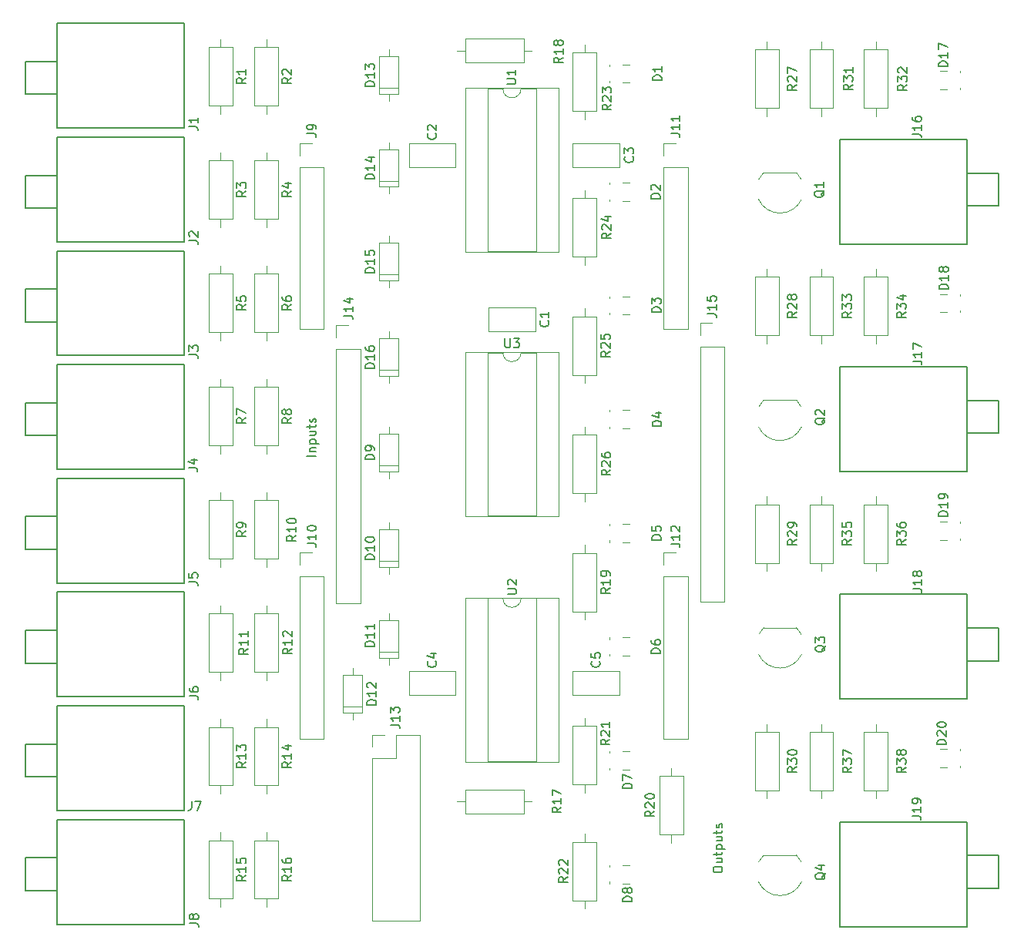
<source format=gbr>
G04 #@! TF.GenerationSoftware,KiCad,Pcbnew,9.0.0*
G04 #@! TF.CreationDate,2025-02-23T16:00:19-07:00*
G04 #@! TF.ProjectId,NOR_THT,4e4f525f-5448-4542-9e6b-696361645f70,rev?*
G04 #@! TF.SameCoordinates,Original*
G04 #@! TF.FileFunction,Legend,Top*
G04 #@! TF.FilePolarity,Positive*
%FSLAX46Y46*%
G04 Gerber Fmt 4.6, Leading zero omitted, Abs format (unit mm)*
G04 Created by KiCad (PCBNEW 9.0.0) date 2025-02-23 16:00:19*
%MOMM*%
%LPD*%
G01*
G04 APERTURE LIST*
%ADD10C,0.150000*%
%ADD11C,0.120000*%
G04 APERTURE END LIST*
D10*
X72111519Y-93571391D02*
X72111519Y-93380915D01*
X72111519Y-93380915D02*
X72159138Y-93285677D01*
X72159138Y-93285677D02*
X72254376Y-93190439D01*
X72254376Y-93190439D02*
X72444852Y-93142820D01*
X72444852Y-93142820D02*
X72778185Y-93142820D01*
X72778185Y-93142820D02*
X72968661Y-93190439D01*
X72968661Y-93190439D02*
X73063900Y-93285677D01*
X73063900Y-93285677D02*
X73111519Y-93380915D01*
X73111519Y-93380915D02*
X73111519Y-93571391D01*
X73111519Y-93571391D02*
X73063900Y-93666629D01*
X73063900Y-93666629D02*
X72968661Y-93761867D01*
X72968661Y-93761867D02*
X72778185Y-93809486D01*
X72778185Y-93809486D02*
X72444852Y-93809486D01*
X72444852Y-93809486D02*
X72254376Y-93761867D01*
X72254376Y-93761867D02*
X72159138Y-93666629D01*
X72159138Y-93666629D02*
X72111519Y-93571391D01*
X72444852Y-92285677D02*
X73111519Y-92285677D01*
X72444852Y-92714248D02*
X72968661Y-92714248D01*
X72968661Y-92714248D02*
X73063900Y-92666629D01*
X73063900Y-92666629D02*
X73111519Y-92571391D01*
X73111519Y-92571391D02*
X73111519Y-92428534D01*
X73111519Y-92428534D02*
X73063900Y-92333296D01*
X73063900Y-92333296D02*
X73016280Y-92285677D01*
X72444852Y-91952343D02*
X72444852Y-91571391D01*
X72111519Y-91809486D02*
X72968661Y-91809486D01*
X72968661Y-91809486D02*
X73063900Y-91761867D01*
X73063900Y-91761867D02*
X73111519Y-91666629D01*
X73111519Y-91666629D02*
X73111519Y-91571391D01*
X72444852Y-91238057D02*
X73444852Y-91238057D01*
X72492471Y-91238057D02*
X72444852Y-91142819D01*
X72444852Y-91142819D02*
X72444852Y-90952343D01*
X72444852Y-90952343D02*
X72492471Y-90857105D01*
X72492471Y-90857105D02*
X72540090Y-90809486D01*
X72540090Y-90809486D02*
X72635328Y-90761867D01*
X72635328Y-90761867D02*
X72921042Y-90761867D01*
X72921042Y-90761867D02*
X73016280Y-90809486D01*
X73016280Y-90809486D02*
X73063900Y-90857105D01*
X73063900Y-90857105D02*
X73111519Y-90952343D01*
X73111519Y-90952343D02*
X73111519Y-91142819D01*
X73111519Y-91142819D02*
X73063900Y-91238057D01*
X72444852Y-89904724D02*
X73111519Y-89904724D01*
X72444852Y-90333295D02*
X72968661Y-90333295D01*
X72968661Y-90333295D02*
X73063900Y-90285676D01*
X73063900Y-90285676D02*
X73111519Y-90190438D01*
X73111519Y-90190438D02*
X73111519Y-90047581D01*
X73111519Y-90047581D02*
X73063900Y-89952343D01*
X73063900Y-89952343D02*
X73016280Y-89904724D01*
X72444852Y-89571390D02*
X72444852Y-89190438D01*
X72111519Y-89428533D02*
X72968661Y-89428533D01*
X72968661Y-89428533D02*
X73063900Y-89380914D01*
X73063900Y-89380914D02*
X73111519Y-89285676D01*
X73111519Y-89285676D02*
X73111519Y-89190438D01*
X73063900Y-88904723D02*
X73111519Y-88809485D01*
X73111519Y-88809485D02*
X73111519Y-88619009D01*
X73111519Y-88619009D02*
X73063900Y-88523771D01*
X73063900Y-88523771D02*
X72968661Y-88476152D01*
X72968661Y-88476152D02*
X72921042Y-88476152D01*
X72921042Y-88476152D02*
X72825804Y-88523771D01*
X72825804Y-88523771D02*
X72778185Y-88619009D01*
X72778185Y-88619009D02*
X72778185Y-88761866D01*
X72778185Y-88761866D02*
X72730566Y-88857104D01*
X72730566Y-88857104D02*
X72635328Y-88904723D01*
X72635328Y-88904723D02*
X72587709Y-88904723D01*
X72587709Y-88904723D02*
X72492471Y-88857104D01*
X72492471Y-88857104D02*
X72444852Y-88761866D01*
X72444852Y-88761866D02*
X72444852Y-88619009D01*
X72444852Y-88619009D02*
X72492471Y-88523771D01*
X28454819Y-48047618D02*
X27454819Y-48047618D01*
X27788152Y-47571428D02*
X28454819Y-47571428D01*
X27883390Y-47571428D02*
X27835771Y-47523809D01*
X27835771Y-47523809D02*
X27788152Y-47428571D01*
X27788152Y-47428571D02*
X27788152Y-47285714D01*
X27788152Y-47285714D02*
X27835771Y-47190476D01*
X27835771Y-47190476D02*
X27931009Y-47142857D01*
X27931009Y-47142857D02*
X28454819Y-47142857D01*
X27788152Y-46666666D02*
X28788152Y-46666666D01*
X27835771Y-46666666D02*
X27788152Y-46571428D01*
X27788152Y-46571428D02*
X27788152Y-46380952D01*
X27788152Y-46380952D02*
X27835771Y-46285714D01*
X27835771Y-46285714D02*
X27883390Y-46238095D01*
X27883390Y-46238095D02*
X27978628Y-46190476D01*
X27978628Y-46190476D02*
X28264342Y-46190476D01*
X28264342Y-46190476D02*
X28359580Y-46238095D01*
X28359580Y-46238095D02*
X28407200Y-46285714D01*
X28407200Y-46285714D02*
X28454819Y-46380952D01*
X28454819Y-46380952D02*
X28454819Y-46571428D01*
X28454819Y-46571428D02*
X28407200Y-46666666D01*
X27788152Y-45333333D02*
X28454819Y-45333333D01*
X27788152Y-45761904D02*
X28311961Y-45761904D01*
X28311961Y-45761904D02*
X28407200Y-45714285D01*
X28407200Y-45714285D02*
X28454819Y-45619047D01*
X28454819Y-45619047D02*
X28454819Y-45476190D01*
X28454819Y-45476190D02*
X28407200Y-45380952D01*
X28407200Y-45380952D02*
X28359580Y-45333333D01*
X27788152Y-44999999D02*
X27788152Y-44619047D01*
X27454819Y-44857142D02*
X28311961Y-44857142D01*
X28311961Y-44857142D02*
X28407200Y-44809523D01*
X28407200Y-44809523D02*
X28454819Y-44714285D01*
X28454819Y-44714285D02*
X28454819Y-44619047D01*
X28407200Y-44333332D02*
X28454819Y-44238094D01*
X28454819Y-44238094D02*
X28454819Y-44047618D01*
X28454819Y-44047618D02*
X28407200Y-43952380D01*
X28407200Y-43952380D02*
X28311961Y-43904761D01*
X28311961Y-43904761D02*
X28264342Y-43904761D01*
X28264342Y-43904761D02*
X28169104Y-43952380D01*
X28169104Y-43952380D02*
X28121485Y-44047618D01*
X28121485Y-44047618D02*
X28121485Y-44190475D01*
X28121485Y-44190475D02*
X28073866Y-44285713D01*
X28073866Y-44285713D02*
X27978628Y-44333332D01*
X27978628Y-44333332D02*
X27931009Y-44333332D01*
X27931009Y-44333332D02*
X27835771Y-44285713D01*
X27835771Y-44285713D02*
X27788152Y-44190475D01*
X27788152Y-44190475D02*
X27788152Y-44047618D01*
X27788152Y-44047618D02*
X27835771Y-43952380D01*
X53963740Y-33184126D02*
X54011360Y-33231745D01*
X54011360Y-33231745D02*
X54058979Y-33374602D01*
X54058979Y-33374602D02*
X54058979Y-33469840D01*
X54058979Y-33469840D02*
X54011360Y-33612697D01*
X54011360Y-33612697D02*
X53916121Y-33707935D01*
X53916121Y-33707935D02*
X53820883Y-33755554D01*
X53820883Y-33755554D02*
X53630407Y-33803173D01*
X53630407Y-33803173D02*
X53487550Y-33803173D01*
X53487550Y-33803173D02*
X53297074Y-33755554D01*
X53297074Y-33755554D02*
X53201836Y-33707935D01*
X53201836Y-33707935D02*
X53106598Y-33612697D01*
X53106598Y-33612697D02*
X53058979Y-33469840D01*
X53058979Y-33469840D02*
X53058979Y-33374602D01*
X53058979Y-33374602D02*
X53106598Y-33231745D01*
X53106598Y-33231745D02*
X53154217Y-33184126D01*
X54058979Y-32231745D02*
X54058979Y-32803173D01*
X54058979Y-32517459D02*
X53058979Y-32517459D01*
X53058979Y-32517459D02*
X53201836Y-32612697D01*
X53201836Y-32612697D02*
X53297074Y-32707935D01*
X53297074Y-32707935D02*
X53344693Y-32803173D01*
X41609580Y-12606666D02*
X41657200Y-12654285D01*
X41657200Y-12654285D02*
X41704819Y-12797142D01*
X41704819Y-12797142D02*
X41704819Y-12892380D01*
X41704819Y-12892380D02*
X41657200Y-13035237D01*
X41657200Y-13035237D02*
X41561961Y-13130475D01*
X41561961Y-13130475D02*
X41466723Y-13178094D01*
X41466723Y-13178094D02*
X41276247Y-13225713D01*
X41276247Y-13225713D02*
X41133390Y-13225713D01*
X41133390Y-13225713D02*
X40942914Y-13178094D01*
X40942914Y-13178094D02*
X40847676Y-13130475D01*
X40847676Y-13130475D02*
X40752438Y-13035237D01*
X40752438Y-13035237D02*
X40704819Y-12892380D01*
X40704819Y-12892380D02*
X40704819Y-12797142D01*
X40704819Y-12797142D02*
X40752438Y-12654285D01*
X40752438Y-12654285D02*
X40800057Y-12606666D01*
X40800057Y-12225713D02*
X40752438Y-12178094D01*
X40752438Y-12178094D02*
X40704819Y-12082856D01*
X40704819Y-12082856D02*
X40704819Y-11844761D01*
X40704819Y-11844761D02*
X40752438Y-11749523D01*
X40752438Y-11749523D02*
X40800057Y-11701904D01*
X40800057Y-11701904D02*
X40895295Y-11654285D01*
X40895295Y-11654285D02*
X40990533Y-11654285D01*
X40990533Y-11654285D02*
X41133390Y-11701904D01*
X41133390Y-11701904D02*
X41704819Y-12273332D01*
X41704819Y-12273332D02*
X41704819Y-11654285D01*
X63265220Y-15155206D02*
X63312840Y-15202825D01*
X63312840Y-15202825D02*
X63360459Y-15345682D01*
X63360459Y-15345682D02*
X63360459Y-15440920D01*
X63360459Y-15440920D02*
X63312840Y-15583777D01*
X63312840Y-15583777D02*
X63217601Y-15679015D01*
X63217601Y-15679015D02*
X63122363Y-15726634D01*
X63122363Y-15726634D02*
X62931887Y-15774253D01*
X62931887Y-15774253D02*
X62789030Y-15774253D01*
X62789030Y-15774253D02*
X62598554Y-15726634D01*
X62598554Y-15726634D02*
X62503316Y-15679015D01*
X62503316Y-15679015D02*
X62408078Y-15583777D01*
X62408078Y-15583777D02*
X62360459Y-15440920D01*
X62360459Y-15440920D02*
X62360459Y-15345682D01*
X62360459Y-15345682D02*
X62408078Y-15202825D01*
X62408078Y-15202825D02*
X62455697Y-15155206D01*
X62360459Y-14821872D02*
X62360459Y-14202825D01*
X62360459Y-14202825D02*
X62741411Y-14536158D01*
X62741411Y-14536158D02*
X62741411Y-14393301D01*
X62741411Y-14393301D02*
X62789030Y-14298063D01*
X62789030Y-14298063D02*
X62836649Y-14250444D01*
X62836649Y-14250444D02*
X62931887Y-14202825D01*
X62931887Y-14202825D02*
X63169982Y-14202825D01*
X63169982Y-14202825D02*
X63265220Y-14250444D01*
X63265220Y-14250444D02*
X63312840Y-14298063D01*
X63312840Y-14298063D02*
X63360459Y-14393301D01*
X63360459Y-14393301D02*
X63360459Y-14679015D01*
X63360459Y-14679015D02*
X63312840Y-14774253D01*
X63312840Y-14774253D02*
X63265220Y-14821872D01*
X41609580Y-70606666D02*
X41657200Y-70654285D01*
X41657200Y-70654285D02*
X41704819Y-70797142D01*
X41704819Y-70797142D02*
X41704819Y-70892380D01*
X41704819Y-70892380D02*
X41657200Y-71035237D01*
X41657200Y-71035237D02*
X41561961Y-71130475D01*
X41561961Y-71130475D02*
X41466723Y-71178094D01*
X41466723Y-71178094D02*
X41276247Y-71225713D01*
X41276247Y-71225713D02*
X41133390Y-71225713D01*
X41133390Y-71225713D02*
X40942914Y-71178094D01*
X40942914Y-71178094D02*
X40847676Y-71130475D01*
X40847676Y-71130475D02*
X40752438Y-71035237D01*
X40752438Y-71035237D02*
X40704819Y-70892380D01*
X40704819Y-70892380D02*
X40704819Y-70797142D01*
X40704819Y-70797142D02*
X40752438Y-70654285D01*
X40752438Y-70654285D02*
X40800057Y-70606666D01*
X41038152Y-69749523D02*
X41704819Y-69749523D01*
X40657200Y-69987618D02*
X41371485Y-70225713D01*
X41371485Y-70225713D02*
X41371485Y-69606666D01*
X59609580Y-70606666D02*
X59657200Y-70654285D01*
X59657200Y-70654285D02*
X59704819Y-70797142D01*
X59704819Y-70797142D02*
X59704819Y-70892380D01*
X59704819Y-70892380D02*
X59657200Y-71035237D01*
X59657200Y-71035237D02*
X59561961Y-71130475D01*
X59561961Y-71130475D02*
X59466723Y-71178094D01*
X59466723Y-71178094D02*
X59276247Y-71225713D01*
X59276247Y-71225713D02*
X59133390Y-71225713D01*
X59133390Y-71225713D02*
X58942914Y-71178094D01*
X58942914Y-71178094D02*
X58847676Y-71130475D01*
X58847676Y-71130475D02*
X58752438Y-71035237D01*
X58752438Y-71035237D02*
X58704819Y-70892380D01*
X58704819Y-70892380D02*
X58704819Y-70797142D01*
X58704819Y-70797142D02*
X58752438Y-70654285D01*
X58752438Y-70654285D02*
X58800057Y-70606666D01*
X58704819Y-69701904D02*
X58704819Y-70178094D01*
X58704819Y-70178094D02*
X59181009Y-70225713D01*
X59181009Y-70225713D02*
X59133390Y-70178094D01*
X59133390Y-70178094D02*
X59085771Y-70082856D01*
X59085771Y-70082856D02*
X59085771Y-69844761D01*
X59085771Y-69844761D02*
X59133390Y-69749523D01*
X59133390Y-69749523D02*
X59181009Y-69701904D01*
X59181009Y-69701904D02*
X59276247Y-69654285D01*
X59276247Y-69654285D02*
X59514342Y-69654285D01*
X59514342Y-69654285D02*
X59609580Y-69701904D01*
X59609580Y-69701904D02*
X59657200Y-69749523D01*
X59657200Y-69749523D02*
X59704819Y-69844761D01*
X59704819Y-69844761D02*
X59704819Y-70082856D01*
X59704819Y-70082856D02*
X59657200Y-70178094D01*
X59657200Y-70178094D02*
X59609580Y-70225713D01*
X66444019Y-6750254D02*
X65444019Y-6750254D01*
X65444019Y-6750254D02*
X65444019Y-6512159D01*
X65444019Y-6512159D02*
X65491638Y-6369302D01*
X65491638Y-6369302D02*
X65586876Y-6274064D01*
X65586876Y-6274064D02*
X65682114Y-6226445D01*
X65682114Y-6226445D02*
X65872590Y-6178826D01*
X65872590Y-6178826D02*
X66015447Y-6178826D01*
X66015447Y-6178826D02*
X66205923Y-6226445D01*
X66205923Y-6226445D02*
X66301161Y-6274064D01*
X66301161Y-6274064D02*
X66396400Y-6369302D01*
X66396400Y-6369302D02*
X66444019Y-6512159D01*
X66444019Y-6512159D02*
X66444019Y-6750254D01*
X66444019Y-5226445D02*
X66444019Y-5797873D01*
X66444019Y-5512159D02*
X65444019Y-5512159D01*
X65444019Y-5512159D02*
X65586876Y-5607397D01*
X65586876Y-5607397D02*
X65682114Y-5702635D01*
X65682114Y-5702635D02*
X65729733Y-5797873D01*
X66278919Y-19739834D02*
X65278919Y-19739834D01*
X65278919Y-19739834D02*
X65278919Y-19501739D01*
X65278919Y-19501739D02*
X65326538Y-19358882D01*
X65326538Y-19358882D02*
X65421776Y-19263644D01*
X65421776Y-19263644D02*
X65517014Y-19216025D01*
X65517014Y-19216025D02*
X65707490Y-19168406D01*
X65707490Y-19168406D02*
X65850347Y-19168406D01*
X65850347Y-19168406D02*
X66040823Y-19216025D01*
X66040823Y-19216025D02*
X66136061Y-19263644D01*
X66136061Y-19263644D02*
X66231300Y-19358882D01*
X66231300Y-19358882D02*
X66278919Y-19501739D01*
X66278919Y-19501739D02*
X66278919Y-19739834D01*
X65374157Y-18787453D02*
X65326538Y-18739834D01*
X65326538Y-18739834D02*
X65278919Y-18644596D01*
X65278919Y-18644596D02*
X65278919Y-18406501D01*
X65278919Y-18406501D02*
X65326538Y-18311263D01*
X65326538Y-18311263D02*
X65374157Y-18263644D01*
X65374157Y-18263644D02*
X65469395Y-18216025D01*
X65469395Y-18216025D02*
X65564633Y-18216025D01*
X65564633Y-18216025D02*
X65707490Y-18263644D01*
X65707490Y-18263644D02*
X66278919Y-18835072D01*
X66278919Y-18835072D02*
X66278919Y-18216025D01*
X66347499Y-32239174D02*
X65347499Y-32239174D01*
X65347499Y-32239174D02*
X65347499Y-32001079D01*
X65347499Y-32001079D02*
X65395118Y-31858222D01*
X65395118Y-31858222D02*
X65490356Y-31762984D01*
X65490356Y-31762984D02*
X65585594Y-31715365D01*
X65585594Y-31715365D02*
X65776070Y-31667746D01*
X65776070Y-31667746D02*
X65918927Y-31667746D01*
X65918927Y-31667746D02*
X66109403Y-31715365D01*
X66109403Y-31715365D02*
X66204641Y-31762984D01*
X66204641Y-31762984D02*
X66299880Y-31858222D01*
X66299880Y-31858222D02*
X66347499Y-32001079D01*
X66347499Y-32001079D02*
X66347499Y-32239174D01*
X65347499Y-31334412D02*
X65347499Y-30715365D01*
X65347499Y-30715365D02*
X65728451Y-31048698D01*
X65728451Y-31048698D02*
X65728451Y-30905841D01*
X65728451Y-30905841D02*
X65776070Y-30810603D01*
X65776070Y-30810603D02*
X65823689Y-30762984D01*
X65823689Y-30762984D02*
X65918927Y-30715365D01*
X65918927Y-30715365D02*
X66157022Y-30715365D01*
X66157022Y-30715365D02*
X66252260Y-30762984D01*
X66252260Y-30762984D02*
X66299880Y-30810603D01*
X66299880Y-30810603D02*
X66347499Y-30905841D01*
X66347499Y-30905841D02*
X66347499Y-31191555D01*
X66347499Y-31191555D02*
X66299880Y-31286793D01*
X66299880Y-31286793D02*
X66252260Y-31334412D01*
X66428779Y-44738514D02*
X65428779Y-44738514D01*
X65428779Y-44738514D02*
X65428779Y-44500419D01*
X65428779Y-44500419D02*
X65476398Y-44357562D01*
X65476398Y-44357562D02*
X65571636Y-44262324D01*
X65571636Y-44262324D02*
X65666874Y-44214705D01*
X65666874Y-44214705D02*
X65857350Y-44167086D01*
X65857350Y-44167086D02*
X66000207Y-44167086D01*
X66000207Y-44167086D02*
X66190683Y-44214705D01*
X66190683Y-44214705D02*
X66285921Y-44262324D01*
X66285921Y-44262324D02*
X66381160Y-44357562D01*
X66381160Y-44357562D02*
X66428779Y-44500419D01*
X66428779Y-44500419D02*
X66428779Y-44738514D01*
X65762112Y-43309943D02*
X66428779Y-43309943D01*
X65381160Y-43548038D02*
X66095445Y-43786133D01*
X66095445Y-43786133D02*
X66095445Y-43167086D01*
X66377979Y-57242934D02*
X65377979Y-57242934D01*
X65377979Y-57242934D02*
X65377979Y-57004839D01*
X65377979Y-57004839D02*
X65425598Y-56861982D01*
X65425598Y-56861982D02*
X65520836Y-56766744D01*
X65520836Y-56766744D02*
X65616074Y-56719125D01*
X65616074Y-56719125D02*
X65806550Y-56671506D01*
X65806550Y-56671506D02*
X65949407Y-56671506D01*
X65949407Y-56671506D02*
X66139883Y-56719125D01*
X66139883Y-56719125D02*
X66235121Y-56766744D01*
X66235121Y-56766744D02*
X66330360Y-56861982D01*
X66330360Y-56861982D02*
X66377979Y-57004839D01*
X66377979Y-57004839D02*
X66377979Y-57242934D01*
X65377979Y-55766744D02*
X65377979Y-56242934D01*
X65377979Y-56242934D02*
X65854169Y-56290553D01*
X65854169Y-56290553D02*
X65806550Y-56242934D01*
X65806550Y-56242934D02*
X65758931Y-56147696D01*
X65758931Y-56147696D02*
X65758931Y-55909601D01*
X65758931Y-55909601D02*
X65806550Y-55814363D01*
X65806550Y-55814363D02*
X65854169Y-55766744D01*
X65854169Y-55766744D02*
X65949407Y-55719125D01*
X65949407Y-55719125D02*
X66187502Y-55719125D01*
X66187502Y-55719125D02*
X66282740Y-55766744D01*
X66282740Y-55766744D02*
X66330360Y-55814363D01*
X66330360Y-55814363D02*
X66377979Y-55909601D01*
X66377979Y-55909601D02*
X66377979Y-56147696D01*
X66377979Y-56147696D02*
X66330360Y-56242934D01*
X66330360Y-56242934D02*
X66282740Y-56290553D01*
X66301779Y-69734654D02*
X65301779Y-69734654D01*
X65301779Y-69734654D02*
X65301779Y-69496559D01*
X65301779Y-69496559D02*
X65349398Y-69353702D01*
X65349398Y-69353702D02*
X65444636Y-69258464D01*
X65444636Y-69258464D02*
X65539874Y-69210845D01*
X65539874Y-69210845D02*
X65730350Y-69163226D01*
X65730350Y-69163226D02*
X65873207Y-69163226D01*
X65873207Y-69163226D02*
X66063683Y-69210845D01*
X66063683Y-69210845D02*
X66158921Y-69258464D01*
X66158921Y-69258464D02*
X66254160Y-69353702D01*
X66254160Y-69353702D02*
X66301779Y-69496559D01*
X66301779Y-69496559D02*
X66301779Y-69734654D01*
X65301779Y-68306083D02*
X65301779Y-68496559D01*
X65301779Y-68496559D02*
X65349398Y-68591797D01*
X65349398Y-68591797D02*
X65397017Y-68639416D01*
X65397017Y-68639416D02*
X65539874Y-68734654D01*
X65539874Y-68734654D02*
X65730350Y-68782273D01*
X65730350Y-68782273D02*
X66111302Y-68782273D01*
X66111302Y-68782273D02*
X66206540Y-68734654D01*
X66206540Y-68734654D02*
X66254160Y-68687035D01*
X66254160Y-68687035D02*
X66301779Y-68591797D01*
X66301779Y-68591797D02*
X66301779Y-68401321D01*
X66301779Y-68401321D02*
X66254160Y-68306083D01*
X66254160Y-68306083D02*
X66206540Y-68258464D01*
X66206540Y-68258464D02*
X66111302Y-68210845D01*
X66111302Y-68210845D02*
X65873207Y-68210845D01*
X65873207Y-68210845D02*
X65777969Y-68258464D01*
X65777969Y-68258464D02*
X65730350Y-68306083D01*
X65730350Y-68306083D02*
X65682731Y-68401321D01*
X65682731Y-68401321D02*
X65682731Y-68591797D01*
X65682731Y-68591797D02*
X65730350Y-68687035D01*
X65730350Y-68687035D02*
X65777969Y-68734654D01*
X65777969Y-68734654D02*
X65873207Y-68782273D01*
X63192819Y-84586034D02*
X62192819Y-84586034D01*
X62192819Y-84586034D02*
X62192819Y-84347939D01*
X62192819Y-84347939D02*
X62240438Y-84205082D01*
X62240438Y-84205082D02*
X62335676Y-84109844D01*
X62335676Y-84109844D02*
X62430914Y-84062225D01*
X62430914Y-84062225D02*
X62621390Y-84014606D01*
X62621390Y-84014606D02*
X62764247Y-84014606D01*
X62764247Y-84014606D02*
X62954723Y-84062225D01*
X62954723Y-84062225D02*
X63049961Y-84109844D01*
X63049961Y-84109844D02*
X63145200Y-84205082D01*
X63145200Y-84205082D02*
X63192819Y-84347939D01*
X63192819Y-84347939D02*
X63192819Y-84586034D01*
X62192819Y-83681272D02*
X62192819Y-83014606D01*
X62192819Y-83014606D02*
X63192819Y-83443177D01*
X63195359Y-97011714D02*
X62195359Y-97011714D01*
X62195359Y-97011714D02*
X62195359Y-96773619D01*
X62195359Y-96773619D02*
X62242978Y-96630762D01*
X62242978Y-96630762D02*
X62338216Y-96535524D01*
X62338216Y-96535524D02*
X62433454Y-96487905D01*
X62433454Y-96487905D02*
X62623930Y-96440286D01*
X62623930Y-96440286D02*
X62766787Y-96440286D01*
X62766787Y-96440286D02*
X62957263Y-96487905D01*
X62957263Y-96487905D02*
X63052501Y-96535524D01*
X63052501Y-96535524D02*
X63147740Y-96630762D01*
X63147740Y-96630762D02*
X63195359Y-96773619D01*
X63195359Y-96773619D02*
X63195359Y-97011714D01*
X62623930Y-95868857D02*
X62576311Y-95964095D01*
X62576311Y-95964095D02*
X62528692Y-96011714D01*
X62528692Y-96011714D02*
X62433454Y-96059333D01*
X62433454Y-96059333D02*
X62385835Y-96059333D01*
X62385835Y-96059333D02*
X62290597Y-96011714D01*
X62290597Y-96011714D02*
X62242978Y-95964095D01*
X62242978Y-95964095D02*
X62195359Y-95868857D01*
X62195359Y-95868857D02*
X62195359Y-95678381D01*
X62195359Y-95678381D02*
X62242978Y-95583143D01*
X62242978Y-95583143D02*
X62290597Y-95535524D01*
X62290597Y-95535524D02*
X62385835Y-95487905D01*
X62385835Y-95487905D02*
X62433454Y-95487905D01*
X62433454Y-95487905D02*
X62528692Y-95535524D01*
X62528692Y-95535524D02*
X62576311Y-95583143D01*
X62576311Y-95583143D02*
X62623930Y-95678381D01*
X62623930Y-95678381D02*
X62623930Y-95868857D01*
X62623930Y-95868857D02*
X62671549Y-95964095D01*
X62671549Y-95964095D02*
X62719168Y-96011714D01*
X62719168Y-96011714D02*
X62814406Y-96059333D01*
X62814406Y-96059333D02*
X63004882Y-96059333D01*
X63004882Y-96059333D02*
X63100120Y-96011714D01*
X63100120Y-96011714D02*
X63147740Y-95964095D01*
X63147740Y-95964095D02*
X63195359Y-95868857D01*
X63195359Y-95868857D02*
X63195359Y-95678381D01*
X63195359Y-95678381D02*
X63147740Y-95583143D01*
X63147740Y-95583143D02*
X63100120Y-95535524D01*
X63100120Y-95535524D02*
X63004882Y-95487905D01*
X63004882Y-95487905D02*
X62814406Y-95487905D01*
X62814406Y-95487905D02*
X62719168Y-95535524D01*
X62719168Y-95535524D02*
X62671549Y-95583143D01*
X62671549Y-95583143D02*
X62623930Y-95678381D01*
X34894819Y-48428094D02*
X33894819Y-48428094D01*
X33894819Y-48428094D02*
X33894819Y-48189999D01*
X33894819Y-48189999D02*
X33942438Y-48047142D01*
X33942438Y-48047142D02*
X34037676Y-47951904D01*
X34037676Y-47951904D02*
X34132914Y-47904285D01*
X34132914Y-47904285D02*
X34323390Y-47856666D01*
X34323390Y-47856666D02*
X34466247Y-47856666D01*
X34466247Y-47856666D02*
X34656723Y-47904285D01*
X34656723Y-47904285D02*
X34751961Y-47951904D01*
X34751961Y-47951904D02*
X34847200Y-48047142D01*
X34847200Y-48047142D02*
X34894819Y-48189999D01*
X34894819Y-48189999D02*
X34894819Y-48428094D01*
X34894819Y-47380475D02*
X34894819Y-47189999D01*
X34894819Y-47189999D02*
X34847200Y-47094761D01*
X34847200Y-47094761D02*
X34799580Y-47047142D01*
X34799580Y-47047142D02*
X34656723Y-46951904D01*
X34656723Y-46951904D02*
X34466247Y-46904285D01*
X34466247Y-46904285D02*
X34085295Y-46904285D01*
X34085295Y-46904285D02*
X33990057Y-46951904D01*
X33990057Y-46951904D02*
X33942438Y-46999523D01*
X33942438Y-46999523D02*
X33894819Y-47094761D01*
X33894819Y-47094761D02*
X33894819Y-47285237D01*
X33894819Y-47285237D02*
X33942438Y-47380475D01*
X33942438Y-47380475D02*
X33990057Y-47428094D01*
X33990057Y-47428094D02*
X34085295Y-47475713D01*
X34085295Y-47475713D02*
X34323390Y-47475713D01*
X34323390Y-47475713D02*
X34418628Y-47428094D01*
X34418628Y-47428094D02*
X34466247Y-47380475D01*
X34466247Y-47380475D02*
X34513866Y-47285237D01*
X34513866Y-47285237D02*
X34513866Y-47094761D01*
X34513866Y-47094761D02*
X34466247Y-46999523D01*
X34466247Y-46999523D02*
X34418628Y-46951904D01*
X34418628Y-46951904D02*
X34323390Y-46904285D01*
X34894819Y-59404285D02*
X33894819Y-59404285D01*
X33894819Y-59404285D02*
X33894819Y-59166190D01*
X33894819Y-59166190D02*
X33942438Y-59023333D01*
X33942438Y-59023333D02*
X34037676Y-58928095D01*
X34037676Y-58928095D02*
X34132914Y-58880476D01*
X34132914Y-58880476D02*
X34323390Y-58832857D01*
X34323390Y-58832857D02*
X34466247Y-58832857D01*
X34466247Y-58832857D02*
X34656723Y-58880476D01*
X34656723Y-58880476D02*
X34751961Y-58928095D01*
X34751961Y-58928095D02*
X34847200Y-59023333D01*
X34847200Y-59023333D02*
X34894819Y-59166190D01*
X34894819Y-59166190D02*
X34894819Y-59404285D01*
X34894819Y-57880476D02*
X34894819Y-58451904D01*
X34894819Y-58166190D02*
X33894819Y-58166190D01*
X33894819Y-58166190D02*
X34037676Y-58261428D01*
X34037676Y-58261428D02*
X34132914Y-58356666D01*
X34132914Y-58356666D02*
X34180533Y-58451904D01*
X33894819Y-57261428D02*
X33894819Y-57166190D01*
X33894819Y-57166190D02*
X33942438Y-57070952D01*
X33942438Y-57070952D02*
X33990057Y-57023333D01*
X33990057Y-57023333D02*
X34085295Y-56975714D01*
X34085295Y-56975714D02*
X34275771Y-56928095D01*
X34275771Y-56928095D02*
X34513866Y-56928095D01*
X34513866Y-56928095D02*
X34704342Y-56975714D01*
X34704342Y-56975714D02*
X34799580Y-57023333D01*
X34799580Y-57023333D02*
X34847200Y-57070952D01*
X34847200Y-57070952D02*
X34894819Y-57166190D01*
X34894819Y-57166190D02*
X34894819Y-57261428D01*
X34894819Y-57261428D02*
X34847200Y-57356666D01*
X34847200Y-57356666D02*
X34799580Y-57404285D01*
X34799580Y-57404285D02*
X34704342Y-57451904D01*
X34704342Y-57451904D02*
X34513866Y-57499523D01*
X34513866Y-57499523D02*
X34275771Y-57499523D01*
X34275771Y-57499523D02*
X34085295Y-57451904D01*
X34085295Y-57451904D02*
X33990057Y-57404285D01*
X33990057Y-57404285D02*
X33942438Y-57356666D01*
X33942438Y-57356666D02*
X33894819Y-57261428D01*
X34869279Y-68956085D02*
X33869279Y-68956085D01*
X33869279Y-68956085D02*
X33869279Y-68717990D01*
X33869279Y-68717990D02*
X33916898Y-68575133D01*
X33916898Y-68575133D02*
X34012136Y-68479895D01*
X34012136Y-68479895D02*
X34107374Y-68432276D01*
X34107374Y-68432276D02*
X34297850Y-68384657D01*
X34297850Y-68384657D02*
X34440707Y-68384657D01*
X34440707Y-68384657D02*
X34631183Y-68432276D01*
X34631183Y-68432276D02*
X34726421Y-68479895D01*
X34726421Y-68479895D02*
X34821660Y-68575133D01*
X34821660Y-68575133D02*
X34869279Y-68717990D01*
X34869279Y-68717990D02*
X34869279Y-68956085D01*
X34869279Y-67432276D02*
X34869279Y-68003704D01*
X34869279Y-67717990D02*
X33869279Y-67717990D01*
X33869279Y-67717990D02*
X34012136Y-67813228D01*
X34012136Y-67813228D02*
X34107374Y-67908466D01*
X34107374Y-67908466D02*
X34154993Y-68003704D01*
X34869279Y-66479895D02*
X34869279Y-67051323D01*
X34869279Y-66765609D02*
X33869279Y-66765609D01*
X33869279Y-66765609D02*
X34012136Y-66860847D01*
X34012136Y-66860847D02*
X34107374Y-66956085D01*
X34107374Y-66956085D02*
X34154993Y-67051323D01*
X35079719Y-75397525D02*
X34079719Y-75397525D01*
X34079719Y-75397525D02*
X34079719Y-75159430D01*
X34079719Y-75159430D02*
X34127338Y-75016573D01*
X34127338Y-75016573D02*
X34222576Y-74921335D01*
X34222576Y-74921335D02*
X34317814Y-74873716D01*
X34317814Y-74873716D02*
X34508290Y-74826097D01*
X34508290Y-74826097D02*
X34651147Y-74826097D01*
X34651147Y-74826097D02*
X34841623Y-74873716D01*
X34841623Y-74873716D02*
X34936861Y-74921335D01*
X34936861Y-74921335D02*
X35032100Y-75016573D01*
X35032100Y-75016573D02*
X35079719Y-75159430D01*
X35079719Y-75159430D02*
X35079719Y-75397525D01*
X35079719Y-73873716D02*
X35079719Y-74445144D01*
X35079719Y-74159430D02*
X34079719Y-74159430D01*
X34079719Y-74159430D02*
X34222576Y-74254668D01*
X34222576Y-74254668D02*
X34317814Y-74349906D01*
X34317814Y-74349906D02*
X34365433Y-74445144D01*
X34174957Y-73492763D02*
X34127338Y-73445144D01*
X34127338Y-73445144D02*
X34079719Y-73349906D01*
X34079719Y-73349906D02*
X34079719Y-73111811D01*
X34079719Y-73111811D02*
X34127338Y-73016573D01*
X34127338Y-73016573D02*
X34174957Y-72968954D01*
X34174957Y-72968954D02*
X34270195Y-72921335D01*
X34270195Y-72921335D02*
X34365433Y-72921335D01*
X34365433Y-72921335D02*
X34508290Y-72968954D01*
X34508290Y-72968954D02*
X35079719Y-73540382D01*
X35079719Y-73540382D02*
X35079719Y-72921335D01*
X34894819Y-7404285D02*
X33894819Y-7404285D01*
X33894819Y-7404285D02*
X33894819Y-7166190D01*
X33894819Y-7166190D02*
X33942438Y-7023333D01*
X33942438Y-7023333D02*
X34037676Y-6928095D01*
X34037676Y-6928095D02*
X34132914Y-6880476D01*
X34132914Y-6880476D02*
X34323390Y-6832857D01*
X34323390Y-6832857D02*
X34466247Y-6832857D01*
X34466247Y-6832857D02*
X34656723Y-6880476D01*
X34656723Y-6880476D02*
X34751961Y-6928095D01*
X34751961Y-6928095D02*
X34847200Y-7023333D01*
X34847200Y-7023333D02*
X34894819Y-7166190D01*
X34894819Y-7166190D02*
X34894819Y-7404285D01*
X34894819Y-5880476D02*
X34894819Y-6451904D01*
X34894819Y-6166190D02*
X33894819Y-6166190D01*
X33894819Y-6166190D02*
X34037676Y-6261428D01*
X34037676Y-6261428D02*
X34132914Y-6356666D01*
X34132914Y-6356666D02*
X34180533Y-6451904D01*
X33894819Y-5547142D02*
X33894819Y-4928095D01*
X33894819Y-4928095D02*
X34275771Y-5261428D01*
X34275771Y-5261428D02*
X34275771Y-5118571D01*
X34275771Y-5118571D02*
X34323390Y-5023333D01*
X34323390Y-5023333D02*
X34371009Y-4975714D01*
X34371009Y-4975714D02*
X34466247Y-4928095D01*
X34466247Y-4928095D02*
X34704342Y-4928095D01*
X34704342Y-4928095D02*
X34799580Y-4975714D01*
X34799580Y-4975714D02*
X34847200Y-5023333D01*
X34847200Y-5023333D02*
X34894819Y-5118571D01*
X34894819Y-5118571D02*
X34894819Y-5404285D01*
X34894819Y-5404285D02*
X34847200Y-5499523D01*
X34847200Y-5499523D02*
X34799580Y-5547142D01*
X34894819Y-17609985D02*
X33894819Y-17609985D01*
X33894819Y-17609985D02*
X33894819Y-17371890D01*
X33894819Y-17371890D02*
X33942438Y-17229033D01*
X33942438Y-17229033D02*
X34037676Y-17133795D01*
X34037676Y-17133795D02*
X34132914Y-17086176D01*
X34132914Y-17086176D02*
X34323390Y-17038557D01*
X34323390Y-17038557D02*
X34466247Y-17038557D01*
X34466247Y-17038557D02*
X34656723Y-17086176D01*
X34656723Y-17086176D02*
X34751961Y-17133795D01*
X34751961Y-17133795D02*
X34847200Y-17229033D01*
X34847200Y-17229033D02*
X34894819Y-17371890D01*
X34894819Y-17371890D02*
X34894819Y-17609985D01*
X34894819Y-16086176D02*
X34894819Y-16657604D01*
X34894819Y-16371890D02*
X33894819Y-16371890D01*
X33894819Y-16371890D02*
X34037676Y-16467128D01*
X34037676Y-16467128D02*
X34132914Y-16562366D01*
X34132914Y-16562366D02*
X34180533Y-16657604D01*
X34228152Y-15229033D02*
X34894819Y-15229033D01*
X33847200Y-15467128D02*
X34561485Y-15705223D01*
X34561485Y-15705223D02*
X34561485Y-15086176D01*
X34894819Y-27904285D02*
X33894819Y-27904285D01*
X33894819Y-27904285D02*
X33894819Y-27666190D01*
X33894819Y-27666190D02*
X33942438Y-27523333D01*
X33942438Y-27523333D02*
X34037676Y-27428095D01*
X34037676Y-27428095D02*
X34132914Y-27380476D01*
X34132914Y-27380476D02*
X34323390Y-27332857D01*
X34323390Y-27332857D02*
X34466247Y-27332857D01*
X34466247Y-27332857D02*
X34656723Y-27380476D01*
X34656723Y-27380476D02*
X34751961Y-27428095D01*
X34751961Y-27428095D02*
X34847200Y-27523333D01*
X34847200Y-27523333D02*
X34894819Y-27666190D01*
X34894819Y-27666190D02*
X34894819Y-27904285D01*
X34894819Y-26380476D02*
X34894819Y-26951904D01*
X34894819Y-26666190D02*
X33894819Y-26666190D01*
X33894819Y-26666190D02*
X34037676Y-26761428D01*
X34037676Y-26761428D02*
X34132914Y-26856666D01*
X34132914Y-26856666D02*
X34180533Y-26951904D01*
X33894819Y-25475714D02*
X33894819Y-25951904D01*
X33894819Y-25951904D02*
X34371009Y-25999523D01*
X34371009Y-25999523D02*
X34323390Y-25951904D01*
X34323390Y-25951904D02*
X34275771Y-25856666D01*
X34275771Y-25856666D02*
X34275771Y-25618571D01*
X34275771Y-25618571D02*
X34323390Y-25523333D01*
X34323390Y-25523333D02*
X34371009Y-25475714D01*
X34371009Y-25475714D02*
X34466247Y-25428095D01*
X34466247Y-25428095D02*
X34704342Y-25428095D01*
X34704342Y-25428095D02*
X34799580Y-25475714D01*
X34799580Y-25475714D02*
X34847200Y-25523333D01*
X34847200Y-25523333D02*
X34894819Y-25618571D01*
X34894819Y-25618571D02*
X34894819Y-25856666D01*
X34894819Y-25856666D02*
X34847200Y-25951904D01*
X34847200Y-25951904D02*
X34799580Y-25999523D01*
X34894819Y-38404285D02*
X33894819Y-38404285D01*
X33894819Y-38404285D02*
X33894819Y-38166190D01*
X33894819Y-38166190D02*
X33942438Y-38023333D01*
X33942438Y-38023333D02*
X34037676Y-37928095D01*
X34037676Y-37928095D02*
X34132914Y-37880476D01*
X34132914Y-37880476D02*
X34323390Y-37832857D01*
X34323390Y-37832857D02*
X34466247Y-37832857D01*
X34466247Y-37832857D02*
X34656723Y-37880476D01*
X34656723Y-37880476D02*
X34751961Y-37928095D01*
X34751961Y-37928095D02*
X34847200Y-38023333D01*
X34847200Y-38023333D02*
X34894819Y-38166190D01*
X34894819Y-38166190D02*
X34894819Y-38404285D01*
X34894819Y-36880476D02*
X34894819Y-37451904D01*
X34894819Y-37166190D02*
X33894819Y-37166190D01*
X33894819Y-37166190D02*
X34037676Y-37261428D01*
X34037676Y-37261428D02*
X34132914Y-37356666D01*
X34132914Y-37356666D02*
X34180533Y-37451904D01*
X33894819Y-36023333D02*
X33894819Y-36213809D01*
X33894819Y-36213809D02*
X33942438Y-36309047D01*
X33942438Y-36309047D02*
X33990057Y-36356666D01*
X33990057Y-36356666D02*
X34132914Y-36451904D01*
X34132914Y-36451904D02*
X34323390Y-36499523D01*
X34323390Y-36499523D02*
X34704342Y-36499523D01*
X34704342Y-36499523D02*
X34799580Y-36451904D01*
X34799580Y-36451904D02*
X34847200Y-36404285D01*
X34847200Y-36404285D02*
X34894819Y-36309047D01*
X34894819Y-36309047D02*
X34894819Y-36118571D01*
X34894819Y-36118571D02*
X34847200Y-36023333D01*
X34847200Y-36023333D02*
X34799580Y-35975714D01*
X34799580Y-35975714D02*
X34704342Y-35928095D01*
X34704342Y-35928095D02*
X34466247Y-35928095D01*
X34466247Y-35928095D02*
X34371009Y-35975714D01*
X34371009Y-35975714D02*
X34323390Y-36023333D01*
X34323390Y-36023333D02*
X34275771Y-36118571D01*
X34275771Y-36118571D02*
X34275771Y-36309047D01*
X34275771Y-36309047D02*
X34323390Y-36404285D01*
X34323390Y-36404285D02*
X34371009Y-36451904D01*
X34371009Y-36451904D02*
X34466247Y-36499523D01*
X97886679Y-5235105D02*
X96886679Y-5235105D01*
X96886679Y-5235105D02*
X96886679Y-4997010D01*
X96886679Y-4997010D02*
X96934298Y-4854153D01*
X96934298Y-4854153D02*
X97029536Y-4758915D01*
X97029536Y-4758915D02*
X97124774Y-4711296D01*
X97124774Y-4711296D02*
X97315250Y-4663677D01*
X97315250Y-4663677D02*
X97458107Y-4663677D01*
X97458107Y-4663677D02*
X97648583Y-4711296D01*
X97648583Y-4711296D02*
X97743821Y-4758915D01*
X97743821Y-4758915D02*
X97839060Y-4854153D01*
X97839060Y-4854153D02*
X97886679Y-4997010D01*
X97886679Y-4997010D02*
X97886679Y-5235105D01*
X97886679Y-3711296D02*
X97886679Y-4282724D01*
X97886679Y-3997010D02*
X96886679Y-3997010D01*
X96886679Y-3997010D02*
X97029536Y-4092248D01*
X97029536Y-4092248D02*
X97124774Y-4187486D01*
X97124774Y-4187486D02*
X97172393Y-4282724D01*
X96886679Y-3377962D02*
X96886679Y-2711296D01*
X96886679Y-2711296D02*
X97886679Y-3139867D01*
X97929859Y-29723245D02*
X96929859Y-29723245D01*
X96929859Y-29723245D02*
X96929859Y-29485150D01*
X96929859Y-29485150D02*
X96977478Y-29342293D01*
X96977478Y-29342293D02*
X97072716Y-29247055D01*
X97072716Y-29247055D02*
X97167954Y-29199436D01*
X97167954Y-29199436D02*
X97358430Y-29151817D01*
X97358430Y-29151817D02*
X97501287Y-29151817D01*
X97501287Y-29151817D02*
X97691763Y-29199436D01*
X97691763Y-29199436D02*
X97787001Y-29247055D01*
X97787001Y-29247055D02*
X97882240Y-29342293D01*
X97882240Y-29342293D02*
X97929859Y-29485150D01*
X97929859Y-29485150D02*
X97929859Y-29723245D01*
X97929859Y-28199436D02*
X97929859Y-28770864D01*
X97929859Y-28485150D02*
X96929859Y-28485150D01*
X96929859Y-28485150D02*
X97072716Y-28580388D01*
X97072716Y-28580388D02*
X97167954Y-28675626D01*
X97167954Y-28675626D02*
X97215573Y-28770864D01*
X97358430Y-27628007D02*
X97310811Y-27723245D01*
X97310811Y-27723245D02*
X97263192Y-27770864D01*
X97263192Y-27770864D02*
X97167954Y-27818483D01*
X97167954Y-27818483D02*
X97120335Y-27818483D01*
X97120335Y-27818483D02*
X97025097Y-27770864D01*
X97025097Y-27770864D02*
X96977478Y-27723245D01*
X96977478Y-27723245D02*
X96929859Y-27628007D01*
X96929859Y-27628007D02*
X96929859Y-27437531D01*
X96929859Y-27437531D02*
X96977478Y-27342293D01*
X96977478Y-27342293D02*
X97025097Y-27294674D01*
X97025097Y-27294674D02*
X97120335Y-27247055D01*
X97120335Y-27247055D02*
X97167954Y-27247055D01*
X97167954Y-27247055D02*
X97263192Y-27294674D01*
X97263192Y-27294674D02*
X97310811Y-27342293D01*
X97310811Y-27342293D02*
X97358430Y-27437531D01*
X97358430Y-27437531D02*
X97358430Y-27628007D01*
X97358430Y-27628007D02*
X97406049Y-27723245D01*
X97406049Y-27723245D02*
X97453668Y-27770864D01*
X97453668Y-27770864D02*
X97548906Y-27818483D01*
X97548906Y-27818483D02*
X97739382Y-27818483D01*
X97739382Y-27818483D02*
X97834620Y-27770864D01*
X97834620Y-27770864D02*
X97882240Y-27723245D01*
X97882240Y-27723245D02*
X97929859Y-27628007D01*
X97929859Y-27628007D02*
X97929859Y-27437531D01*
X97929859Y-27437531D02*
X97882240Y-27342293D01*
X97882240Y-27342293D02*
X97834620Y-27294674D01*
X97834620Y-27294674D02*
X97739382Y-27247055D01*
X97739382Y-27247055D02*
X97548906Y-27247055D01*
X97548906Y-27247055D02*
X97453668Y-27294674D01*
X97453668Y-27294674D02*
X97406049Y-27342293D01*
X97406049Y-27342293D02*
X97358430Y-27437531D01*
X97889219Y-54658425D02*
X96889219Y-54658425D01*
X96889219Y-54658425D02*
X96889219Y-54420330D01*
X96889219Y-54420330D02*
X96936838Y-54277473D01*
X96936838Y-54277473D02*
X97032076Y-54182235D01*
X97032076Y-54182235D02*
X97127314Y-54134616D01*
X97127314Y-54134616D02*
X97317790Y-54086997D01*
X97317790Y-54086997D02*
X97460647Y-54086997D01*
X97460647Y-54086997D02*
X97651123Y-54134616D01*
X97651123Y-54134616D02*
X97746361Y-54182235D01*
X97746361Y-54182235D02*
X97841600Y-54277473D01*
X97841600Y-54277473D02*
X97889219Y-54420330D01*
X97889219Y-54420330D02*
X97889219Y-54658425D01*
X97889219Y-53134616D02*
X97889219Y-53706044D01*
X97889219Y-53420330D02*
X96889219Y-53420330D01*
X96889219Y-53420330D02*
X97032076Y-53515568D01*
X97032076Y-53515568D02*
X97127314Y-53610806D01*
X97127314Y-53610806D02*
X97174933Y-53706044D01*
X97889219Y-52658425D02*
X97889219Y-52467949D01*
X97889219Y-52467949D02*
X97841600Y-52372711D01*
X97841600Y-52372711D02*
X97793980Y-52325092D01*
X97793980Y-52325092D02*
X97651123Y-52229854D01*
X97651123Y-52229854D02*
X97460647Y-52182235D01*
X97460647Y-52182235D02*
X97079695Y-52182235D01*
X97079695Y-52182235D02*
X96984457Y-52229854D01*
X96984457Y-52229854D02*
X96936838Y-52277473D01*
X96936838Y-52277473D02*
X96889219Y-52372711D01*
X96889219Y-52372711D02*
X96889219Y-52563187D01*
X96889219Y-52563187D02*
X96936838Y-52658425D01*
X96936838Y-52658425D02*
X96984457Y-52706044D01*
X96984457Y-52706044D02*
X97079695Y-52753663D01*
X97079695Y-52753663D02*
X97317790Y-52753663D01*
X97317790Y-52753663D02*
X97413028Y-52706044D01*
X97413028Y-52706044D02*
X97460647Y-52658425D01*
X97460647Y-52658425D02*
X97508266Y-52563187D01*
X97508266Y-52563187D02*
X97508266Y-52372711D01*
X97508266Y-52372711D02*
X97460647Y-52277473D01*
X97460647Y-52277473D02*
X97413028Y-52229854D01*
X97413028Y-52229854D02*
X97317790Y-52182235D01*
X97716499Y-79751085D02*
X96716499Y-79751085D01*
X96716499Y-79751085D02*
X96716499Y-79512990D01*
X96716499Y-79512990D02*
X96764118Y-79370133D01*
X96764118Y-79370133D02*
X96859356Y-79274895D01*
X96859356Y-79274895D02*
X96954594Y-79227276D01*
X96954594Y-79227276D02*
X97145070Y-79179657D01*
X97145070Y-79179657D02*
X97287927Y-79179657D01*
X97287927Y-79179657D02*
X97478403Y-79227276D01*
X97478403Y-79227276D02*
X97573641Y-79274895D01*
X97573641Y-79274895D02*
X97668880Y-79370133D01*
X97668880Y-79370133D02*
X97716499Y-79512990D01*
X97716499Y-79512990D02*
X97716499Y-79751085D01*
X96811737Y-78798704D02*
X96764118Y-78751085D01*
X96764118Y-78751085D02*
X96716499Y-78655847D01*
X96716499Y-78655847D02*
X96716499Y-78417752D01*
X96716499Y-78417752D02*
X96764118Y-78322514D01*
X96764118Y-78322514D02*
X96811737Y-78274895D01*
X96811737Y-78274895D02*
X96906975Y-78227276D01*
X96906975Y-78227276D02*
X97002213Y-78227276D01*
X97002213Y-78227276D02*
X97145070Y-78274895D01*
X97145070Y-78274895D02*
X97716499Y-78846323D01*
X97716499Y-78846323D02*
X97716499Y-78227276D01*
X96716499Y-77608228D02*
X96716499Y-77512990D01*
X96716499Y-77512990D02*
X96764118Y-77417752D01*
X96764118Y-77417752D02*
X96811737Y-77370133D01*
X96811737Y-77370133D02*
X96906975Y-77322514D01*
X96906975Y-77322514D02*
X97097451Y-77274895D01*
X97097451Y-77274895D02*
X97335546Y-77274895D01*
X97335546Y-77274895D02*
X97526022Y-77322514D01*
X97526022Y-77322514D02*
X97621260Y-77370133D01*
X97621260Y-77370133D02*
X97668880Y-77417752D01*
X97668880Y-77417752D02*
X97716499Y-77512990D01*
X97716499Y-77512990D02*
X97716499Y-77608228D01*
X97716499Y-77608228D02*
X97668880Y-77703466D01*
X97668880Y-77703466D02*
X97621260Y-77751085D01*
X97621260Y-77751085D02*
X97526022Y-77798704D01*
X97526022Y-77798704D02*
X97335546Y-77846323D01*
X97335546Y-77846323D02*
X97097451Y-77846323D01*
X97097451Y-77846323D02*
X96906975Y-77798704D01*
X96906975Y-77798704D02*
X96811737Y-77751085D01*
X96811737Y-77751085D02*
X96764118Y-77703466D01*
X96764118Y-77703466D02*
X96716499Y-77608228D01*
X27478639Y-12621853D02*
X28192924Y-12621853D01*
X28192924Y-12621853D02*
X28335781Y-12669472D01*
X28335781Y-12669472D02*
X28431020Y-12764710D01*
X28431020Y-12764710D02*
X28478639Y-12907567D01*
X28478639Y-12907567D02*
X28478639Y-13002805D01*
X28478639Y-12098043D02*
X28478639Y-11907567D01*
X28478639Y-11907567D02*
X28431020Y-11812329D01*
X28431020Y-11812329D02*
X28383400Y-11764710D01*
X28383400Y-11764710D02*
X28240543Y-11669472D01*
X28240543Y-11669472D02*
X28050067Y-11621853D01*
X28050067Y-11621853D02*
X27669115Y-11621853D01*
X27669115Y-11621853D02*
X27573877Y-11669472D01*
X27573877Y-11669472D02*
X27526258Y-11717091D01*
X27526258Y-11717091D02*
X27478639Y-11812329D01*
X27478639Y-11812329D02*
X27478639Y-12002805D01*
X27478639Y-12002805D02*
X27526258Y-12098043D01*
X27526258Y-12098043D02*
X27573877Y-12145662D01*
X27573877Y-12145662D02*
X27669115Y-12193281D01*
X27669115Y-12193281D02*
X27907210Y-12193281D01*
X27907210Y-12193281D02*
X28002448Y-12145662D01*
X28002448Y-12145662D02*
X28050067Y-12098043D01*
X28050067Y-12098043D02*
X28097686Y-12002805D01*
X28097686Y-12002805D02*
X28097686Y-11812329D01*
X28097686Y-11812329D02*
X28050067Y-11717091D01*
X28050067Y-11717091D02*
X28002448Y-11669472D01*
X28002448Y-11669472D02*
X27907210Y-11621853D01*
X27496419Y-57652183D02*
X28210704Y-57652183D01*
X28210704Y-57652183D02*
X28353561Y-57699802D01*
X28353561Y-57699802D02*
X28448800Y-57795040D01*
X28448800Y-57795040D02*
X28496419Y-57937897D01*
X28496419Y-57937897D02*
X28496419Y-58033135D01*
X28496419Y-56652183D02*
X28496419Y-57223611D01*
X28496419Y-56937897D02*
X27496419Y-56937897D01*
X27496419Y-56937897D02*
X27639276Y-57033135D01*
X27639276Y-57033135D02*
X27734514Y-57128373D01*
X27734514Y-57128373D02*
X27782133Y-57223611D01*
X27496419Y-56033135D02*
X27496419Y-55937897D01*
X27496419Y-55937897D02*
X27544038Y-55842659D01*
X27544038Y-55842659D02*
X27591657Y-55795040D01*
X27591657Y-55795040D02*
X27686895Y-55747421D01*
X27686895Y-55747421D02*
X27877371Y-55699802D01*
X27877371Y-55699802D02*
X28115466Y-55699802D01*
X28115466Y-55699802D02*
X28305942Y-55747421D01*
X28305942Y-55747421D02*
X28401180Y-55795040D01*
X28401180Y-55795040D02*
X28448800Y-55842659D01*
X28448800Y-55842659D02*
X28496419Y-55937897D01*
X28496419Y-55937897D02*
X28496419Y-56033135D01*
X28496419Y-56033135D02*
X28448800Y-56128373D01*
X28448800Y-56128373D02*
X28401180Y-56175992D01*
X28401180Y-56175992D02*
X28305942Y-56223611D01*
X28305942Y-56223611D02*
X28115466Y-56271230D01*
X28115466Y-56271230D02*
X27877371Y-56271230D01*
X27877371Y-56271230D02*
X27686895Y-56223611D01*
X27686895Y-56223611D02*
X27591657Y-56175992D01*
X27591657Y-56175992D02*
X27544038Y-56128373D01*
X27544038Y-56128373D02*
X27496419Y-56033135D01*
X67458239Y-12597663D02*
X68172524Y-12597663D01*
X68172524Y-12597663D02*
X68315381Y-12645282D01*
X68315381Y-12645282D02*
X68410620Y-12740520D01*
X68410620Y-12740520D02*
X68458239Y-12883377D01*
X68458239Y-12883377D02*
X68458239Y-12978615D01*
X68458239Y-11597663D02*
X68458239Y-12169091D01*
X68458239Y-11883377D02*
X67458239Y-11883377D01*
X67458239Y-11883377D02*
X67601096Y-11978615D01*
X67601096Y-11978615D02*
X67696334Y-12073853D01*
X67696334Y-12073853D02*
X67743953Y-12169091D01*
X68458239Y-10645282D02*
X68458239Y-11216710D01*
X68458239Y-10930996D02*
X67458239Y-10930996D01*
X67458239Y-10930996D02*
X67601096Y-11026234D01*
X67601096Y-11026234D02*
X67696334Y-11121472D01*
X67696334Y-11121472D02*
X67743953Y-11216710D01*
X67448079Y-57672503D02*
X68162364Y-57672503D01*
X68162364Y-57672503D02*
X68305221Y-57720122D01*
X68305221Y-57720122D02*
X68400460Y-57815360D01*
X68400460Y-57815360D02*
X68448079Y-57958217D01*
X68448079Y-57958217D02*
X68448079Y-58053455D01*
X68448079Y-56672503D02*
X68448079Y-57243931D01*
X68448079Y-56958217D02*
X67448079Y-56958217D01*
X67448079Y-56958217D02*
X67590936Y-57053455D01*
X67590936Y-57053455D02*
X67686174Y-57148693D01*
X67686174Y-57148693D02*
X67733793Y-57243931D01*
X67543317Y-56291550D02*
X67495698Y-56243931D01*
X67495698Y-56243931D02*
X67448079Y-56148693D01*
X67448079Y-56148693D02*
X67448079Y-55910598D01*
X67448079Y-55910598D02*
X67495698Y-55815360D01*
X67495698Y-55815360D02*
X67543317Y-55767741D01*
X67543317Y-55767741D02*
X67638555Y-55720122D01*
X67638555Y-55720122D02*
X67733793Y-55720122D01*
X67733793Y-55720122D02*
X67876650Y-55767741D01*
X67876650Y-55767741D02*
X68448079Y-56339169D01*
X68448079Y-56339169D02*
X68448079Y-55720122D01*
X36650579Y-77583563D02*
X37364864Y-77583563D01*
X37364864Y-77583563D02*
X37507721Y-77631182D01*
X37507721Y-77631182D02*
X37602960Y-77726420D01*
X37602960Y-77726420D02*
X37650579Y-77869277D01*
X37650579Y-77869277D02*
X37650579Y-77964515D01*
X37650579Y-76583563D02*
X37650579Y-77154991D01*
X37650579Y-76869277D02*
X36650579Y-76869277D01*
X36650579Y-76869277D02*
X36793436Y-76964515D01*
X36793436Y-76964515D02*
X36888674Y-77059753D01*
X36888674Y-77059753D02*
X36936293Y-77154991D01*
X36650579Y-76250229D02*
X36650579Y-75631182D01*
X36650579Y-75631182D02*
X37031531Y-75964515D01*
X37031531Y-75964515D02*
X37031531Y-75821658D01*
X37031531Y-75821658D02*
X37079150Y-75726420D01*
X37079150Y-75726420D02*
X37126769Y-75678801D01*
X37126769Y-75678801D02*
X37222007Y-75631182D01*
X37222007Y-75631182D02*
X37460102Y-75631182D01*
X37460102Y-75631182D02*
X37555340Y-75678801D01*
X37555340Y-75678801D02*
X37602960Y-75726420D01*
X37602960Y-75726420D02*
X37650579Y-75821658D01*
X37650579Y-75821658D02*
X37650579Y-76107372D01*
X37650579Y-76107372D02*
X37602960Y-76202610D01*
X37602960Y-76202610D02*
X37555340Y-76250229D01*
X31517239Y-32607783D02*
X32231524Y-32607783D01*
X32231524Y-32607783D02*
X32374381Y-32655402D01*
X32374381Y-32655402D02*
X32469620Y-32750640D01*
X32469620Y-32750640D02*
X32517239Y-32893497D01*
X32517239Y-32893497D02*
X32517239Y-32988735D01*
X32517239Y-31607783D02*
X32517239Y-32179211D01*
X32517239Y-31893497D02*
X31517239Y-31893497D01*
X31517239Y-31893497D02*
X31660096Y-31988735D01*
X31660096Y-31988735D02*
X31755334Y-32083973D01*
X31755334Y-32083973D02*
X31802953Y-32179211D01*
X31850572Y-30750640D02*
X32517239Y-30750640D01*
X31469620Y-30988735D02*
X32183905Y-31226830D01*
X32183905Y-31226830D02*
X32183905Y-30607783D01*
X71443499Y-32396963D02*
X72157784Y-32396963D01*
X72157784Y-32396963D02*
X72300641Y-32444582D01*
X72300641Y-32444582D02*
X72395880Y-32539820D01*
X72395880Y-32539820D02*
X72443499Y-32682677D01*
X72443499Y-32682677D02*
X72443499Y-32777915D01*
X72443499Y-31396963D02*
X72443499Y-31968391D01*
X72443499Y-31682677D02*
X71443499Y-31682677D01*
X71443499Y-31682677D02*
X71586356Y-31777915D01*
X71586356Y-31777915D02*
X71681594Y-31873153D01*
X71681594Y-31873153D02*
X71729213Y-31968391D01*
X71443499Y-30492201D02*
X71443499Y-30968391D01*
X71443499Y-30968391D02*
X71919689Y-31016010D01*
X71919689Y-31016010D02*
X71872070Y-30968391D01*
X71872070Y-30968391D02*
X71824451Y-30873153D01*
X71824451Y-30873153D02*
X71824451Y-30635058D01*
X71824451Y-30635058D02*
X71872070Y-30539820D01*
X71872070Y-30539820D02*
X71919689Y-30492201D01*
X71919689Y-30492201D02*
X72014927Y-30444582D01*
X72014927Y-30444582D02*
X72253022Y-30444582D01*
X72253022Y-30444582D02*
X72348260Y-30492201D01*
X72348260Y-30492201D02*
X72395880Y-30539820D01*
X72395880Y-30539820D02*
X72443499Y-30635058D01*
X72443499Y-30635058D02*
X72443499Y-30873153D01*
X72443499Y-30873153D02*
X72395880Y-30968391D01*
X72395880Y-30968391D02*
X72348260Y-31016010D01*
X93980919Y-12663703D02*
X94695204Y-12663703D01*
X94695204Y-12663703D02*
X94838061Y-12711322D01*
X94838061Y-12711322D02*
X94933300Y-12806560D01*
X94933300Y-12806560D02*
X94980919Y-12949417D01*
X94980919Y-12949417D02*
X94980919Y-13044655D01*
X94980919Y-11663703D02*
X94980919Y-12235131D01*
X94980919Y-11949417D02*
X93980919Y-11949417D01*
X93980919Y-11949417D02*
X94123776Y-12044655D01*
X94123776Y-12044655D02*
X94219014Y-12139893D01*
X94219014Y-12139893D02*
X94266633Y-12235131D01*
X93980919Y-10806560D02*
X93980919Y-10997036D01*
X93980919Y-10997036D02*
X94028538Y-11092274D01*
X94028538Y-11092274D02*
X94076157Y-11139893D01*
X94076157Y-11139893D02*
X94219014Y-11235131D01*
X94219014Y-11235131D02*
X94409490Y-11282750D01*
X94409490Y-11282750D02*
X94790442Y-11282750D01*
X94790442Y-11282750D02*
X94885680Y-11235131D01*
X94885680Y-11235131D02*
X94933300Y-11187512D01*
X94933300Y-11187512D02*
X94980919Y-11092274D01*
X94980919Y-11092274D02*
X94980919Y-10901798D01*
X94980919Y-10901798D02*
X94933300Y-10806560D01*
X94933300Y-10806560D02*
X94885680Y-10758941D01*
X94885680Y-10758941D02*
X94790442Y-10711322D01*
X94790442Y-10711322D02*
X94552347Y-10711322D01*
X94552347Y-10711322D02*
X94457109Y-10758941D01*
X94457109Y-10758941D02*
X94409490Y-10806560D01*
X94409490Y-10806560D02*
X94361871Y-10901798D01*
X94361871Y-10901798D02*
X94361871Y-11092274D01*
X94361871Y-11092274D02*
X94409490Y-11187512D01*
X94409490Y-11187512D02*
X94457109Y-11235131D01*
X94457109Y-11235131D02*
X94552347Y-11282750D01*
X94039339Y-37611583D02*
X94753624Y-37611583D01*
X94753624Y-37611583D02*
X94896481Y-37659202D01*
X94896481Y-37659202D02*
X94991720Y-37754440D01*
X94991720Y-37754440D02*
X95039339Y-37897297D01*
X95039339Y-37897297D02*
X95039339Y-37992535D01*
X95039339Y-36611583D02*
X95039339Y-37183011D01*
X95039339Y-36897297D02*
X94039339Y-36897297D01*
X94039339Y-36897297D02*
X94182196Y-36992535D01*
X94182196Y-36992535D02*
X94277434Y-37087773D01*
X94277434Y-37087773D02*
X94325053Y-37183011D01*
X94039339Y-36278249D02*
X94039339Y-35611583D01*
X94039339Y-35611583D02*
X95039339Y-36040154D01*
X94046959Y-62628043D02*
X94761244Y-62628043D01*
X94761244Y-62628043D02*
X94904101Y-62675662D01*
X94904101Y-62675662D02*
X94999340Y-62770900D01*
X94999340Y-62770900D02*
X95046959Y-62913757D01*
X95046959Y-62913757D02*
X95046959Y-63008995D01*
X95046959Y-61628043D02*
X95046959Y-62199471D01*
X95046959Y-61913757D02*
X94046959Y-61913757D01*
X94046959Y-61913757D02*
X94189816Y-62008995D01*
X94189816Y-62008995D02*
X94285054Y-62104233D01*
X94285054Y-62104233D02*
X94332673Y-62199471D01*
X94475530Y-61056614D02*
X94427911Y-61151852D01*
X94427911Y-61151852D02*
X94380292Y-61199471D01*
X94380292Y-61199471D02*
X94285054Y-61247090D01*
X94285054Y-61247090D02*
X94237435Y-61247090D01*
X94237435Y-61247090D02*
X94142197Y-61199471D01*
X94142197Y-61199471D02*
X94094578Y-61151852D01*
X94094578Y-61151852D02*
X94046959Y-61056614D01*
X94046959Y-61056614D02*
X94046959Y-60866138D01*
X94046959Y-60866138D02*
X94094578Y-60770900D01*
X94094578Y-60770900D02*
X94142197Y-60723281D01*
X94142197Y-60723281D02*
X94237435Y-60675662D01*
X94237435Y-60675662D02*
X94285054Y-60675662D01*
X94285054Y-60675662D02*
X94380292Y-60723281D01*
X94380292Y-60723281D02*
X94427911Y-60770900D01*
X94427911Y-60770900D02*
X94475530Y-60866138D01*
X94475530Y-60866138D02*
X94475530Y-61056614D01*
X94475530Y-61056614D02*
X94523149Y-61151852D01*
X94523149Y-61151852D02*
X94570768Y-61199471D01*
X94570768Y-61199471D02*
X94666006Y-61247090D01*
X94666006Y-61247090D02*
X94856482Y-61247090D01*
X94856482Y-61247090D02*
X94951720Y-61199471D01*
X94951720Y-61199471D02*
X94999340Y-61151852D01*
X94999340Y-61151852D02*
X95046959Y-61056614D01*
X95046959Y-61056614D02*
X95046959Y-60866138D01*
X95046959Y-60866138D02*
X94999340Y-60770900D01*
X94999340Y-60770900D02*
X94951720Y-60723281D01*
X94951720Y-60723281D02*
X94856482Y-60675662D01*
X94856482Y-60675662D02*
X94666006Y-60675662D01*
X94666006Y-60675662D02*
X94570768Y-60723281D01*
X94570768Y-60723281D02*
X94523149Y-60770900D01*
X94523149Y-60770900D02*
X94475530Y-60866138D01*
X93955519Y-87603863D02*
X94669804Y-87603863D01*
X94669804Y-87603863D02*
X94812661Y-87651482D01*
X94812661Y-87651482D02*
X94907900Y-87746720D01*
X94907900Y-87746720D02*
X94955519Y-87889577D01*
X94955519Y-87889577D02*
X94955519Y-87984815D01*
X94955519Y-86603863D02*
X94955519Y-87175291D01*
X94955519Y-86889577D02*
X93955519Y-86889577D01*
X93955519Y-86889577D02*
X94098376Y-86984815D01*
X94098376Y-86984815D02*
X94193614Y-87080053D01*
X94193614Y-87080053D02*
X94241233Y-87175291D01*
X94955519Y-86127672D02*
X94955519Y-85937196D01*
X94955519Y-85937196D02*
X94907900Y-85841958D01*
X94907900Y-85841958D02*
X94860280Y-85794339D01*
X94860280Y-85794339D02*
X94717423Y-85699101D01*
X94717423Y-85699101D02*
X94526947Y-85651482D01*
X94526947Y-85651482D02*
X94145995Y-85651482D01*
X94145995Y-85651482D02*
X94050757Y-85699101D01*
X94050757Y-85699101D02*
X94003138Y-85746720D01*
X94003138Y-85746720D02*
X93955519Y-85841958D01*
X93955519Y-85841958D02*
X93955519Y-86032434D01*
X93955519Y-86032434D02*
X94003138Y-86127672D01*
X94003138Y-86127672D02*
X94050757Y-86175291D01*
X94050757Y-86175291D02*
X94145995Y-86222910D01*
X94145995Y-86222910D02*
X94384090Y-86222910D01*
X94384090Y-86222910D02*
X94479328Y-86175291D01*
X94479328Y-86175291D02*
X94526947Y-86127672D01*
X94526947Y-86127672D02*
X94574566Y-86032434D01*
X94574566Y-86032434D02*
X94574566Y-85841958D01*
X94574566Y-85841958D02*
X94526947Y-85746720D01*
X94526947Y-85746720D02*
X94479328Y-85699101D01*
X94479328Y-85699101D02*
X94384090Y-85651482D01*
X84342117Y-18853138D02*
X84294498Y-18948376D01*
X84294498Y-18948376D02*
X84199260Y-19043614D01*
X84199260Y-19043614D02*
X84056402Y-19186471D01*
X84056402Y-19186471D02*
X84008783Y-19281709D01*
X84008783Y-19281709D02*
X84008783Y-19376947D01*
X84246879Y-19329328D02*
X84199260Y-19424566D01*
X84199260Y-19424566D02*
X84104021Y-19519804D01*
X84104021Y-19519804D02*
X83913545Y-19567423D01*
X83913545Y-19567423D02*
X83580212Y-19567423D01*
X83580212Y-19567423D02*
X83389736Y-19519804D01*
X83389736Y-19519804D02*
X83294498Y-19424566D01*
X83294498Y-19424566D02*
X83246879Y-19329328D01*
X83246879Y-19329328D02*
X83246879Y-19138852D01*
X83246879Y-19138852D02*
X83294498Y-19043614D01*
X83294498Y-19043614D02*
X83389736Y-18948376D01*
X83389736Y-18948376D02*
X83580212Y-18900757D01*
X83580212Y-18900757D02*
X83913545Y-18900757D01*
X83913545Y-18900757D02*
X84104021Y-18948376D01*
X84104021Y-18948376D02*
X84199260Y-19043614D01*
X84199260Y-19043614D02*
X84246879Y-19138852D01*
X84246879Y-19138852D02*
X84246879Y-19329328D01*
X84246879Y-17948376D02*
X84246879Y-18519804D01*
X84246879Y-18234090D02*
X83246879Y-18234090D01*
X83246879Y-18234090D02*
X83389736Y-18329328D01*
X83389736Y-18329328D02*
X83484974Y-18424566D01*
X83484974Y-18424566D02*
X83532593Y-18519804D01*
X84425937Y-43844198D02*
X84378318Y-43939436D01*
X84378318Y-43939436D02*
X84283080Y-44034674D01*
X84283080Y-44034674D02*
X84140222Y-44177531D01*
X84140222Y-44177531D02*
X84092603Y-44272769D01*
X84092603Y-44272769D02*
X84092603Y-44368007D01*
X84330699Y-44320388D02*
X84283080Y-44415626D01*
X84283080Y-44415626D02*
X84187841Y-44510864D01*
X84187841Y-44510864D02*
X83997365Y-44558483D01*
X83997365Y-44558483D02*
X83664032Y-44558483D01*
X83664032Y-44558483D02*
X83473556Y-44510864D01*
X83473556Y-44510864D02*
X83378318Y-44415626D01*
X83378318Y-44415626D02*
X83330699Y-44320388D01*
X83330699Y-44320388D02*
X83330699Y-44129912D01*
X83330699Y-44129912D02*
X83378318Y-44034674D01*
X83378318Y-44034674D02*
X83473556Y-43939436D01*
X83473556Y-43939436D02*
X83664032Y-43891817D01*
X83664032Y-43891817D02*
X83997365Y-43891817D01*
X83997365Y-43891817D02*
X84187841Y-43939436D01*
X84187841Y-43939436D02*
X84283080Y-44034674D01*
X84283080Y-44034674D02*
X84330699Y-44129912D01*
X84330699Y-44129912D02*
X84330699Y-44320388D01*
X83425937Y-43510864D02*
X83378318Y-43463245D01*
X83378318Y-43463245D02*
X83330699Y-43368007D01*
X83330699Y-43368007D02*
X83330699Y-43129912D01*
X83330699Y-43129912D02*
X83378318Y-43034674D01*
X83378318Y-43034674D02*
X83425937Y-42987055D01*
X83425937Y-42987055D02*
X83521175Y-42939436D01*
X83521175Y-42939436D02*
X83616413Y-42939436D01*
X83616413Y-42939436D02*
X83759270Y-42987055D01*
X83759270Y-42987055D02*
X84330699Y-43558483D01*
X84330699Y-43558483D02*
X84330699Y-42939436D01*
X84446257Y-68850498D02*
X84398638Y-68945736D01*
X84398638Y-68945736D02*
X84303400Y-69040974D01*
X84303400Y-69040974D02*
X84160542Y-69183831D01*
X84160542Y-69183831D02*
X84112923Y-69279069D01*
X84112923Y-69279069D02*
X84112923Y-69374307D01*
X84351019Y-69326688D02*
X84303400Y-69421926D01*
X84303400Y-69421926D02*
X84208161Y-69517164D01*
X84208161Y-69517164D02*
X84017685Y-69564783D01*
X84017685Y-69564783D02*
X83684352Y-69564783D01*
X83684352Y-69564783D02*
X83493876Y-69517164D01*
X83493876Y-69517164D02*
X83398638Y-69421926D01*
X83398638Y-69421926D02*
X83351019Y-69326688D01*
X83351019Y-69326688D02*
X83351019Y-69136212D01*
X83351019Y-69136212D02*
X83398638Y-69040974D01*
X83398638Y-69040974D02*
X83493876Y-68945736D01*
X83493876Y-68945736D02*
X83684352Y-68898117D01*
X83684352Y-68898117D02*
X84017685Y-68898117D01*
X84017685Y-68898117D02*
X84208161Y-68945736D01*
X84208161Y-68945736D02*
X84303400Y-69040974D01*
X84303400Y-69040974D02*
X84351019Y-69136212D01*
X84351019Y-69136212D02*
X84351019Y-69326688D01*
X83351019Y-68564783D02*
X83351019Y-67945736D01*
X83351019Y-67945736D02*
X83731971Y-68279069D01*
X83731971Y-68279069D02*
X83731971Y-68136212D01*
X83731971Y-68136212D02*
X83779590Y-68040974D01*
X83779590Y-68040974D02*
X83827209Y-67993355D01*
X83827209Y-67993355D02*
X83922447Y-67945736D01*
X83922447Y-67945736D02*
X84160542Y-67945736D01*
X84160542Y-67945736D02*
X84255780Y-67993355D01*
X84255780Y-67993355D02*
X84303400Y-68040974D01*
X84303400Y-68040974D02*
X84351019Y-68136212D01*
X84351019Y-68136212D02*
X84351019Y-68421926D01*
X84351019Y-68421926D02*
X84303400Y-68517164D01*
X84303400Y-68517164D02*
X84255780Y-68564783D01*
X84456417Y-93844098D02*
X84408798Y-93939336D01*
X84408798Y-93939336D02*
X84313560Y-94034574D01*
X84313560Y-94034574D02*
X84170702Y-94177431D01*
X84170702Y-94177431D02*
X84123083Y-94272669D01*
X84123083Y-94272669D02*
X84123083Y-94367907D01*
X84361179Y-94320288D02*
X84313560Y-94415526D01*
X84313560Y-94415526D02*
X84218321Y-94510764D01*
X84218321Y-94510764D02*
X84027845Y-94558383D01*
X84027845Y-94558383D02*
X83694512Y-94558383D01*
X83694512Y-94558383D02*
X83504036Y-94510764D01*
X83504036Y-94510764D02*
X83408798Y-94415526D01*
X83408798Y-94415526D02*
X83361179Y-94320288D01*
X83361179Y-94320288D02*
X83361179Y-94129812D01*
X83361179Y-94129812D02*
X83408798Y-94034574D01*
X83408798Y-94034574D02*
X83504036Y-93939336D01*
X83504036Y-93939336D02*
X83694512Y-93891717D01*
X83694512Y-93891717D02*
X84027845Y-93891717D01*
X84027845Y-93891717D02*
X84218321Y-93939336D01*
X84218321Y-93939336D02*
X84313560Y-94034574D01*
X84313560Y-94034574D02*
X84361179Y-94129812D01*
X84361179Y-94129812D02*
X84361179Y-94320288D01*
X83694512Y-93034574D02*
X84361179Y-93034574D01*
X83313560Y-93272669D02*
X84027845Y-93510764D01*
X84027845Y-93510764D02*
X84027845Y-92891717D01*
X20764819Y-6496666D02*
X20288628Y-6829999D01*
X20764819Y-7068094D02*
X19764819Y-7068094D01*
X19764819Y-7068094D02*
X19764819Y-6687142D01*
X19764819Y-6687142D02*
X19812438Y-6591904D01*
X19812438Y-6591904D02*
X19860057Y-6544285D01*
X19860057Y-6544285D02*
X19955295Y-6496666D01*
X19955295Y-6496666D02*
X20098152Y-6496666D01*
X20098152Y-6496666D02*
X20193390Y-6544285D01*
X20193390Y-6544285D02*
X20241009Y-6591904D01*
X20241009Y-6591904D02*
X20288628Y-6687142D01*
X20288628Y-6687142D02*
X20288628Y-7068094D01*
X20764819Y-5544285D02*
X20764819Y-6115713D01*
X20764819Y-5829999D02*
X19764819Y-5829999D01*
X19764819Y-5829999D02*
X19907676Y-5925237D01*
X19907676Y-5925237D02*
X20002914Y-6020475D01*
X20002914Y-6020475D02*
X20050533Y-6115713D01*
X25764819Y-6496666D02*
X25288628Y-6829999D01*
X25764819Y-7068094D02*
X24764819Y-7068094D01*
X24764819Y-7068094D02*
X24764819Y-6687142D01*
X24764819Y-6687142D02*
X24812438Y-6591904D01*
X24812438Y-6591904D02*
X24860057Y-6544285D01*
X24860057Y-6544285D02*
X24955295Y-6496666D01*
X24955295Y-6496666D02*
X25098152Y-6496666D01*
X25098152Y-6496666D02*
X25193390Y-6544285D01*
X25193390Y-6544285D02*
X25241009Y-6591904D01*
X25241009Y-6591904D02*
X25288628Y-6687142D01*
X25288628Y-6687142D02*
X25288628Y-7068094D01*
X24860057Y-6115713D02*
X24812438Y-6068094D01*
X24812438Y-6068094D02*
X24764819Y-5972856D01*
X24764819Y-5972856D02*
X24764819Y-5734761D01*
X24764819Y-5734761D02*
X24812438Y-5639523D01*
X24812438Y-5639523D02*
X24860057Y-5591904D01*
X24860057Y-5591904D02*
X24955295Y-5544285D01*
X24955295Y-5544285D02*
X25050533Y-5544285D01*
X25050533Y-5544285D02*
X25193390Y-5591904D01*
X25193390Y-5591904D02*
X25764819Y-6163332D01*
X25764819Y-6163332D02*
X25764819Y-5544285D01*
X20764819Y-18946666D02*
X20288628Y-19279999D01*
X20764819Y-19518094D02*
X19764819Y-19518094D01*
X19764819Y-19518094D02*
X19764819Y-19137142D01*
X19764819Y-19137142D02*
X19812438Y-19041904D01*
X19812438Y-19041904D02*
X19860057Y-18994285D01*
X19860057Y-18994285D02*
X19955295Y-18946666D01*
X19955295Y-18946666D02*
X20098152Y-18946666D01*
X20098152Y-18946666D02*
X20193390Y-18994285D01*
X20193390Y-18994285D02*
X20241009Y-19041904D01*
X20241009Y-19041904D02*
X20288628Y-19137142D01*
X20288628Y-19137142D02*
X20288628Y-19518094D01*
X19764819Y-18613332D02*
X19764819Y-17994285D01*
X19764819Y-17994285D02*
X20145771Y-18327618D01*
X20145771Y-18327618D02*
X20145771Y-18184761D01*
X20145771Y-18184761D02*
X20193390Y-18089523D01*
X20193390Y-18089523D02*
X20241009Y-18041904D01*
X20241009Y-18041904D02*
X20336247Y-17994285D01*
X20336247Y-17994285D02*
X20574342Y-17994285D01*
X20574342Y-17994285D02*
X20669580Y-18041904D01*
X20669580Y-18041904D02*
X20717200Y-18089523D01*
X20717200Y-18089523D02*
X20764819Y-18184761D01*
X20764819Y-18184761D02*
X20764819Y-18470475D01*
X20764819Y-18470475D02*
X20717200Y-18565713D01*
X20717200Y-18565713D02*
X20669580Y-18613332D01*
X25764819Y-18946666D02*
X25288628Y-19279999D01*
X25764819Y-19518094D02*
X24764819Y-19518094D01*
X24764819Y-19518094D02*
X24764819Y-19137142D01*
X24764819Y-19137142D02*
X24812438Y-19041904D01*
X24812438Y-19041904D02*
X24860057Y-18994285D01*
X24860057Y-18994285D02*
X24955295Y-18946666D01*
X24955295Y-18946666D02*
X25098152Y-18946666D01*
X25098152Y-18946666D02*
X25193390Y-18994285D01*
X25193390Y-18994285D02*
X25241009Y-19041904D01*
X25241009Y-19041904D02*
X25288628Y-19137142D01*
X25288628Y-19137142D02*
X25288628Y-19518094D01*
X25098152Y-18089523D02*
X25764819Y-18089523D01*
X24717200Y-18327618D02*
X25431485Y-18565713D01*
X25431485Y-18565713D02*
X25431485Y-17946666D01*
X20764819Y-31396666D02*
X20288628Y-31729999D01*
X20764819Y-31968094D02*
X19764819Y-31968094D01*
X19764819Y-31968094D02*
X19764819Y-31587142D01*
X19764819Y-31587142D02*
X19812438Y-31491904D01*
X19812438Y-31491904D02*
X19860057Y-31444285D01*
X19860057Y-31444285D02*
X19955295Y-31396666D01*
X19955295Y-31396666D02*
X20098152Y-31396666D01*
X20098152Y-31396666D02*
X20193390Y-31444285D01*
X20193390Y-31444285D02*
X20241009Y-31491904D01*
X20241009Y-31491904D02*
X20288628Y-31587142D01*
X20288628Y-31587142D02*
X20288628Y-31968094D01*
X19764819Y-30491904D02*
X19764819Y-30968094D01*
X19764819Y-30968094D02*
X20241009Y-31015713D01*
X20241009Y-31015713D02*
X20193390Y-30968094D01*
X20193390Y-30968094D02*
X20145771Y-30872856D01*
X20145771Y-30872856D02*
X20145771Y-30634761D01*
X20145771Y-30634761D02*
X20193390Y-30539523D01*
X20193390Y-30539523D02*
X20241009Y-30491904D01*
X20241009Y-30491904D02*
X20336247Y-30444285D01*
X20336247Y-30444285D02*
X20574342Y-30444285D01*
X20574342Y-30444285D02*
X20669580Y-30491904D01*
X20669580Y-30491904D02*
X20717200Y-30539523D01*
X20717200Y-30539523D02*
X20764819Y-30634761D01*
X20764819Y-30634761D02*
X20764819Y-30872856D01*
X20764819Y-30872856D02*
X20717200Y-30968094D01*
X20717200Y-30968094D02*
X20669580Y-31015713D01*
X25764819Y-31396666D02*
X25288628Y-31729999D01*
X25764819Y-31968094D02*
X24764819Y-31968094D01*
X24764819Y-31968094D02*
X24764819Y-31587142D01*
X24764819Y-31587142D02*
X24812438Y-31491904D01*
X24812438Y-31491904D02*
X24860057Y-31444285D01*
X24860057Y-31444285D02*
X24955295Y-31396666D01*
X24955295Y-31396666D02*
X25098152Y-31396666D01*
X25098152Y-31396666D02*
X25193390Y-31444285D01*
X25193390Y-31444285D02*
X25241009Y-31491904D01*
X25241009Y-31491904D02*
X25288628Y-31587142D01*
X25288628Y-31587142D02*
X25288628Y-31968094D01*
X24764819Y-30539523D02*
X24764819Y-30729999D01*
X24764819Y-30729999D02*
X24812438Y-30825237D01*
X24812438Y-30825237D02*
X24860057Y-30872856D01*
X24860057Y-30872856D02*
X25002914Y-30968094D01*
X25002914Y-30968094D02*
X25193390Y-31015713D01*
X25193390Y-31015713D02*
X25574342Y-31015713D01*
X25574342Y-31015713D02*
X25669580Y-30968094D01*
X25669580Y-30968094D02*
X25717200Y-30920475D01*
X25717200Y-30920475D02*
X25764819Y-30825237D01*
X25764819Y-30825237D02*
X25764819Y-30634761D01*
X25764819Y-30634761D02*
X25717200Y-30539523D01*
X25717200Y-30539523D02*
X25669580Y-30491904D01*
X25669580Y-30491904D02*
X25574342Y-30444285D01*
X25574342Y-30444285D02*
X25336247Y-30444285D01*
X25336247Y-30444285D02*
X25241009Y-30491904D01*
X25241009Y-30491904D02*
X25193390Y-30539523D01*
X25193390Y-30539523D02*
X25145771Y-30634761D01*
X25145771Y-30634761D02*
X25145771Y-30825237D01*
X25145771Y-30825237D02*
X25193390Y-30920475D01*
X25193390Y-30920475D02*
X25241009Y-30968094D01*
X25241009Y-30968094D02*
X25336247Y-31015713D01*
X20764819Y-43846666D02*
X20288628Y-44179999D01*
X20764819Y-44418094D02*
X19764819Y-44418094D01*
X19764819Y-44418094D02*
X19764819Y-44037142D01*
X19764819Y-44037142D02*
X19812438Y-43941904D01*
X19812438Y-43941904D02*
X19860057Y-43894285D01*
X19860057Y-43894285D02*
X19955295Y-43846666D01*
X19955295Y-43846666D02*
X20098152Y-43846666D01*
X20098152Y-43846666D02*
X20193390Y-43894285D01*
X20193390Y-43894285D02*
X20241009Y-43941904D01*
X20241009Y-43941904D02*
X20288628Y-44037142D01*
X20288628Y-44037142D02*
X20288628Y-44418094D01*
X19764819Y-43513332D02*
X19764819Y-42846666D01*
X19764819Y-42846666D02*
X20764819Y-43275237D01*
X25764819Y-43846666D02*
X25288628Y-44179999D01*
X25764819Y-44418094D02*
X24764819Y-44418094D01*
X24764819Y-44418094D02*
X24764819Y-44037142D01*
X24764819Y-44037142D02*
X24812438Y-43941904D01*
X24812438Y-43941904D02*
X24860057Y-43894285D01*
X24860057Y-43894285D02*
X24955295Y-43846666D01*
X24955295Y-43846666D02*
X25098152Y-43846666D01*
X25098152Y-43846666D02*
X25193390Y-43894285D01*
X25193390Y-43894285D02*
X25241009Y-43941904D01*
X25241009Y-43941904D02*
X25288628Y-44037142D01*
X25288628Y-44037142D02*
X25288628Y-44418094D01*
X25193390Y-43275237D02*
X25145771Y-43370475D01*
X25145771Y-43370475D02*
X25098152Y-43418094D01*
X25098152Y-43418094D02*
X25002914Y-43465713D01*
X25002914Y-43465713D02*
X24955295Y-43465713D01*
X24955295Y-43465713D02*
X24860057Y-43418094D01*
X24860057Y-43418094D02*
X24812438Y-43370475D01*
X24812438Y-43370475D02*
X24764819Y-43275237D01*
X24764819Y-43275237D02*
X24764819Y-43084761D01*
X24764819Y-43084761D02*
X24812438Y-42989523D01*
X24812438Y-42989523D02*
X24860057Y-42941904D01*
X24860057Y-42941904D02*
X24955295Y-42894285D01*
X24955295Y-42894285D02*
X25002914Y-42894285D01*
X25002914Y-42894285D02*
X25098152Y-42941904D01*
X25098152Y-42941904D02*
X25145771Y-42989523D01*
X25145771Y-42989523D02*
X25193390Y-43084761D01*
X25193390Y-43084761D02*
X25193390Y-43275237D01*
X25193390Y-43275237D02*
X25241009Y-43370475D01*
X25241009Y-43370475D02*
X25288628Y-43418094D01*
X25288628Y-43418094D02*
X25383866Y-43465713D01*
X25383866Y-43465713D02*
X25574342Y-43465713D01*
X25574342Y-43465713D02*
X25669580Y-43418094D01*
X25669580Y-43418094D02*
X25717200Y-43370475D01*
X25717200Y-43370475D02*
X25764819Y-43275237D01*
X25764819Y-43275237D02*
X25764819Y-43084761D01*
X25764819Y-43084761D02*
X25717200Y-42989523D01*
X25717200Y-42989523D02*
X25669580Y-42941904D01*
X25669580Y-42941904D02*
X25574342Y-42894285D01*
X25574342Y-42894285D02*
X25383866Y-42894285D01*
X25383866Y-42894285D02*
X25288628Y-42941904D01*
X25288628Y-42941904D02*
X25241009Y-42989523D01*
X25241009Y-42989523D02*
X25193390Y-43084761D01*
X20764819Y-56296666D02*
X20288628Y-56629999D01*
X20764819Y-56868094D02*
X19764819Y-56868094D01*
X19764819Y-56868094D02*
X19764819Y-56487142D01*
X19764819Y-56487142D02*
X19812438Y-56391904D01*
X19812438Y-56391904D02*
X19860057Y-56344285D01*
X19860057Y-56344285D02*
X19955295Y-56296666D01*
X19955295Y-56296666D02*
X20098152Y-56296666D01*
X20098152Y-56296666D02*
X20193390Y-56344285D01*
X20193390Y-56344285D02*
X20241009Y-56391904D01*
X20241009Y-56391904D02*
X20288628Y-56487142D01*
X20288628Y-56487142D02*
X20288628Y-56868094D01*
X20764819Y-55820475D02*
X20764819Y-55629999D01*
X20764819Y-55629999D02*
X20717200Y-55534761D01*
X20717200Y-55534761D02*
X20669580Y-55487142D01*
X20669580Y-55487142D02*
X20526723Y-55391904D01*
X20526723Y-55391904D02*
X20336247Y-55344285D01*
X20336247Y-55344285D02*
X19955295Y-55344285D01*
X19955295Y-55344285D02*
X19860057Y-55391904D01*
X19860057Y-55391904D02*
X19812438Y-55439523D01*
X19812438Y-55439523D02*
X19764819Y-55534761D01*
X19764819Y-55534761D02*
X19764819Y-55725237D01*
X19764819Y-55725237D02*
X19812438Y-55820475D01*
X19812438Y-55820475D02*
X19860057Y-55868094D01*
X19860057Y-55868094D02*
X19955295Y-55915713D01*
X19955295Y-55915713D02*
X20193390Y-55915713D01*
X20193390Y-55915713D02*
X20288628Y-55868094D01*
X20288628Y-55868094D02*
X20336247Y-55820475D01*
X20336247Y-55820475D02*
X20383866Y-55725237D01*
X20383866Y-55725237D02*
X20383866Y-55534761D01*
X20383866Y-55534761D02*
X20336247Y-55439523D01*
X20336247Y-55439523D02*
X20288628Y-55391904D01*
X20288628Y-55391904D02*
X20193390Y-55344285D01*
X26273919Y-56776857D02*
X25797728Y-57110190D01*
X26273919Y-57348285D02*
X25273919Y-57348285D01*
X25273919Y-57348285D02*
X25273919Y-56967333D01*
X25273919Y-56967333D02*
X25321538Y-56872095D01*
X25321538Y-56872095D02*
X25369157Y-56824476D01*
X25369157Y-56824476D02*
X25464395Y-56776857D01*
X25464395Y-56776857D02*
X25607252Y-56776857D01*
X25607252Y-56776857D02*
X25702490Y-56824476D01*
X25702490Y-56824476D02*
X25750109Y-56872095D01*
X25750109Y-56872095D02*
X25797728Y-56967333D01*
X25797728Y-56967333D02*
X25797728Y-57348285D01*
X26273919Y-55824476D02*
X26273919Y-56395904D01*
X26273919Y-56110190D02*
X25273919Y-56110190D01*
X25273919Y-56110190D02*
X25416776Y-56205428D01*
X25416776Y-56205428D02*
X25512014Y-56300666D01*
X25512014Y-56300666D02*
X25559633Y-56395904D01*
X25273919Y-55205428D02*
X25273919Y-55110190D01*
X25273919Y-55110190D02*
X25321538Y-55014952D01*
X25321538Y-55014952D02*
X25369157Y-54967333D01*
X25369157Y-54967333D02*
X25464395Y-54919714D01*
X25464395Y-54919714D02*
X25654871Y-54872095D01*
X25654871Y-54872095D02*
X25892966Y-54872095D01*
X25892966Y-54872095D02*
X26083442Y-54919714D01*
X26083442Y-54919714D02*
X26178680Y-54967333D01*
X26178680Y-54967333D02*
X26226300Y-55014952D01*
X26226300Y-55014952D02*
X26273919Y-55110190D01*
X26273919Y-55110190D02*
X26273919Y-55205428D01*
X26273919Y-55205428D02*
X26226300Y-55300666D01*
X26226300Y-55300666D02*
X26178680Y-55348285D01*
X26178680Y-55348285D02*
X26083442Y-55395904D01*
X26083442Y-55395904D02*
X25892966Y-55443523D01*
X25892966Y-55443523D02*
X25654871Y-55443523D01*
X25654871Y-55443523D02*
X25464395Y-55395904D01*
X25464395Y-55395904D02*
X25369157Y-55348285D01*
X25369157Y-55348285D02*
X25321538Y-55300666D01*
X25321538Y-55300666D02*
X25273919Y-55205428D01*
X20995799Y-69205077D02*
X20519608Y-69538410D01*
X20995799Y-69776505D02*
X19995799Y-69776505D01*
X19995799Y-69776505D02*
X19995799Y-69395553D01*
X19995799Y-69395553D02*
X20043418Y-69300315D01*
X20043418Y-69300315D02*
X20091037Y-69252696D01*
X20091037Y-69252696D02*
X20186275Y-69205077D01*
X20186275Y-69205077D02*
X20329132Y-69205077D01*
X20329132Y-69205077D02*
X20424370Y-69252696D01*
X20424370Y-69252696D02*
X20471989Y-69300315D01*
X20471989Y-69300315D02*
X20519608Y-69395553D01*
X20519608Y-69395553D02*
X20519608Y-69776505D01*
X20995799Y-68252696D02*
X20995799Y-68824124D01*
X20995799Y-68538410D02*
X19995799Y-68538410D01*
X19995799Y-68538410D02*
X20138656Y-68633648D01*
X20138656Y-68633648D02*
X20233894Y-68728886D01*
X20233894Y-68728886D02*
X20281513Y-68824124D01*
X20995799Y-67300315D02*
X20995799Y-67871743D01*
X20995799Y-67586029D02*
X19995799Y-67586029D01*
X19995799Y-67586029D02*
X20138656Y-67681267D01*
X20138656Y-67681267D02*
X20233894Y-67776505D01*
X20233894Y-67776505D02*
X20281513Y-67871743D01*
X25819259Y-69189837D02*
X25343068Y-69523170D01*
X25819259Y-69761265D02*
X24819259Y-69761265D01*
X24819259Y-69761265D02*
X24819259Y-69380313D01*
X24819259Y-69380313D02*
X24866878Y-69285075D01*
X24866878Y-69285075D02*
X24914497Y-69237456D01*
X24914497Y-69237456D02*
X25009735Y-69189837D01*
X25009735Y-69189837D02*
X25152592Y-69189837D01*
X25152592Y-69189837D02*
X25247830Y-69237456D01*
X25247830Y-69237456D02*
X25295449Y-69285075D01*
X25295449Y-69285075D02*
X25343068Y-69380313D01*
X25343068Y-69380313D02*
X25343068Y-69761265D01*
X25819259Y-68237456D02*
X25819259Y-68808884D01*
X25819259Y-68523170D02*
X24819259Y-68523170D01*
X24819259Y-68523170D02*
X24962116Y-68618408D01*
X24962116Y-68618408D02*
X25057354Y-68713646D01*
X25057354Y-68713646D02*
X25104973Y-68808884D01*
X24914497Y-67856503D02*
X24866878Y-67808884D01*
X24866878Y-67808884D02*
X24819259Y-67713646D01*
X24819259Y-67713646D02*
X24819259Y-67475551D01*
X24819259Y-67475551D02*
X24866878Y-67380313D01*
X24866878Y-67380313D02*
X24914497Y-67332694D01*
X24914497Y-67332694D02*
X25009735Y-67285075D01*
X25009735Y-67285075D02*
X25104973Y-67285075D01*
X25104973Y-67285075D02*
X25247830Y-67332694D01*
X25247830Y-67332694D02*
X25819259Y-67904122D01*
X25819259Y-67904122D02*
X25819259Y-67285075D01*
X20764819Y-81672857D02*
X20288628Y-82006190D01*
X20764819Y-82244285D02*
X19764819Y-82244285D01*
X19764819Y-82244285D02*
X19764819Y-81863333D01*
X19764819Y-81863333D02*
X19812438Y-81768095D01*
X19812438Y-81768095D02*
X19860057Y-81720476D01*
X19860057Y-81720476D02*
X19955295Y-81672857D01*
X19955295Y-81672857D02*
X20098152Y-81672857D01*
X20098152Y-81672857D02*
X20193390Y-81720476D01*
X20193390Y-81720476D02*
X20241009Y-81768095D01*
X20241009Y-81768095D02*
X20288628Y-81863333D01*
X20288628Y-81863333D02*
X20288628Y-82244285D01*
X20764819Y-80720476D02*
X20764819Y-81291904D01*
X20764819Y-81006190D02*
X19764819Y-81006190D01*
X19764819Y-81006190D02*
X19907676Y-81101428D01*
X19907676Y-81101428D02*
X20002914Y-81196666D01*
X20002914Y-81196666D02*
X20050533Y-81291904D01*
X19764819Y-80387142D02*
X19764819Y-79768095D01*
X19764819Y-79768095D02*
X20145771Y-80101428D01*
X20145771Y-80101428D02*
X20145771Y-79958571D01*
X20145771Y-79958571D02*
X20193390Y-79863333D01*
X20193390Y-79863333D02*
X20241009Y-79815714D01*
X20241009Y-79815714D02*
X20336247Y-79768095D01*
X20336247Y-79768095D02*
X20574342Y-79768095D01*
X20574342Y-79768095D02*
X20669580Y-79815714D01*
X20669580Y-79815714D02*
X20717200Y-79863333D01*
X20717200Y-79863333D02*
X20764819Y-79958571D01*
X20764819Y-79958571D02*
X20764819Y-80244285D01*
X20764819Y-80244285D02*
X20717200Y-80339523D01*
X20717200Y-80339523D02*
X20669580Y-80387142D01*
X25764819Y-81672857D02*
X25288628Y-82006190D01*
X25764819Y-82244285D02*
X24764819Y-82244285D01*
X24764819Y-82244285D02*
X24764819Y-81863333D01*
X24764819Y-81863333D02*
X24812438Y-81768095D01*
X24812438Y-81768095D02*
X24860057Y-81720476D01*
X24860057Y-81720476D02*
X24955295Y-81672857D01*
X24955295Y-81672857D02*
X25098152Y-81672857D01*
X25098152Y-81672857D02*
X25193390Y-81720476D01*
X25193390Y-81720476D02*
X25241009Y-81768095D01*
X25241009Y-81768095D02*
X25288628Y-81863333D01*
X25288628Y-81863333D02*
X25288628Y-82244285D01*
X25764819Y-80720476D02*
X25764819Y-81291904D01*
X25764819Y-81006190D02*
X24764819Y-81006190D01*
X24764819Y-81006190D02*
X24907676Y-81101428D01*
X24907676Y-81101428D02*
X25002914Y-81196666D01*
X25002914Y-81196666D02*
X25050533Y-81291904D01*
X25098152Y-79863333D02*
X25764819Y-79863333D01*
X24717200Y-80101428D02*
X25431485Y-80339523D01*
X25431485Y-80339523D02*
X25431485Y-79720476D01*
X20764819Y-94122857D02*
X20288628Y-94456190D01*
X20764819Y-94694285D02*
X19764819Y-94694285D01*
X19764819Y-94694285D02*
X19764819Y-94313333D01*
X19764819Y-94313333D02*
X19812438Y-94218095D01*
X19812438Y-94218095D02*
X19860057Y-94170476D01*
X19860057Y-94170476D02*
X19955295Y-94122857D01*
X19955295Y-94122857D02*
X20098152Y-94122857D01*
X20098152Y-94122857D02*
X20193390Y-94170476D01*
X20193390Y-94170476D02*
X20241009Y-94218095D01*
X20241009Y-94218095D02*
X20288628Y-94313333D01*
X20288628Y-94313333D02*
X20288628Y-94694285D01*
X20764819Y-93170476D02*
X20764819Y-93741904D01*
X20764819Y-93456190D02*
X19764819Y-93456190D01*
X19764819Y-93456190D02*
X19907676Y-93551428D01*
X19907676Y-93551428D02*
X20002914Y-93646666D01*
X20002914Y-93646666D02*
X20050533Y-93741904D01*
X19764819Y-92265714D02*
X19764819Y-92741904D01*
X19764819Y-92741904D02*
X20241009Y-92789523D01*
X20241009Y-92789523D02*
X20193390Y-92741904D01*
X20193390Y-92741904D02*
X20145771Y-92646666D01*
X20145771Y-92646666D02*
X20145771Y-92408571D01*
X20145771Y-92408571D02*
X20193390Y-92313333D01*
X20193390Y-92313333D02*
X20241009Y-92265714D01*
X20241009Y-92265714D02*
X20336247Y-92218095D01*
X20336247Y-92218095D02*
X20574342Y-92218095D01*
X20574342Y-92218095D02*
X20669580Y-92265714D01*
X20669580Y-92265714D02*
X20717200Y-92313333D01*
X20717200Y-92313333D02*
X20764819Y-92408571D01*
X20764819Y-92408571D02*
X20764819Y-92646666D01*
X20764819Y-92646666D02*
X20717200Y-92741904D01*
X20717200Y-92741904D02*
X20669580Y-92789523D01*
X25764819Y-94122857D02*
X25288628Y-94456190D01*
X25764819Y-94694285D02*
X24764819Y-94694285D01*
X24764819Y-94694285D02*
X24764819Y-94313333D01*
X24764819Y-94313333D02*
X24812438Y-94218095D01*
X24812438Y-94218095D02*
X24860057Y-94170476D01*
X24860057Y-94170476D02*
X24955295Y-94122857D01*
X24955295Y-94122857D02*
X25098152Y-94122857D01*
X25098152Y-94122857D02*
X25193390Y-94170476D01*
X25193390Y-94170476D02*
X25241009Y-94218095D01*
X25241009Y-94218095D02*
X25288628Y-94313333D01*
X25288628Y-94313333D02*
X25288628Y-94694285D01*
X25764819Y-93170476D02*
X25764819Y-93741904D01*
X25764819Y-93456190D02*
X24764819Y-93456190D01*
X24764819Y-93456190D02*
X24907676Y-93551428D01*
X24907676Y-93551428D02*
X25002914Y-93646666D01*
X25002914Y-93646666D02*
X25050533Y-93741904D01*
X24764819Y-92313333D02*
X24764819Y-92503809D01*
X24764819Y-92503809D02*
X24812438Y-92599047D01*
X24812438Y-92599047D02*
X24860057Y-92646666D01*
X24860057Y-92646666D02*
X25002914Y-92741904D01*
X25002914Y-92741904D02*
X25193390Y-92789523D01*
X25193390Y-92789523D02*
X25574342Y-92789523D01*
X25574342Y-92789523D02*
X25669580Y-92741904D01*
X25669580Y-92741904D02*
X25717200Y-92694285D01*
X25717200Y-92694285D02*
X25764819Y-92599047D01*
X25764819Y-92599047D02*
X25764819Y-92408571D01*
X25764819Y-92408571D02*
X25717200Y-92313333D01*
X25717200Y-92313333D02*
X25669580Y-92265714D01*
X25669580Y-92265714D02*
X25574342Y-92218095D01*
X25574342Y-92218095D02*
X25336247Y-92218095D01*
X25336247Y-92218095D02*
X25241009Y-92265714D01*
X25241009Y-92265714D02*
X25193390Y-92313333D01*
X25193390Y-92313333D02*
X25145771Y-92408571D01*
X25145771Y-92408571D02*
X25145771Y-92599047D01*
X25145771Y-92599047D02*
X25193390Y-92694285D01*
X25193390Y-92694285D02*
X25241009Y-92741904D01*
X25241009Y-92741904D02*
X25336247Y-92789523D01*
X55417879Y-86629477D02*
X54941688Y-86962810D01*
X55417879Y-87200905D02*
X54417879Y-87200905D01*
X54417879Y-87200905D02*
X54417879Y-86819953D01*
X54417879Y-86819953D02*
X54465498Y-86724715D01*
X54465498Y-86724715D02*
X54513117Y-86677096D01*
X54513117Y-86677096D02*
X54608355Y-86629477D01*
X54608355Y-86629477D02*
X54751212Y-86629477D01*
X54751212Y-86629477D02*
X54846450Y-86677096D01*
X54846450Y-86677096D02*
X54894069Y-86724715D01*
X54894069Y-86724715D02*
X54941688Y-86819953D01*
X54941688Y-86819953D02*
X54941688Y-87200905D01*
X55417879Y-85677096D02*
X55417879Y-86248524D01*
X55417879Y-85962810D02*
X54417879Y-85962810D01*
X54417879Y-85962810D02*
X54560736Y-86058048D01*
X54560736Y-86058048D02*
X54655974Y-86153286D01*
X54655974Y-86153286D02*
X54703593Y-86248524D01*
X54417879Y-85343762D02*
X54417879Y-84677096D01*
X54417879Y-84677096D02*
X55417879Y-85105667D01*
X55595679Y-4244577D02*
X55119488Y-4577910D01*
X55595679Y-4816005D02*
X54595679Y-4816005D01*
X54595679Y-4816005D02*
X54595679Y-4435053D01*
X54595679Y-4435053D02*
X54643298Y-4339815D01*
X54643298Y-4339815D02*
X54690917Y-4292196D01*
X54690917Y-4292196D02*
X54786155Y-4244577D01*
X54786155Y-4244577D02*
X54929012Y-4244577D01*
X54929012Y-4244577D02*
X55024250Y-4292196D01*
X55024250Y-4292196D02*
X55071869Y-4339815D01*
X55071869Y-4339815D02*
X55119488Y-4435053D01*
X55119488Y-4435053D02*
X55119488Y-4816005D01*
X55595679Y-3292196D02*
X55595679Y-3863624D01*
X55595679Y-3577910D02*
X54595679Y-3577910D01*
X54595679Y-3577910D02*
X54738536Y-3673148D01*
X54738536Y-3673148D02*
X54833774Y-3768386D01*
X54833774Y-3768386D02*
X54881393Y-3863624D01*
X55024250Y-2720767D02*
X54976631Y-2816005D01*
X54976631Y-2816005D02*
X54929012Y-2863624D01*
X54929012Y-2863624D02*
X54833774Y-2911243D01*
X54833774Y-2911243D02*
X54786155Y-2911243D01*
X54786155Y-2911243D02*
X54690917Y-2863624D01*
X54690917Y-2863624D02*
X54643298Y-2816005D01*
X54643298Y-2816005D02*
X54595679Y-2720767D01*
X54595679Y-2720767D02*
X54595679Y-2530291D01*
X54595679Y-2530291D02*
X54643298Y-2435053D01*
X54643298Y-2435053D02*
X54690917Y-2387434D01*
X54690917Y-2387434D02*
X54786155Y-2339815D01*
X54786155Y-2339815D02*
X54833774Y-2339815D01*
X54833774Y-2339815D02*
X54929012Y-2387434D01*
X54929012Y-2387434D02*
X54976631Y-2435053D01*
X54976631Y-2435053D02*
X55024250Y-2530291D01*
X55024250Y-2530291D02*
X55024250Y-2720767D01*
X55024250Y-2720767D02*
X55071869Y-2816005D01*
X55071869Y-2816005D02*
X55119488Y-2863624D01*
X55119488Y-2863624D02*
X55214726Y-2911243D01*
X55214726Y-2911243D02*
X55405202Y-2911243D01*
X55405202Y-2911243D02*
X55500440Y-2863624D01*
X55500440Y-2863624D02*
X55548060Y-2816005D01*
X55548060Y-2816005D02*
X55595679Y-2720767D01*
X55595679Y-2720767D02*
X55595679Y-2530291D01*
X55595679Y-2530291D02*
X55548060Y-2435053D01*
X55548060Y-2435053D02*
X55500440Y-2387434D01*
X55500440Y-2387434D02*
X55405202Y-2339815D01*
X55405202Y-2339815D02*
X55214726Y-2339815D01*
X55214726Y-2339815D02*
X55119488Y-2387434D01*
X55119488Y-2387434D02*
X55071869Y-2435053D01*
X55071869Y-2435053D02*
X55024250Y-2530291D01*
X60779819Y-62570597D02*
X60303628Y-62903930D01*
X60779819Y-63142025D02*
X59779819Y-63142025D01*
X59779819Y-63142025D02*
X59779819Y-62761073D01*
X59779819Y-62761073D02*
X59827438Y-62665835D01*
X59827438Y-62665835D02*
X59875057Y-62618216D01*
X59875057Y-62618216D02*
X59970295Y-62570597D01*
X59970295Y-62570597D02*
X60113152Y-62570597D01*
X60113152Y-62570597D02*
X60208390Y-62618216D01*
X60208390Y-62618216D02*
X60256009Y-62665835D01*
X60256009Y-62665835D02*
X60303628Y-62761073D01*
X60303628Y-62761073D02*
X60303628Y-63142025D01*
X60779819Y-61618216D02*
X60779819Y-62189644D01*
X60779819Y-61903930D02*
X59779819Y-61903930D01*
X59779819Y-61903930D02*
X59922676Y-61999168D01*
X59922676Y-61999168D02*
X60017914Y-62094406D01*
X60017914Y-62094406D02*
X60065533Y-62189644D01*
X60779819Y-61142025D02*
X60779819Y-60951549D01*
X60779819Y-60951549D02*
X60732200Y-60856311D01*
X60732200Y-60856311D02*
X60684580Y-60808692D01*
X60684580Y-60808692D02*
X60541723Y-60713454D01*
X60541723Y-60713454D02*
X60351247Y-60665835D01*
X60351247Y-60665835D02*
X59970295Y-60665835D01*
X59970295Y-60665835D02*
X59875057Y-60713454D01*
X59875057Y-60713454D02*
X59827438Y-60761073D01*
X59827438Y-60761073D02*
X59779819Y-60856311D01*
X59779819Y-60856311D02*
X59779819Y-61046787D01*
X59779819Y-61046787D02*
X59827438Y-61142025D01*
X59827438Y-61142025D02*
X59875057Y-61189644D01*
X59875057Y-61189644D02*
X59970295Y-61237263D01*
X59970295Y-61237263D02*
X60208390Y-61237263D01*
X60208390Y-61237263D02*
X60303628Y-61189644D01*
X60303628Y-61189644D02*
X60351247Y-61142025D01*
X60351247Y-61142025D02*
X60398866Y-61046787D01*
X60398866Y-61046787D02*
X60398866Y-60856311D01*
X60398866Y-60856311D02*
X60351247Y-60761073D01*
X60351247Y-60761073D02*
X60303628Y-60713454D01*
X60303628Y-60713454D02*
X60208390Y-60665835D01*
X65644819Y-87062857D02*
X65168628Y-87396190D01*
X65644819Y-87634285D02*
X64644819Y-87634285D01*
X64644819Y-87634285D02*
X64644819Y-87253333D01*
X64644819Y-87253333D02*
X64692438Y-87158095D01*
X64692438Y-87158095D02*
X64740057Y-87110476D01*
X64740057Y-87110476D02*
X64835295Y-87062857D01*
X64835295Y-87062857D02*
X64978152Y-87062857D01*
X64978152Y-87062857D02*
X65073390Y-87110476D01*
X65073390Y-87110476D02*
X65121009Y-87158095D01*
X65121009Y-87158095D02*
X65168628Y-87253333D01*
X65168628Y-87253333D02*
X65168628Y-87634285D01*
X64740057Y-86681904D02*
X64692438Y-86634285D01*
X64692438Y-86634285D02*
X64644819Y-86539047D01*
X64644819Y-86539047D02*
X64644819Y-86300952D01*
X64644819Y-86300952D02*
X64692438Y-86205714D01*
X64692438Y-86205714D02*
X64740057Y-86158095D01*
X64740057Y-86158095D02*
X64835295Y-86110476D01*
X64835295Y-86110476D02*
X64930533Y-86110476D01*
X64930533Y-86110476D02*
X65073390Y-86158095D01*
X65073390Y-86158095D02*
X65644819Y-86729523D01*
X65644819Y-86729523D02*
X65644819Y-86110476D01*
X64644819Y-85491428D02*
X64644819Y-85396190D01*
X64644819Y-85396190D02*
X64692438Y-85300952D01*
X64692438Y-85300952D02*
X64740057Y-85253333D01*
X64740057Y-85253333D02*
X64835295Y-85205714D01*
X64835295Y-85205714D02*
X65025771Y-85158095D01*
X65025771Y-85158095D02*
X65263866Y-85158095D01*
X65263866Y-85158095D02*
X65454342Y-85205714D01*
X65454342Y-85205714D02*
X65549580Y-85253333D01*
X65549580Y-85253333D02*
X65597200Y-85300952D01*
X65597200Y-85300952D02*
X65644819Y-85396190D01*
X65644819Y-85396190D02*
X65644819Y-85491428D01*
X65644819Y-85491428D02*
X65597200Y-85586666D01*
X65597200Y-85586666D02*
X65549580Y-85634285D01*
X65549580Y-85634285D02*
X65454342Y-85681904D01*
X65454342Y-85681904D02*
X65263866Y-85729523D01*
X65263866Y-85729523D02*
X65025771Y-85729523D01*
X65025771Y-85729523D02*
X64835295Y-85681904D01*
X64835295Y-85681904D02*
X64740057Y-85634285D01*
X64740057Y-85634285D02*
X64692438Y-85586666D01*
X64692438Y-85586666D02*
X64644819Y-85491428D01*
X60744259Y-79172037D02*
X60268068Y-79505370D01*
X60744259Y-79743465D02*
X59744259Y-79743465D01*
X59744259Y-79743465D02*
X59744259Y-79362513D01*
X59744259Y-79362513D02*
X59791878Y-79267275D01*
X59791878Y-79267275D02*
X59839497Y-79219656D01*
X59839497Y-79219656D02*
X59934735Y-79172037D01*
X59934735Y-79172037D02*
X60077592Y-79172037D01*
X60077592Y-79172037D02*
X60172830Y-79219656D01*
X60172830Y-79219656D02*
X60220449Y-79267275D01*
X60220449Y-79267275D02*
X60268068Y-79362513D01*
X60268068Y-79362513D02*
X60268068Y-79743465D01*
X59839497Y-78791084D02*
X59791878Y-78743465D01*
X59791878Y-78743465D02*
X59744259Y-78648227D01*
X59744259Y-78648227D02*
X59744259Y-78410132D01*
X59744259Y-78410132D02*
X59791878Y-78314894D01*
X59791878Y-78314894D02*
X59839497Y-78267275D01*
X59839497Y-78267275D02*
X59934735Y-78219656D01*
X59934735Y-78219656D02*
X60029973Y-78219656D01*
X60029973Y-78219656D02*
X60172830Y-78267275D01*
X60172830Y-78267275D02*
X60744259Y-78838703D01*
X60744259Y-78838703D02*
X60744259Y-78219656D01*
X60744259Y-77267275D02*
X60744259Y-77838703D01*
X60744259Y-77552989D02*
X59744259Y-77552989D01*
X59744259Y-77552989D02*
X59887116Y-77648227D01*
X59887116Y-77648227D02*
X59982354Y-77743465D01*
X59982354Y-77743465D02*
X60029973Y-77838703D01*
X56144819Y-94312857D02*
X55668628Y-94646190D01*
X56144819Y-94884285D02*
X55144819Y-94884285D01*
X55144819Y-94884285D02*
X55144819Y-94503333D01*
X55144819Y-94503333D02*
X55192438Y-94408095D01*
X55192438Y-94408095D02*
X55240057Y-94360476D01*
X55240057Y-94360476D02*
X55335295Y-94312857D01*
X55335295Y-94312857D02*
X55478152Y-94312857D01*
X55478152Y-94312857D02*
X55573390Y-94360476D01*
X55573390Y-94360476D02*
X55621009Y-94408095D01*
X55621009Y-94408095D02*
X55668628Y-94503333D01*
X55668628Y-94503333D02*
X55668628Y-94884285D01*
X55240057Y-93931904D02*
X55192438Y-93884285D01*
X55192438Y-93884285D02*
X55144819Y-93789047D01*
X55144819Y-93789047D02*
X55144819Y-93550952D01*
X55144819Y-93550952D02*
X55192438Y-93455714D01*
X55192438Y-93455714D02*
X55240057Y-93408095D01*
X55240057Y-93408095D02*
X55335295Y-93360476D01*
X55335295Y-93360476D02*
X55430533Y-93360476D01*
X55430533Y-93360476D02*
X55573390Y-93408095D01*
X55573390Y-93408095D02*
X56144819Y-93979523D01*
X56144819Y-93979523D02*
X56144819Y-93360476D01*
X55240057Y-92979523D02*
X55192438Y-92931904D01*
X55192438Y-92931904D02*
X55144819Y-92836666D01*
X55144819Y-92836666D02*
X55144819Y-92598571D01*
X55144819Y-92598571D02*
X55192438Y-92503333D01*
X55192438Y-92503333D02*
X55240057Y-92455714D01*
X55240057Y-92455714D02*
X55335295Y-92408095D01*
X55335295Y-92408095D02*
X55430533Y-92408095D01*
X55430533Y-92408095D02*
X55573390Y-92455714D01*
X55573390Y-92455714D02*
X56144819Y-93027142D01*
X56144819Y-93027142D02*
X56144819Y-92408095D01*
X60922059Y-9418557D02*
X60445868Y-9751890D01*
X60922059Y-9989985D02*
X59922059Y-9989985D01*
X59922059Y-9989985D02*
X59922059Y-9609033D01*
X59922059Y-9609033D02*
X59969678Y-9513795D01*
X59969678Y-9513795D02*
X60017297Y-9466176D01*
X60017297Y-9466176D02*
X60112535Y-9418557D01*
X60112535Y-9418557D02*
X60255392Y-9418557D01*
X60255392Y-9418557D02*
X60350630Y-9466176D01*
X60350630Y-9466176D02*
X60398249Y-9513795D01*
X60398249Y-9513795D02*
X60445868Y-9609033D01*
X60445868Y-9609033D02*
X60445868Y-9989985D01*
X60017297Y-9037604D02*
X59969678Y-8989985D01*
X59969678Y-8989985D02*
X59922059Y-8894747D01*
X59922059Y-8894747D02*
X59922059Y-8656652D01*
X59922059Y-8656652D02*
X59969678Y-8561414D01*
X59969678Y-8561414D02*
X60017297Y-8513795D01*
X60017297Y-8513795D02*
X60112535Y-8466176D01*
X60112535Y-8466176D02*
X60207773Y-8466176D01*
X60207773Y-8466176D02*
X60350630Y-8513795D01*
X60350630Y-8513795D02*
X60922059Y-9085223D01*
X60922059Y-9085223D02*
X60922059Y-8466176D01*
X59922059Y-8132842D02*
X59922059Y-7513795D01*
X59922059Y-7513795D02*
X60303011Y-7847128D01*
X60303011Y-7847128D02*
X60303011Y-7704271D01*
X60303011Y-7704271D02*
X60350630Y-7609033D01*
X60350630Y-7609033D02*
X60398249Y-7561414D01*
X60398249Y-7561414D02*
X60493487Y-7513795D01*
X60493487Y-7513795D02*
X60731582Y-7513795D01*
X60731582Y-7513795D02*
X60826820Y-7561414D01*
X60826820Y-7561414D02*
X60874440Y-7609033D01*
X60874440Y-7609033D02*
X60922059Y-7704271D01*
X60922059Y-7704271D02*
X60922059Y-7989985D01*
X60922059Y-7989985D02*
X60874440Y-8085223D01*
X60874440Y-8085223D02*
X60826820Y-8132842D01*
X60868719Y-23566357D02*
X60392528Y-23899690D01*
X60868719Y-24137785D02*
X59868719Y-24137785D01*
X59868719Y-24137785D02*
X59868719Y-23756833D01*
X59868719Y-23756833D02*
X59916338Y-23661595D01*
X59916338Y-23661595D02*
X59963957Y-23613976D01*
X59963957Y-23613976D02*
X60059195Y-23566357D01*
X60059195Y-23566357D02*
X60202052Y-23566357D01*
X60202052Y-23566357D02*
X60297290Y-23613976D01*
X60297290Y-23613976D02*
X60344909Y-23661595D01*
X60344909Y-23661595D02*
X60392528Y-23756833D01*
X60392528Y-23756833D02*
X60392528Y-24137785D01*
X59963957Y-23185404D02*
X59916338Y-23137785D01*
X59916338Y-23137785D02*
X59868719Y-23042547D01*
X59868719Y-23042547D02*
X59868719Y-22804452D01*
X59868719Y-22804452D02*
X59916338Y-22709214D01*
X59916338Y-22709214D02*
X59963957Y-22661595D01*
X59963957Y-22661595D02*
X60059195Y-22613976D01*
X60059195Y-22613976D02*
X60154433Y-22613976D01*
X60154433Y-22613976D02*
X60297290Y-22661595D01*
X60297290Y-22661595D02*
X60868719Y-23233023D01*
X60868719Y-23233023D02*
X60868719Y-22613976D01*
X60202052Y-21756833D02*
X60868719Y-21756833D01*
X59821100Y-21994928D02*
X60535385Y-22233023D01*
X60535385Y-22233023D02*
X60535385Y-21613976D01*
X60769659Y-36555917D02*
X60293468Y-36889250D01*
X60769659Y-37127345D02*
X59769659Y-37127345D01*
X59769659Y-37127345D02*
X59769659Y-36746393D01*
X59769659Y-36746393D02*
X59817278Y-36651155D01*
X59817278Y-36651155D02*
X59864897Y-36603536D01*
X59864897Y-36603536D02*
X59960135Y-36555917D01*
X59960135Y-36555917D02*
X60102992Y-36555917D01*
X60102992Y-36555917D02*
X60198230Y-36603536D01*
X60198230Y-36603536D02*
X60245849Y-36651155D01*
X60245849Y-36651155D02*
X60293468Y-36746393D01*
X60293468Y-36746393D02*
X60293468Y-37127345D01*
X59864897Y-36174964D02*
X59817278Y-36127345D01*
X59817278Y-36127345D02*
X59769659Y-36032107D01*
X59769659Y-36032107D02*
X59769659Y-35794012D01*
X59769659Y-35794012D02*
X59817278Y-35698774D01*
X59817278Y-35698774D02*
X59864897Y-35651155D01*
X59864897Y-35651155D02*
X59960135Y-35603536D01*
X59960135Y-35603536D02*
X60055373Y-35603536D01*
X60055373Y-35603536D02*
X60198230Y-35651155D01*
X60198230Y-35651155D02*
X60769659Y-36222583D01*
X60769659Y-36222583D02*
X60769659Y-35603536D01*
X59769659Y-34698774D02*
X59769659Y-35174964D01*
X59769659Y-35174964D02*
X60245849Y-35222583D01*
X60245849Y-35222583D02*
X60198230Y-35174964D01*
X60198230Y-35174964D02*
X60150611Y-35079726D01*
X60150611Y-35079726D02*
X60150611Y-34841631D01*
X60150611Y-34841631D02*
X60198230Y-34746393D01*
X60198230Y-34746393D02*
X60245849Y-34698774D01*
X60245849Y-34698774D02*
X60341087Y-34651155D01*
X60341087Y-34651155D02*
X60579182Y-34651155D01*
X60579182Y-34651155D02*
X60674420Y-34698774D01*
X60674420Y-34698774D02*
X60722040Y-34746393D01*
X60722040Y-34746393D02*
X60769659Y-34841631D01*
X60769659Y-34841631D02*
X60769659Y-35079726D01*
X60769659Y-35079726D02*
X60722040Y-35174964D01*
X60722040Y-35174964D02*
X60674420Y-35222583D01*
X60838239Y-49548017D02*
X60362048Y-49881350D01*
X60838239Y-50119445D02*
X59838239Y-50119445D01*
X59838239Y-50119445D02*
X59838239Y-49738493D01*
X59838239Y-49738493D02*
X59885858Y-49643255D01*
X59885858Y-49643255D02*
X59933477Y-49595636D01*
X59933477Y-49595636D02*
X60028715Y-49548017D01*
X60028715Y-49548017D02*
X60171572Y-49548017D01*
X60171572Y-49548017D02*
X60266810Y-49595636D01*
X60266810Y-49595636D02*
X60314429Y-49643255D01*
X60314429Y-49643255D02*
X60362048Y-49738493D01*
X60362048Y-49738493D02*
X60362048Y-50119445D01*
X59933477Y-49167064D02*
X59885858Y-49119445D01*
X59885858Y-49119445D02*
X59838239Y-49024207D01*
X59838239Y-49024207D02*
X59838239Y-48786112D01*
X59838239Y-48786112D02*
X59885858Y-48690874D01*
X59885858Y-48690874D02*
X59933477Y-48643255D01*
X59933477Y-48643255D02*
X60028715Y-48595636D01*
X60028715Y-48595636D02*
X60123953Y-48595636D01*
X60123953Y-48595636D02*
X60266810Y-48643255D01*
X60266810Y-48643255D02*
X60838239Y-49214683D01*
X60838239Y-49214683D02*
X60838239Y-48595636D01*
X59838239Y-47738493D02*
X59838239Y-47928969D01*
X59838239Y-47928969D02*
X59885858Y-48024207D01*
X59885858Y-48024207D02*
X59933477Y-48071826D01*
X59933477Y-48071826D02*
X60076334Y-48167064D01*
X60076334Y-48167064D02*
X60266810Y-48214683D01*
X60266810Y-48214683D02*
X60647762Y-48214683D01*
X60647762Y-48214683D02*
X60743000Y-48167064D01*
X60743000Y-48167064D02*
X60790620Y-48119445D01*
X60790620Y-48119445D02*
X60838239Y-48024207D01*
X60838239Y-48024207D02*
X60838239Y-47833731D01*
X60838239Y-47833731D02*
X60790620Y-47738493D01*
X60790620Y-47738493D02*
X60743000Y-47690874D01*
X60743000Y-47690874D02*
X60647762Y-47643255D01*
X60647762Y-47643255D02*
X60409667Y-47643255D01*
X60409667Y-47643255D02*
X60314429Y-47690874D01*
X60314429Y-47690874D02*
X60266810Y-47738493D01*
X60266810Y-47738493D02*
X60219191Y-47833731D01*
X60219191Y-47833731D02*
X60219191Y-48024207D01*
X60219191Y-48024207D02*
X60266810Y-48119445D01*
X60266810Y-48119445D02*
X60314429Y-48167064D01*
X60314429Y-48167064D02*
X60409667Y-48214683D01*
X81273039Y-7262097D02*
X80796848Y-7595430D01*
X81273039Y-7833525D02*
X80273039Y-7833525D01*
X80273039Y-7833525D02*
X80273039Y-7452573D01*
X80273039Y-7452573D02*
X80320658Y-7357335D01*
X80320658Y-7357335D02*
X80368277Y-7309716D01*
X80368277Y-7309716D02*
X80463515Y-7262097D01*
X80463515Y-7262097D02*
X80606372Y-7262097D01*
X80606372Y-7262097D02*
X80701610Y-7309716D01*
X80701610Y-7309716D02*
X80749229Y-7357335D01*
X80749229Y-7357335D02*
X80796848Y-7452573D01*
X80796848Y-7452573D02*
X80796848Y-7833525D01*
X80368277Y-6881144D02*
X80320658Y-6833525D01*
X80320658Y-6833525D02*
X80273039Y-6738287D01*
X80273039Y-6738287D02*
X80273039Y-6500192D01*
X80273039Y-6500192D02*
X80320658Y-6404954D01*
X80320658Y-6404954D02*
X80368277Y-6357335D01*
X80368277Y-6357335D02*
X80463515Y-6309716D01*
X80463515Y-6309716D02*
X80558753Y-6309716D01*
X80558753Y-6309716D02*
X80701610Y-6357335D01*
X80701610Y-6357335D02*
X81273039Y-6928763D01*
X81273039Y-6928763D02*
X81273039Y-6309716D01*
X80273039Y-5976382D02*
X80273039Y-5309716D01*
X80273039Y-5309716D02*
X81273039Y-5738287D01*
X81285239Y-32207437D02*
X80809048Y-32540770D01*
X81285239Y-32778865D02*
X80285239Y-32778865D01*
X80285239Y-32778865D02*
X80285239Y-32397913D01*
X80285239Y-32397913D02*
X80332858Y-32302675D01*
X80332858Y-32302675D02*
X80380477Y-32255056D01*
X80380477Y-32255056D02*
X80475715Y-32207437D01*
X80475715Y-32207437D02*
X80618572Y-32207437D01*
X80618572Y-32207437D02*
X80713810Y-32255056D01*
X80713810Y-32255056D02*
X80761429Y-32302675D01*
X80761429Y-32302675D02*
X80809048Y-32397913D01*
X80809048Y-32397913D02*
X80809048Y-32778865D01*
X80380477Y-31826484D02*
X80332858Y-31778865D01*
X80332858Y-31778865D02*
X80285239Y-31683627D01*
X80285239Y-31683627D02*
X80285239Y-31445532D01*
X80285239Y-31445532D02*
X80332858Y-31350294D01*
X80332858Y-31350294D02*
X80380477Y-31302675D01*
X80380477Y-31302675D02*
X80475715Y-31255056D01*
X80475715Y-31255056D02*
X80570953Y-31255056D01*
X80570953Y-31255056D02*
X80713810Y-31302675D01*
X80713810Y-31302675D02*
X81285239Y-31874103D01*
X81285239Y-31874103D02*
X81285239Y-31255056D01*
X80713810Y-30683627D02*
X80666191Y-30778865D01*
X80666191Y-30778865D02*
X80618572Y-30826484D01*
X80618572Y-30826484D02*
X80523334Y-30874103D01*
X80523334Y-30874103D02*
X80475715Y-30874103D01*
X80475715Y-30874103D02*
X80380477Y-30826484D01*
X80380477Y-30826484D02*
X80332858Y-30778865D01*
X80332858Y-30778865D02*
X80285239Y-30683627D01*
X80285239Y-30683627D02*
X80285239Y-30493151D01*
X80285239Y-30493151D02*
X80332858Y-30397913D01*
X80332858Y-30397913D02*
X80380477Y-30350294D01*
X80380477Y-30350294D02*
X80475715Y-30302675D01*
X80475715Y-30302675D02*
X80523334Y-30302675D01*
X80523334Y-30302675D02*
X80618572Y-30350294D01*
X80618572Y-30350294D02*
X80666191Y-30397913D01*
X80666191Y-30397913D02*
X80713810Y-30493151D01*
X80713810Y-30493151D02*
X80713810Y-30683627D01*
X80713810Y-30683627D02*
X80761429Y-30778865D01*
X80761429Y-30778865D02*
X80809048Y-30826484D01*
X80809048Y-30826484D02*
X80904286Y-30874103D01*
X80904286Y-30874103D02*
X81094762Y-30874103D01*
X81094762Y-30874103D02*
X81190000Y-30826484D01*
X81190000Y-30826484D02*
X81237620Y-30778865D01*
X81237620Y-30778865D02*
X81285239Y-30683627D01*
X81285239Y-30683627D02*
X81285239Y-30493151D01*
X81285239Y-30493151D02*
X81237620Y-30397913D01*
X81237620Y-30397913D02*
X81190000Y-30350294D01*
X81190000Y-30350294D02*
X81094762Y-30302675D01*
X81094762Y-30302675D02*
X80904286Y-30302675D01*
X80904286Y-30302675D02*
X80809048Y-30350294D01*
X80809048Y-30350294D02*
X80761429Y-30397913D01*
X80761429Y-30397913D02*
X80713810Y-30493151D01*
X81297939Y-57228977D02*
X80821748Y-57562310D01*
X81297939Y-57800405D02*
X80297939Y-57800405D01*
X80297939Y-57800405D02*
X80297939Y-57419453D01*
X80297939Y-57419453D02*
X80345558Y-57324215D01*
X80345558Y-57324215D02*
X80393177Y-57276596D01*
X80393177Y-57276596D02*
X80488415Y-57228977D01*
X80488415Y-57228977D02*
X80631272Y-57228977D01*
X80631272Y-57228977D02*
X80726510Y-57276596D01*
X80726510Y-57276596D02*
X80774129Y-57324215D01*
X80774129Y-57324215D02*
X80821748Y-57419453D01*
X80821748Y-57419453D02*
X80821748Y-57800405D01*
X80393177Y-56848024D02*
X80345558Y-56800405D01*
X80345558Y-56800405D02*
X80297939Y-56705167D01*
X80297939Y-56705167D02*
X80297939Y-56467072D01*
X80297939Y-56467072D02*
X80345558Y-56371834D01*
X80345558Y-56371834D02*
X80393177Y-56324215D01*
X80393177Y-56324215D02*
X80488415Y-56276596D01*
X80488415Y-56276596D02*
X80583653Y-56276596D01*
X80583653Y-56276596D02*
X80726510Y-56324215D01*
X80726510Y-56324215D02*
X81297939Y-56895643D01*
X81297939Y-56895643D02*
X81297939Y-56276596D01*
X81297939Y-55800405D02*
X81297939Y-55609929D01*
X81297939Y-55609929D02*
X81250320Y-55514691D01*
X81250320Y-55514691D02*
X81202700Y-55467072D01*
X81202700Y-55467072D02*
X81059843Y-55371834D01*
X81059843Y-55371834D02*
X80869367Y-55324215D01*
X80869367Y-55324215D02*
X80488415Y-55324215D01*
X80488415Y-55324215D02*
X80393177Y-55371834D01*
X80393177Y-55371834D02*
X80345558Y-55419453D01*
X80345558Y-55419453D02*
X80297939Y-55514691D01*
X80297939Y-55514691D02*
X80297939Y-55705167D01*
X80297939Y-55705167D02*
X80345558Y-55800405D01*
X80345558Y-55800405D02*
X80393177Y-55848024D01*
X80393177Y-55848024D02*
X80488415Y-55895643D01*
X80488415Y-55895643D02*
X80726510Y-55895643D01*
X80726510Y-55895643D02*
X80821748Y-55848024D01*
X80821748Y-55848024D02*
X80869367Y-55800405D01*
X80869367Y-55800405D02*
X80916986Y-55705167D01*
X80916986Y-55705167D02*
X80916986Y-55514691D01*
X80916986Y-55514691D02*
X80869367Y-55419453D01*
X80869367Y-55419453D02*
X80821748Y-55371834D01*
X80821748Y-55371834D02*
X80726510Y-55324215D01*
X81300479Y-82217497D02*
X80824288Y-82550830D01*
X81300479Y-82788925D02*
X80300479Y-82788925D01*
X80300479Y-82788925D02*
X80300479Y-82407973D01*
X80300479Y-82407973D02*
X80348098Y-82312735D01*
X80348098Y-82312735D02*
X80395717Y-82265116D01*
X80395717Y-82265116D02*
X80490955Y-82217497D01*
X80490955Y-82217497D02*
X80633812Y-82217497D01*
X80633812Y-82217497D02*
X80729050Y-82265116D01*
X80729050Y-82265116D02*
X80776669Y-82312735D01*
X80776669Y-82312735D02*
X80824288Y-82407973D01*
X80824288Y-82407973D02*
X80824288Y-82788925D01*
X80300479Y-81884163D02*
X80300479Y-81265116D01*
X80300479Y-81265116D02*
X80681431Y-81598449D01*
X80681431Y-81598449D02*
X80681431Y-81455592D01*
X80681431Y-81455592D02*
X80729050Y-81360354D01*
X80729050Y-81360354D02*
X80776669Y-81312735D01*
X80776669Y-81312735D02*
X80871907Y-81265116D01*
X80871907Y-81265116D02*
X81110002Y-81265116D01*
X81110002Y-81265116D02*
X81205240Y-81312735D01*
X81205240Y-81312735D02*
X81252860Y-81360354D01*
X81252860Y-81360354D02*
X81300479Y-81455592D01*
X81300479Y-81455592D02*
X81300479Y-81741306D01*
X81300479Y-81741306D02*
X81252860Y-81836544D01*
X81252860Y-81836544D02*
X81205240Y-81884163D01*
X80300479Y-80646068D02*
X80300479Y-80550830D01*
X80300479Y-80550830D02*
X80348098Y-80455592D01*
X80348098Y-80455592D02*
X80395717Y-80407973D01*
X80395717Y-80407973D02*
X80490955Y-80360354D01*
X80490955Y-80360354D02*
X80681431Y-80312735D01*
X80681431Y-80312735D02*
X80919526Y-80312735D01*
X80919526Y-80312735D02*
X81110002Y-80360354D01*
X81110002Y-80360354D02*
X81205240Y-80407973D01*
X81205240Y-80407973D02*
X81252860Y-80455592D01*
X81252860Y-80455592D02*
X81300479Y-80550830D01*
X81300479Y-80550830D02*
X81300479Y-80646068D01*
X81300479Y-80646068D02*
X81252860Y-80741306D01*
X81252860Y-80741306D02*
X81205240Y-80788925D01*
X81205240Y-80788925D02*
X81110002Y-80836544D01*
X81110002Y-80836544D02*
X80919526Y-80884163D01*
X80919526Y-80884163D02*
X80681431Y-80884163D01*
X80681431Y-80884163D02*
X80490955Y-80836544D01*
X80490955Y-80836544D02*
X80395717Y-80788925D01*
X80395717Y-80788925D02*
X80348098Y-80741306D01*
X80348098Y-80741306D02*
X80300479Y-80646068D01*
X87442699Y-7222857D02*
X86966508Y-7556190D01*
X87442699Y-7794285D02*
X86442699Y-7794285D01*
X86442699Y-7794285D02*
X86442699Y-7413333D01*
X86442699Y-7413333D02*
X86490318Y-7318095D01*
X86490318Y-7318095D02*
X86537937Y-7270476D01*
X86537937Y-7270476D02*
X86633175Y-7222857D01*
X86633175Y-7222857D02*
X86776032Y-7222857D01*
X86776032Y-7222857D02*
X86871270Y-7270476D01*
X86871270Y-7270476D02*
X86918889Y-7318095D01*
X86918889Y-7318095D02*
X86966508Y-7413333D01*
X86966508Y-7413333D02*
X86966508Y-7794285D01*
X86442699Y-6889523D02*
X86442699Y-6270476D01*
X86442699Y-6270476D02*
X86823651Y-6603809D01*
X86823651Y-6603809D02*
X86823651Y-6460952D01*
X86823651Y-6460952D02*
X86871270Y-6365714D01*
X86871270Y-6365714D02*
X86918889Y-6318095D01*
X86918889Y-6318095D02*
X87014127Y-6270476D01*
X87014127Y-6270476D02*
X87252222Y-6270476D01*
X87252222Y-6270476D02*
X87347460Y-6318095D01*
X87347460Y-6318095D02*
X87395080Y-6365714D01*
X87395080Y-6365714D02*
X87442699Y-6460952D01*
X87442699Y-6460952D02*
X87442699Y-6746666D01*
X87442699Y-6746666D02*
X87395080Y-6841904D01*
X87395080Y-6841904D02*
X87347460Y-6889523D01*
X87442699Y-5318095D02*
X87442699Y-5889523D01*
X87442699Y-5603809D02*
X86442699Y-5603809D01*
X86442699Y-5603809D02*
X86585556Y-5699047D01*
X86585556Y-5699047D02*
X86680794Y-5794285D01*
X86680794Y-5794285D02*
X86728413Y-5889523D01*
X93417299Y-7241777D02*
X92941108Y-7575110D01*
X93417299Y-7813205D02*
X92417299Y-7813205D01*
X92417299Y-7813205D02*
X92417299Y-7432253D01*
X92417299Y-7432253D02*
X92464918Y-7337015D01*
X92464918Y-7337015D02*
X92512537Y-7289396D01*
X92512537Y-7289396D02*
X92607775Y-7241777D01*
X92607775Y-7241777D02*
X92750632Y-7241777D01*
X92750632Y-7241777D02*
X92845870Y-7289396D01*
X92845870Y-7289396D02*
X92893489Y-7337015D01*
X92893489Y-7337015D02*
X92941108Y-7432253D01*
X92941108Y-7432253D02*
X92941108Y-7813205D01*
X92417299Y-6908443D02*
X92417299Y-6289396D01*
X92417299Y-6289396D02*
X92798251Y-6622729D01*
X92798251Y-6622729D02*
X92798251Y-6479872D01*
X92798251Y-6479872D02*
X92845870Y-6384634D01*
X92845870Y-6384634D02*
X92893489Y-6337015D01*
X92893489Y-6337015D02*
X92988727Y-6289396D01*
X92988727Y-6289396D02*
X93226822Y-6289396D01*
X93226822Y-6289396D02*
X93322060Y-6337015D01*
X93322060Y-6337015D02*
X93369680Y-6384634D01*
X93369680Y-6384634D02*
X93417299Y-6479872D01*
X93417299Y-6479872D02*
X93417299Y-6765586D01*
X93417299Y-6765586D02*
X93369680Y-6860824D01*
X93369680Y-6860824D02*
X93322060Y-6908443D01*
X92512537Y-5908443D02*
X92464918Y-5860824D01*
X92464918Y-5860824D02*
X92417299Y-5765586D01*
X92417299Y-5765586D02*
X92417299Y-5527491D01*
X92417299Y-5527491D02*
X92464918Y-5432253D01*
X92464918Y-5432253D02*
X92512537Y-5384634D01*
X92512537Y-5384634D02*
X92607775Y-5337015D01*
X92607775Y-5337015D02*
X92703013Y-5337015D01*
X92703013Y-5337015D02*
X92845870Y-5384634D01*
X92845870Y-5384634D02*
X93417299Y-5956062D01*
X93417299Y-5956062D02*
X93417299Y-5337015D01*
X87327899Y-32222857D02*
X86851708Y-32556190D01*
X87327899Y-32794285D02*
X86327899Y-32794285D01*
X86327899Y-32794285D02*
X86327899Y-32413333D01*
X86327899Y-32413333D02*
X86375518Y-32318095D01*
X86375518Y-32318095D02*
X86423137Y-32270476D01*
X86423137Y-32270476D02*
X86518375Y-32222857D01*
X86518375Y-32222857D02*
X86661232Y-32222857D01*
X86661232Y-32222857D02*
X86756470Y-32270476D01*
X86756470Y-32270476D02*
X86804089Y-32318095D01*
X86804089Y-32318095D02*
X86851708Y-32413333D01*
X86851708Y-32413333D02*
X86851708Y-32794285D01*
X86327899Y-31889523D02*
X86327899Y-31270476D01*
X86327899Y-31270476D02*
X86708851Y-31603809D01*
X86708851Y-31603809D02*
X86708851Y-31460952D01*
X86708851Y-31460952D02*
X86756470Y-31365714D01*
X86756470Y-31365714D02*
X86804089Y-31318095D01*
X86804089Y-31318095D02*
X86899327Y-31270476D01*
X86899327Y-31270476D02*
X87137422Y-31270476D01*
X87137422Y-31270476D02*
X87232660Y-31318095D01*
X87232660Y-31318095D02*
X87280280Y-31365714D01*
X87280280Y-31365714D02*
X87327899Y-31460952D01*
X87327899Y-31460952D02*
X87327899Y-31746666D01*
X87327899Y-31746666D02*
X87280280Y-31841904D01*
X87280280Y-31841904D02*
X87232660Y-31889523D01*
X86327899Y-30937142D02*
X86327899Y-30318095D01*
X86327899Y-30318095D02*
X86708851Y-30651428D01*
X86708851Y-30651428D02*
X86708851Y-30508571D01*
X86708851Y-30508571D02*
X86756470Y-30413333D01*
X86756470Y-30413333D02*
X86804089Y-30365714D01*
X86804089Y-30365714D02*
X86899327Y-30318095D01*
X86899327Y-30318095D02*
X87137422Y-30318095D01*
X87137422Y-30318095D02*
X87232660Y-30365714D01*
X87232660Y-30365714D02*
X87280280Y-30413333D01*
X87280280Y-30413333D02*
X87327899Y-30508571D01*
X87327899Y-30508571D02*
X87327899Y-30794285D01*
X87327899Y-30794285D02*
X87280280Y-30889523D01*
X87280280Y-30889523D02*
X87232660Y-30937142D01*
X93304519Y-32222857D02*
X92828328Y-32556190D01*
X93304519Y-32794285D02*
X92304519Y-32794285D01*
X92304519Y-32794285D02*
X92304519Y-32413333D01*
X92304519Y-32413333D02*
X92352138Y-32318095D01*
X92352138Y-32318095D02*
X92399757Y-32270476D01*
X92399757Y-32270476D02*
X92494995Y-32222857D01*
X92494995Y-32222857D02*
X92637852Y-32222857D01*
X92637852Y-32222857D02*
X92733090Y-32270476D01*
X92733090Y-32270476D02*
X92780709Y-32318095D01*
X92780709Y-32318095D02*
X92828328Y-32413333D01*
X92828328Y-32413333D02*
X92828328Y-32794285D01*
X92304519Y-31889523D02*
X92304519Y-31270476D01*
X92304519Y-31270476D02*
X92685471Y-31603809D01*
X92685471Y-31603809D02*
X92685471Y-31460952D01*
X92685471Y-31460952D02*
X92733090Y-31365714D01*
X92733090Y-31365714D02*
X92780709Y-31318095D01*
X92780709Y-31318095D02*
X92875947Y-31270476D01*
X92875947Y-31270476D02*
X93114042Y-31270476D01*
X93114042Y-31270476D02*
X93209280Y-31318095D01*
X93209280Y-31318095D02*
X93256900Y-31365714D01*
X93256900Y-31365714D02*
X93304519Y-31460952D01*
X93304519Y-31460952D02*
X93304519Y-31746666D01*
X93304519Y-31746666D02*
X93256900Y-31841904D01*
X93256900Y-31841904D02*
X93209280Y-31889523D01*
X92637852Y-30413333D02*
X93304519Y-30413333D01*
X92256900Y-30651428D02*
X92971185Y-30889523D01*
X92971185Y-30889523D02*
X92971185Y-30270476D01*
X87312659Y-57218817D02*
X86836468Y-57552150D01*
X87312659Y-57790245D02*
X86312659Y-57790245D01*
X86312659Y-57790245D02*
X86312659Y-57409293D01*
X86312659Y-57409293D02*
X86360278Y-57314055D01*
X86360278Y-57314055D02*
X86407897Y-57266436D01*
X86407897Y-57266436D02*
X86503135Y-57218817D01*
X86503135Y-57218817D02*
X86645992Y-57218817D01*
X86645992Y-57218817D02*
X86741230Y-57266436D01*
X86741230Y-57266436D02*
X86788849Y-57314055D01*
X86788849Y-57314055D02*
X86836468Y-57409293D01*
X86836468Y-57409293D02*
X86836468Y-57790245D01*
X86312659Y-56885483D02*
X86312659Y-56266436D01*
X86312659Y-56266436D02*
X86693611Y-56599769D01*
X86693611Y-56599769D02*
X86693611Y-56456912D01*
X86693611Y-56456912D02*
X86741230Y-56361674D01*
X86741230Y-56361674D02*
X86788849Y-56314055D01*
X86788849Y-56314055D02*
X86884087Y-56266436D01*
X86884087Y-56266436D02*
X87122182Y-56266436D01*
X87122182Y-56266436D02*
X87217420Y-56314055D01*
X87217420Y-56314055D02*
X87265040Y-56361674D01*
X87265040Y-56361674D02*
X87312659Y-56456912D01*
X87312659Y-56456912D02*
X87312659Y-56742626D01*
X87312659Y-56742626D02*
X87265040Y-56837864D01*
X87265040Y-56837864D02*
X87217420Y-56885483D01*
X86312659Y-55361674D02*
X86312659Y-55837864D01*
X86312659Y-55837864D02*
X86788849Y-55885483D01*
X86788849Y-55885483D02*
X86741230Y-55837864D01*
X86741230Y-55837864D02*
X86693611Y-55742626D01*
X86693611Y-55742626D02*
X86693611Y-55504531D01*
X86693611Y-55504531D02*
X86741230Y-55409293D01*
X86741230Y-55409293D02*
X86788849Y-55361674D01*
X86788849Y-55361674D02*
X86884087Y-55314055D01*
X86884087Y-55314055D02*
X87122182Y-55314055D01*
X87122182Y-55314055D02*
X87217420Y-55361674D01*
X87217420Y-55361674D02*
X87265040Y-55409293D01*
X87265040Y-55409293D02*
X87312659Y-55504531D01*
X87312659Y-55504531D02*
X87312659Y-55742626D01*
X87312659Y-55742626D02*
X87265040Y-55837864D01*
X87265040Y-55837864D02*
X87217420Y-55885483D01*
X93284199Y-57234057D02*
X92808008Y-57567390D01*
X93284199Y-57805485D02*
X92284199Y-57805485D01*
X92284199Y-57805485D02*
X92284199Y-57424533D01*
X92284199Y-57424533D02*
X92331818Y-57329295D01*
X92331818Y-57329295D02*
X92379437Y-57281676D01*
X92379437Y-57281676D02*
X92474675Y-57234057D01*
X92474675Y-57234057D02*
X92617532Y-57234057D01*
X92617532Y-57234057D02*
X92712770Y-57281676D01*
X92712770Y-57281676D02*
X92760389Y-57329295D01*
X92760389Y-57329295D02*
X92808008Y-57424533D01*
X92808008Y-57424533D02*
X92808008Y-57805485D01*
X92284199Y-56900723D02*
X92284199Y-56281676D01*
X92284199Y-56281676D02*
X92665151Y-56615009D01*
X92665151Y-56615009D02*
X92665151Y-56472152D01*
X92665151Y-56472152D02*
X92712770Y-56376914D01*
X92712770Y-56376914D02*
X92760389Y-56329295D01*
X92760389Y-56329295D02*
X92855627Y-56281676D01*
X92855627Y-56281676D02*
X93093722Y-56281676D01*
X93093722Y-56281676D02*
X93188960Y-56329295D01*
X93188960Y-56329295D02*
X93236580Y-56376914D01*
X93236580Y-56376914D02*
X93284199Y-56472152D01*
X93284199Y-56472152D02*
X93284199Y-56757866D01*
X93284199Y-56757866D02*
X93236580Y-56853104D01*
X93236580Y-56853104D02*
X93188960Y-56900723D01*
X92284199Y-55424533D02*
X92284199Y-55615009D01*
X92284199Y-55615009D02*
X92331818Y-55710247D01*
X92331818Y-55710247D02*
X92379437Y-55757866D01*
X92379437Y-55757866D02*
X92522294Y-55853104D01*
X92522294Y-55853104D02*
X92712770Y-55900723D01*
X92712770Y-55900723D02*
X93093722Y-55900723D01*
X93093722Y-55900723D02*
X93188960Y-55853104D01*
X93188960Y-55853104D02*
X93236580Y-55805485D01*
X93236580Y-55805485D02*
X93284199Y-55710247D01*
X93284199Y-55710247D02*
X93284199Y-55519771D01*
X93284199Y-55519771D02*
X93236580Y-55424533D01*
X93236580Y-55424533D02*
X93188960Y-55376914D01*
X93188960Y-55376914D02*
X93093722Y-55329295D01*
X93093722Y-55329295D02*
X92855627Y-55329295D01*
X92855627Y-55329295D02*
X92760389Y-55376914D01*
X92760389Y-55376914D02*
X92712770Y-55424533D01*
X92712770Y-55424533D02*
X92665151Y-55519771D01*
X92665151Y-55519771D02*
X92665151Y-55710247D01*
X92665151Y-55710247D02*
X92712770Y-55805485D01*
X92712770Y-55805485D02*
X92760389Y-55853104D01*
X92760389Y-55853104D02*
X92855627Y-55900723D01*
X87330439Y-82232737D02*
X86854248Y-82566070D01*
X87330439Y-82804165D02*
X86330439Y-82804165D01*
X86330439Y-82804165D02*
X86330439Y-82423213D01*
X86330439Y-82423213D02*
X86378058Y-82327975D01*
X86378058Y-82327975D02*
X86425677Y-82280356D01*
X86425677Y-82280356D02*
X86520915Y-82232737D01*
X86520915Y-82232737D02*
X86663772Y-82232737D01*
X86663772Y-82232737D02*
X86759010Y-82280356D01*
X86759010Y-82280356D02*
X86806629Y-82327975D01*
X86806629Y-82327975D02*
X86854248Y-82423213D01*
X86854248Y-82423213D02*
X86854248Y-82804165D01*
X86330439Y-81899403D02*
X86330439Y-81280356D01*
X86330439Y-81280356D02*
X86711391Y-81613689D01*
X86711391Y-81613689D02*
X86711391Y-81470832D01*
X86711391Y-81470832D02*
X86759010Y-81375594D01*
X86759010Y-81375594D02*
X86806629Y-81327975D01*
X86806629Y-81327975D02*
X86901867Y-81280356D01*
X86901867Y-81280356D02*
X87139962Y-81280356D01*
X87139962Y-81280356D02*
X87235200Y-81327975D01*
X87235200Y-81327975D02*
X87282820Y-81375594D01*
X87282820Y-81375594D02*
X87330439Y-81470832D01*
X87330439Y-81470832D02*
X87330439Y-81756546D01*
X87330439Y-81756546D02*
X87282820Y-81851784D01*
X87282820Y-81851784D02*
X87235200Y-81899403D01*
X86330439Y-80947022D02*
X86330439Y-80280356D01*
X86330439Y-80280356D02*
X87330439Y-80708927D01*
X93291819Y-82232737D02*
X92815628Y-82566070D01*
X93291819Y-82804165D02*
X92291819Y-82804165D01*
X92291819Y-82804165D02*
X92291819Y-82423213D01*
X92291819Y-82423213D02*
X92339438Y-82327975D01*
X92339438Y-82327975D02*
X92387057Y-82280356D01*
X92387057Y-82280356D02*
X92482295Y-82232737D01*
X92482295Y-82232737D02*
X92625152Y-82232737D01*
X92625152Y-82232737D02*
X92720390Y-82280356D01*
X92720390Y-82280356D02*
X92768009Y-82327975D01*
X92768009Y-82327975D02*
X92815628Y-82423213D01*
X92815628Y-82423213D02*
X92815628Y-82804165D01*
X92291819Y-81899403D02*
X92291819Y-81280356D01*
X92291819Y-81280356D02*
X92672771Y-81613689D01*
X92672771Y-81613689D02*
X92672771Y-81470832D01*
X92672771Y-81470832D02*
X92720390Y-81375594D01*
X92720390Y-81375594D02*
X92768009Y-81327975D01*
X92768009Y-81327975D02*
X92863247Y-81280356D01*
X92863247Y-81280356D02*
X93101342Y-81280356D01*
X93101342Y-81280356D02*
X93196580Y-81327975D01*
X93196580Y-81327975D02*
X93244200Y-81375594D01*
X93244200Y-81375594D02*
X93291819Y-81470832D01*
X93291819Y-81470832D02*
X93291819Y-81756546D01*
X93291819Y-81756546D02*
X93244200Y-81851784D01*
X93244200Y-81851784D02*
X93196580Y-81899403D01*
X92720390Y-80708927D02*
X92672771Y-80804165D01*
X92672771Y-80804165D02*
X92625152Y-80851784D01*
X92625152Y-80851784D02*
X92529914Y-80899403D01*
X92529914Y-80899403D02*
X92482295Y-80899403D01*
X92482295Y-80899403D02*
X92387057Y-80851784D01*
X92387057Y-80851784D02*
X92339438Y-80804165D01*
X92339438Y-80804165D02*
X92291819Y-80708927D01*
X92291819Y-80708927D02*
X92291819Y-80518451D01*
X92291819Y-80518451D02*
X92339438Y-80423213D01*
X92339438Y-80423213D02*
X92387057Y-80375594D01*
X92387057Y-80375594D02*
X92482295Y-80327975D01*
X92482295Y-80327975D02*
X92529914Y-80327975D01*
X92529914Y-80327975D02*
X92625152Y-80375594D01*
X92625152Y-80375594D02*
X92672771Y-80423213D01*
X92672771Y-80423213D02*
X92720390Y-80518451D01*
X92720390Y-80518451D02*
X92720390Y-80708927D01*
X92720390Y-80708927D02*
X92768009Y-80804165D01*
X92768009Y-80804165D02*
X92815628Y-80851784D01*
X92815628Y-80851784D02*
X92910866Y-80899403D01*
X92910866Y-80899403D02*
X93101342Y-80899403D01*
X93101342Y-80899403D02*
X93196580Y-80851784D01*
X93196580Y-80851784D02*
X93244200Y-80804165D01*
X93244200Y-80804165D02*
X93291819Y-80708927D01*
X93291819Y-80708927D02*
X93291819Y-80518451D01*
X93291819Y-80518451D02*
X93244200Y-80423213D01*
X93244200Y-80423213D02*
X93196580Y-80375594D01*
X93196580Y-80375594D02*
X93101342Y-80327975D01*
X93101342Y-80327975D02*
X92910866Y-80327975D01*
X92910866Y-80327975D02*
X92815628Y-80375594D01*
X92815628Y-80375594D02*
X92768009Y-80423213D01*
X92768009Y-80423213D02*
X92720390Y-80518451D01*
X49426779Y-7167784D02*
X50236302Y-7167784D01*
X50236302Y-7167784D02*
X50331540Y-7120165D01*
X50331540Y-7120165D02*
X50379160Y-7072546D01*
X50379160Y-7072546D02*
X50426779Y-6977308D01*
X50426779Y-6977308D02*
X50426779Y-6786832D01*
X50426779Y-6786832D02*
X50379160Y-6691594D01*
X50379160Y-6691594D02*
X50331540Y-6643975D01*
X50331540Y-6643975D02*
X50236302Y-6596356D01*
X50236302Y-6596356D02*
X49426779Y-6596356D01*
X50426779Y-5596356D02*
X50426779Y-6167784D01*
X50426779Y-5882070D02*
X49426779Y-5882070D01*
X49426779Y-5882070D02*
X49569636Y-5977308D01*
X49569636Y-5977308D02*
X49664874Y-6072546D01*
X49664874Y-6072546D02*
X49712493Y-6167784D01*
X49513139Y-63190024D02*
X50322662Y-63190024D01*
X50322662Y-63190024D02*
X50417900Y-63142405D01*
X50417900Y-63142405D02*
X50465520Y-63094786D01*
X50465520Y-63094786D02*
X50513139Y-62999548D01*
X50513139Y-62999548D02*
X50513139Y-62809072D01*
X50513139Y-62809072D02*
X50465520Y-62713834D01*
X50465520Y-62713834D02*
X50417900Y-62666215D01*
X50417900Y-62666215D02*
X50322662Y-62618596D01*
X50322662Y-62618596D02*
X49513139Y-62618596D01*
X49608377Y-62190024D02*
X49560758Y-62142405D01*
X49560758Y-62142405D02*
X49513139Y-62047167D01*
X49513139Y-62047167D02*
X49513139Y-61809072D01*
X49513139Y-61809072D02*
X49560758Y-61713834D01*
X49560758Y-61713834D02*
X49608377Y-61666215D01*
X49608377Y-61666215D02*
X49703615Y-61618596D01*
X49703615Y-61618596D02*
X49798853Y-61618596D01*
X49798853Y-61618596D02*
X49941710Y-61666215D01*
X49941710Y-61666215D02*
X50513139Y-62237643D01*
X50513139Y-62237643D02*
X50513139Y-61618596D01*
X14476379Y-61874993D02*
X15190664Y-61874993D01*
X15190664Y-61874993D02*
X15333521Y-61922612D01*
X15333521Y-61922612D02*
X15428760Y-62017850D01*
X15428760Y-62017850D02*
X15476379Y-62160707D01*
X15476379Y-62160707D02*
X15476379Y-62255945D01*
X14476379Y-60922612D02*
X14476379Y-61398802D01*
X14476379Y-61398802D02*
X14952569Y-61446421D01*
X14952569Y-61446421D02*
X14904950Y-61398802D01*
X14904950Y-61398802D02*
X14857331Y-61303564D01*
X14857331Y-61303564D02*
X14857331Y-61065469D01*
X14857331Y-61065469D02*
X14904950Y-60970231D01*
X14904950Y-60970231D02*
X14952569Y-60922612D01*
X14952569Y-60922612D02*
X15047807Y-60874993D01*
X15047807Y-60874993D02*
X15285902Y-60874993D01*
X15285902Y-60874993D02*
X15381140Y-60922612D01*
X15381140Y-60922612D02*
X15428760Y-60970231D01*
X15428760Y-60970231D02*
X15476379Y-61065469D01*
X15476379Y-61065469D02*
X15476379Y-61303564D01*
X15476379Y-61303564D02*
X15428760Y-61398802D01*
X15428760Y-61398802D02*
X15381140Y-61446421D01*
X14481459Y-11847153D02*
X15195744Y-11847153D01*
X15195744Y-11847153D02*
X15338601Y-11894772D01*
X15338601Y-11894772D02*
X15433840Y-11990010D01*
X15433840Y-11990010D02*
X15481459Y-12132867D01*
X15481459Y-12132867D02*
X15481459Y-12228105D01*
X15481459Y-10847153D02*
X15481459Y-11418581D01*
X15481459Y-11132867D02*
X14481459Y-11132867D01*
X14481459Y-11132867D02*
X14624316Y-11228105D01*
X14624316Y-11228105D02*
X14719554Y-11323343D01*
X14719554Y-11323343D02*
X14767173Y-11418581D01*
X14562739Y-99385713D02*
X15277024Y-99385713D01*
X15277024Y-99385713D02*
X15419881Y-99433332D01*
X15419881Y-99433332D02*
X15515120Y-99528570D01*
X15515120Y-99528570D02*
X15562739Y-99671427D01*
X15562739Y-99671427D02*
X15562739Y-99766665D01*
X14991310Y-98766665D02*
X14943691Y-98861903D01*
X14943691Y-98861903D02*
X14896072Y-98909522D01*
X14896072Y-98909522D02*
X14800834Y-98957141D01*
X14800834Y-98957141D02*
X14753215Y-98957141D01*
X14753215Y-98957141D02*
X14657977Y-98909522D01*
X14657977Y-98909522D02*
X14610358Y-98861903D01*
X14610358Y-98861903D02*
X14562739Y-98766665D01*
X14562739Y-98766665D02*
X14562739Y-98576189D01*
X14562739Y-98576189D02*
X14610358Y-98480951D01*
X14610358Y-98480951D02*
X14657977Y-98433332D01*
X14657977Y-98433332D02*
X14753215Y-98385713D01*
X14753215Y-98385713D02*
X14800834Y-98385713D01*
X14800834Y-98385713D02*
X14896072Y-98433332D01*
X14896072Y-98433332D02*
X14943691Y-98480951D01*
X14943691Y-98480951D02*
X14991310Y-98576189D01*
X14991310Y-98576189D02*
X14991310Y-98766665D01*
X14991310Y-98766665D02*
X15038929Y-98861903D01*
X15038929Y-98861903D02*
X15086548Y-98909522D01*
X15086548Y-98909522D02*
X15181786Y-98957141D01*
X15181786Y-98957141D02*
X15372262Y-98957141D01*
X15372262Y-98957141D02*
X15467500Y-98909522D01*
X15467500Y-98909522D02*
X15515120Y-98861903D01*
X15515120Y-98861903D02*
X15562739Y-98766665D01*
X15562739Y-98766665D02*
X15562739Y-98576189D01*
X15562739Y-98576189D02*
X15515120Y-98480951D01*
X15515120Y-98480951D02*
X15467500Y-98433332D01*
X15467500Y-98433332D02*
X15372262Y-98385713D01*
X15372262Y-98385713D02*
X15181786Y-98385713D01*
X15181786Y-98385713D02*
X15086548Y-98433332D01*
X15086548Y-98433332D02*
X15038929Y-98480951D01*
X15038929Y-98480951D02*
X14991310Y-98576189D01*
X14514479Y-36886473D02*
X15228764Y-36886473D01*
X15228764Y-36886473D02*
X15371621Y-36934092D01*
X15371621Y-36934092D02*
X15466860Y-37029330D01*
X15466860Y-37029330D02*
X15514479Y-37172187D01*
X15514479Y-37172187D02*
X15514479Y-37267425D01*
X14514479Y-36505520D02*
X14514479Y-35886473D01*
X14514479Y-35886473D02*
X14895431Y-36219806D01*
X14895431Y-36219806D02*
X14895431Y-36076949D01*
X14895431Y-36076949D02*
X14943050Y-35981711D01*
X14943050Y-35981711D02*
X14990669Y-35934092D01*
X14990669Y-35934092D02*
X15085907Y-35886473D01*
X15085907Y-35886473D02*
X15324002Y-35886473D01*
X15324002Y-35886473D02*
X15419240Y-35934092D01*
X15419240Y-35934092D02*
X15466860Y-35981711D01*
X15466860Y-35981711D02*
X15514479Y-36076949D01*
X15514479Y-36076949D02*
X15514479Y-36362663D01*
X15514479Y-36362663D02*
X15466860Y-36457901D01*
X15466860Y-36457901D02*
X15419240Y-36505520D01*
X14537339Y-74409893D02*
X15251624Y-74409893D01*
X15251624Y-74409893D02*
X15394481Y-74457512D01*
X15394481Y-74457512D02*
X15489720Y-74552750D01*
X15489720Y-74552750D02*
X15537339Y-74695607D01*
X15537339Y-74695607D02*
X15537339Y-74790845D01*
X14537339Y-73505131D02*
X14537339Y-73695607D01*
X14537339Y-73695607D02*
X14584958Y-73790845D01*
X14584958Y-73790845D02*
X14632577Y-73838464D01*
X14632577Y-73838464D02*
X14775434Y-73933702D01*
X14775434Y-73933702D02*
X14965910Y-73981321D01*
X14965910Y-73981321D02*
X15346862Y-73981321D01*
X15346862Y-73981321D02*
X15442100Y-73933702D01*
X15442100Y-73933702D02*
X15489720Y-73886083D01*
X15489720Y-73886083D02*
X15537339Y-73790845D01*
X15537339Y-73790845D02*
X15537339Y-73600369D01*
X15537339Y-73600369D02*
X15489720Y-73505131D01*
X15489720Y-73505131D02*
X15442100Y-73457512D01*
X15442100Y-73457512D02*
X15346862Y-73409893D01*
X15346862Y-73409893D02*
X15108767Y-73409893D01*
X15108767Y-73409893D02*
X15013529Y-73457512D01*
X15013529Y-73457512D02*
X14965910Y-73505131D01*
X14965910Y-73505131D02*
X14918291Y-73600369D01*
X14918291Y-73600369D02*
X14918291Y-73790845D01*
X14918291Y-73790845D02*
X14965910Y-73886083D01*
X14965910Y-73886083D02*
X15013529Y-73933702D01*
X15013529Y-73933702D02*
X15108767Y-73981321D01*
X14519559Y-24351573D02*
X15233844Y-24351573D01*
X15233844Y-24351573D02*
X15376701Y-24399192D01*
X15376701Y-24399192D02*
X15471940Y-24494430D01*
X15471940Y-24494430D02*
X15519559Y-24637287D01*
X15519559Y-24637287D02*
X15519559Y-24732525D01*
X14614797Y-23923001D02*
X14567178Y-23875382D01*
X14567178Y-23875382D02*
X14519559Y-23780144D01*
X14519559Y-23780144D02*
X14519559Y-23542049D01*
X14519559Y-23542049D02*
X14567178Y-23446811D01*
X14567178Y-23446811D02*
X14614797Y-23399192D01*
X14614797Y-23399192D02*
X14710035Y-23351573D01*
X14710035Y-23351573D02*
X14805273Y-23351573D01*
X14805273Y-23351573D02*
X14948130Y-23399192D01*
X14948130Y-23399192D02*
X15519559Y-23970620D01*
X15519559Y-23970620D02*
X15519559Y-23351573D01*
X14787286Y-85982459D02*
X14787286Y-86696744D01*
X14787286Y-86696744D02*
X14739667Y-86839601D01*
X14739667Y-86839601D02*
X14644429Y-86934840D01*
X14644429Y-86934840D02*
X14501572Y-86982459D01*
X14501572Y-86982459D02*
X14406334Y-86982459D01*
X15168239Y-85982459D02*
X15834905Y-85982459D01*
X15834905Y-85982459D02*
X15406334Y-86982459D01*
X14450979Y-49347713D02*
X15165264Y-49347713D01*
X15165264Y-49347713D02*
X15308121Y-49395332D01*
X15308121Y-49395332D02*
X15403360Y-49490570D01*
X15403360Y-49490570D02*
X15450979Y-49633427D01*
X15450979Y-49633427D02*
X15450979Y-49728665D01*
X14784312Y-48442951D02*
X15450979Y-48442951D01*
X14403360Y-48681046D02*
X15117645Y-48919141D01*
X15117645Y-48919141D02*
X15117645Y-48300094D01*
X49238095Y-35124819D02*
X49238095Y-35934342D01*
X49238095Y-35934342D02*
X49285714Y-36029580D01*
X49285714Y-36029580D02*
X49333333Y-36077200D01*
X49333333Y-36077200D02*
X49428571Y-36124819D01*
X49428571Y-36124819D02*
X49619047Y-36124819D01*
X49619047Y-36124819D02*
X49714285Y-36077200D01*
X49714285Y-36077200D02*
X49761904Y-36029580D01*
X49761904Y-36029580D02*
X49809523Y-35934342D01*
X49809523Y-35934342D02*
X49809523Y-35124819D01*
X50190476Y-35124819D02*
X50809523Y-35124819D01*
X50809523Y-35124819D02*
X50476190Y-35505771D01*
X50476190Y-35505771D02*
X50619047Y-35505771D01*
X50619047Y-35505771D02*
X50714285Y-35553390D01*
X50714285Y-35553390D02*
X50761904Y-35601009D01*
X50761904Y-35601009D02*
X50809523Y-35696247D01*
X50809523Y-35696247D02*
X50809523Y-35934342D01*
X50809523Y-35934342D02*
X50761904Y-36029580D01*
X50761904Y-36029580D02*
X50714285Y-36077200D01*
X50714285Y-36077200D02*
X50619047Y-36124819D01*
X50619047Y-36124819D02*
X50333333Y-36124819D01*
X50333333Y-36124819D02*
X50238095Y-36077200D01*
X50238095Y-36077200D02*
X50190476Y-36029580D01*
D11*
X47440000Y-31690000D02*
X47440000Y-34310000D01*
X47440000Y-31690000D02*
X52560000Y-31690000D01*
X47440000Y-34310000D02*
X52560000Y-34310000D01*
X52560000Y-31690000D02*
X52560000Y-34310000D01*
X38690000Y-13690000D02*
X38690000Y-16310000D01*
X38690000Y-13690000D02*
X43810000Y-13690000D01*
X38690000Y-16310000D02*
X43810000Y-16310000D01*
X43810000Y-13690000D02*
X43810000Y-16310000D01*
X56690000Y-13690000D02*
X56690000Y-16310000D01*
X56690000Y-13690000D02*
X61810000Y-13690000D01*
X56690000Y-16310000D02*
X61810000Y-16310000D01*
X61810000Y-13690000D02*
X61810000Y-16310000D01*
X38690000Y-71690000D02*
X38690000Y-74310000D01*
X38690000Y-71690000D02*
X43810000Y-71690000D01*
X38690000Y-74310000D02*
X43810000Y-74310000D01*
X43810000Y-71690000D02*
X43810000Y-74310000D01*
X56690000Y-71690000D02*
X56690000Y-74310000D01*
X56690000Y-71690000D02*
X61810000Y-71690000D01*
X56690000Y-74310000D02*
X61810000Y-74310000D01*
X61810000Y-71690000D02*
X61810000Y-74310000D01*
X60720000Y-5189700D02*
X60720000Y-5004700D01*
X60720000Y-7024700D02*
X60720000Y-6839700D01*
X60730000Y-5004700D02*
X60720000Y-5004700D01*
X60730000Y-7024700D02*
X60720000Y-7024700D01*
X62920000Y-5004700D02*
X62189000Y-5004700D01*
X62920000Y-7024700D02*
X62189000Y-7024700D01*
X60720000Y-18175000D02*
X60720000Y-17990000D01*
X60720000Y-20010000D02*
X60720000Y-19825000D01*
X60730000Y-17990000D02*
X60720000Y-17990000D01*
X60730000Y-20010000D02*
X60720000Y-20010000D01*
X62920000Y-17990000D02*
X62189000Y-17990000D01*
X62920000Y-20010000D02*
X62189000Y-20010000D01*
X60720000Y-30675000D02*
X60720000Y-30490000D01*
X60720000Y-32510000D02*
X60720000Y-32325000D01*
X60730000Y-30490000D02*
X60720000Y-30490000D01*
X60730000Y-32510000D02*
X60720000Y-32510000D01*
X62920000Y-30490000D02*
X62189000Y-30490000D01*
X62920000Y-32510000D02*
X62189000Y-32510000D01*
X60720000Y-43175000D02*
X60720000Y-42990000D01*
X60720000Y-45010000D02*
X60720000Y-44825000D01*
X60730000Y-42990000D02*
X60720000Y-42990000D01*
X60730000Y-45010000D02*
X60720000Y-45010000D01*
X62920000Y-42990000D02*
X62189000Y-42990000D01*
X62920000Y-45010000D02*
X62189000Y-45010000D01*
X60720000Y-55675000D02*
X60720000Y-55490000D01*
X60720000Y-57510000D02*
X60720000Y-57325000D01*
X60730000Y-55490000D02*
X60720000Y-55490000D01*
X60730000Y-57510000D02*
X60720000Y-57510000D01*
X62920000Y-55490000D02*
X62189000Y-55490000D01*
X62920000Y-57510000D02*
X62189000Y-57510000D01*
X60720000Y-68175000D02*
X60720000Y-67990000D01*
X60720000Y-70010000D02*
X60720000Y-69825000D01*
X60730000Y-67990000D02*
X60720000Y-67990000D01*
X60730000Y-70010000D02*
X60720000Y-70010000D01*
X62920000Y-67990000D02*
X62189000Y-67990000D01*
X62920000Y-70010000D02*
X62189000Y-70010000D01*
X60720000Y-80675000D02*
X60720000Y-80490000D01*
X60720000Y-82510000D02*
X60720000Y-82325000D01*
X60730000Y-80490000D02*
X60720000Y-80490000D01*
X60730000Y-82510000D02*
X60720000Y-82510000D01*
X62920000Y-80490000D02*
X62189000Y-80490000D01*
X62920000Y-82510000D02*
X62189000Y-82510000D01*
X60720000Y-93175000D02*
X60720000Y-92990000D01*
X60720000Y-95010000D02*
X60720000Y-94825000D01*
X60730000Y-92990000D02*
X60720000Y-92990000D01*
X60730000Y-95010000D02*
X60720000Y-95010000D01*
X62920000Y-92990000D02*
X62189000Y-92990000D01*
X62920000Y-95010000D02*
X62189000Y-95010000D01*
X35440000Y-45630000D02*
X35440000Y-49750000D01*
X35440000Y-49090000D02*
X37560000Y-49090000D01*
X35440000Y-49750000D02*
X37560000Y-49750000D01*
X36500000Y-44860000D02*
X36500000Y-45630000D01*
X36500000Y-50520000D02*
X36500000Y-49750000D01*
X37560000Y-45630000D02*
X35440000Y-45630000D01*
X37560000Y-49750000D02*
X37560000Y-45630000D01*
X35440000Y-56130000D02*
X35440000Y-60250000D01*
X35440000Y-59590000D02*
X37560000Y-59590000D01*
X35440000Y-60250000D02*
X37560000Y-60250000D01*
X36500000Y-55360000D02*
X36500000Y-56130000D01*
X36500000Y-61020000D02*
X36500000Y-60250000D01*
X37560000Y-56130000D02*
X35440000Y-56130000D01*
X37560000Y-60250000D02*
X37560000Y-56130000D01*
X35440000Y-66130000D02*
X35440000Y-70250000D01*
X35440000Y-69590000D02*
X37560000Y-69590000D01*
X35440000Y-70250000D02*
X37560000Y-70250000D01*
X36500000Y-65360000D02*
X36500000Y-66130000D01*
X36500000Y-71020000D02*
X36500000Y-70250000D01*
X37560000Y-66130000D02*
X35440000Y-66130000D01*
X37560000Y-70250000D02*
X37560000Y-66130000D01*
X31440000Y-72130000D02*
X31440000Y-76250000D01*
X31440000Y-75590000D02*
X33560000Y-75590000D01*
X31440000Y-76250000D02*
X33560000Y-76250000D01*
X32500000Y-71360000D02*
X32500000Y-72130000D01*
X32500000Y-77020000D02*
X32500000Y-76250000D01*
X33560000Y-72130000D02*
X31440000Y-72130000D01*
X33560000Y-76250000D02*
X33560000Y-72130000D01*
X35440000Y-4130000D02*
X35440000Y-8250000D01*
X35440000Y-7590000D02*
X37560000Y-7590000D01*
X35440000Y-8250000D02*
X37560000Y-8250000D01*
X36500000Y-3360000D02*
X36500000Y-4130000D01*
X36500000Y-9020000D02*
X36500000Y-8250000D01*
X37560000Y-4130000D02*
X35440000Y-4130000D01*
X37560000Y-8250000D02*
X37560000Y-4130000D01*
X35440000Y-14335700D02*
X35440000Y-18455700D01*
X35440000Y-17795700D02*
X37560000Y-17795700D01*
X35440000Y-18455700D02*
X37560000Y-18455700D01*
X36500000Y-13565700D02*
X36500000Y-14335700D01*
X36500000Y-19225700D02*
X36500000Y-18455700D01*
X37560000Y-14335700D02*
X35440000Y-14335700D01*
X37560000Y-18455700D02*
X37560000Y-14335700D01*
X35440000Y-24630000D02*
X35440000Y-28750000D01*
X35440000Y-28090000D02*
X37560000Y-28090000D01*
X35440000Y-28750000D02*
X37560000Y-28750000D01*
X36500000Y-23860000D02*
X36500000Y-24630000D01*
X36500000Y-29520000D02*
X36500000Y-28750000D01*
X37560000Y-24630000D02*
X35440000Y-24630000D01*
X37560000Y-28750000D02*
X37560000Y-24630000D01*
X35440000Y-35130000D02*
X35440000Y-39250000D01*
X35440000Y-38590000D02*
X37560000Y-38590000D01*
X35440000Y-39250000D02*
X37560000Y-39250000D01*
X36500000Y-34360000D02*
X36500000Y-35130000D01*
X36500000Y-40020000D02*
X36500000Y-39250000D01*
X37560000Y-35130000D02*
X35440000Y-35130000D01*
X37560000Y-39250000D02*
X37560000Y-35130000D01*
X97080000Y-5740000D02*
X97811000Y-5740000D01*
X97080000Y-7760000D02*
X97811000Y-7760000D01*
X99270000Y-5740000D02*
X99280000Y-5740000D01*
X99270000Y-7760000D02*
X99280000Y-7760000D01*
X99280000Y-5740000D02*
X99280000Y-5925000D01*
X99280000Y-7575000D02*
X99280000Y-7760000D01*
X97080000Y-30240000D02*
X97811000Y-30240000D01*
X97080000Y-32260000D02*
X97811000Y-32260000D01*
X99270000Y-30240000D02*
X99280000Y-30240000D01*
X99270000Y-32260000D02*
X99280000Y-32260000D01*
X99280000Y-30240000D02*
X99280000Y-30425000D01*
X99280000Y-32075000D02*
X99280000Y-32260000D01*
X97080000Y-55240000D02*
X97811000Y-55240000D01*
X97080000Y-57260000D02*
X97811000Y-57260000D01*
X99270000Y-55240000D02*
X99280000Y-55240000D01*
X99270000Y-57260000D02*
X99280000Y-57260000D01*
X99280000Y-55240000D02*
X99280000Y-55425000D01*
X99280000Y-57075000D02*
X99280000Y-57260000D01*
X97080000Y-80240000D02*
X97811000Y-80240000D01*
X97080000Y-82260000D02*
X97811000Y-82260000D01*
X99270000Y-80240000D02*
X99280000Y-80240000D01*
X99270000Y-82260000D02*
X99280000Y-82260000D01*
X99280000Y-80240000D02*
X99280000Y-80425000D01*
X99280000Y-82075000D02*
X99280000Y-82260000D01*
X26670000Y-13670000D02*
X28000000Y-13670000D01*
X26670000Y-15000000D02*
X26670000Y-13670000D01*
X26670000Y-16270000D02*
X26670000Y-34110000D01*
X26670000Y-16270000D02*
X29330000Y-16270000D01*
X26670000Y-34110000D02*
X29330000Y-34110000D01*
X29330000Y-16270000D02*
X29330000Y-34110000D01*
X26670000Y-58670000D02*
X28000000Y-58670000D01*
X26670000Y-60000000D02*
X26670000Y-58670000D01*
X26670000Y-61270000D02*
X26670000Y-79110000D01*
X26670000Y-61270000D02*
X29330000Y-61270000D01*
X26670000Y-79110000D02*
X29330000Y-79110000D01*
X29330000Y-61270000D02*
X29330000Y-79110000D01*
X66670000Y-13670000D02*
X68000000Y-13670000D01*
X66670000Y-15000000D02*
X66670000Y-13670000D01*
X66670000Y-16270000D02*
X66670000Y-34110000D01*
X66670000Y-16270000D02*
X69330000Y-16270000D01*
X66670000Y-34110000D02*
X69330000Y-34110000D01*
X69330000Y-16270000D02*
X69330000Y-34110000D01*
X66670000Y-58670000D02*
X68000000Y-58670000D01*
X66670000Y-60000000D02*
X66670000Y-58670000D01*
X66670000Y-61270000D02*
X66670000Y-79110000D01*
X66670000Y-61270000D02*
X69330000Y-61270000D01*
X66670000Y-79110000D02*
X69330000Y-79110000D01*
X69330000Y-61270000D02*
X69330000Y-79110000D01*
X34670000Y-78670000D02*
X36000000Y-78670000D01*
X34670000Y-80000000D02*
X34670000Y-78670000D01*
X34670000Y-81270000D02*
X34670000Y-99110000D01*
X34670000Y-81270000D02*
X37270000Y-81270000D01*
X34670000Y-99110000D02*
X39870000Y-99110000D01*
X37270000Y-78670000D02*
X39870000Y-78670000D01*
X37270000Y-81270000D02*
X37270000Y-78670000D01*
X39870000Y-78670000D02*
X39870000Y-99110000D01*
X30670000Y-33670000D02*
X32000000Y-33670000D01*
X30670000Y-35000000D02*
X30670000Y-33670000D01*
X30670000Y-36270000D02*
X30670000Y-64270000D01*
X30670000Y-36270000D02*
X33330000Y-36270000D01*
X30670000Y-64270000D02*
X33330000Y-64270000D01*
X33330000Y-36270000D02*
X33330000Y-64270000D01*
X70670000Y-33420000D02*
X72000000Y-33420000D01*
X70670000Y-34750000D02*
X70670000Y-33420000D01*
X70670000Y-36020000D02*
X70670000Y-64020000D01*
X70670000Y-36020000D02*
X73330000Y-36020000D01*
X70670000Y-64020000D02*
X73330000Y-64020000D01*
X73330000Y-36020000D02*
X73330000Y-64020000D01*
D10*
X86000000Y-13250000D02*
X100000000Y-13250000D01*
X86000000Y-24750000D02*
X86000000Y-13250000D01*
X100000000Y-13250000D02*
X100000000Y-24750000D01*
X100000000Y-16950000D02*
X103500000Y-16950000D01*
X100000000Y-20550000D02*
X103500000Y-20550000D01*
X100000000Y-24750000D02*
X86000000Y-24750000D01*
X103500000Y-20550000D02*
X103500000Y-16950000D01*
X86000000Y-38250000D02*
X100000000Y-38250000D01*
X86000000Y-49750000D02*
X86000000Y-38250000D01*
X100000000Y-38250000D02*
X100000000Y-49750000D01*
X100000000Y-41950000D02*
X103500000Y-41950000D01*
X100000000Y-45550000D02*
X103500000Y-45550000D01*
X100000000Y-49750000D02*
X86000000Y-49750000D01*
X103500000Y-45550000D02*
X103500000Y-41950000D01*
X86000000Y-63250000D02*
X100000000Y-63250000D01*
X86000000Y-74750000D02*
X86000000Y-63250000D01*
X100000000Y-63250000D02*
X100000000Y-74750000D01*
X100000000Y-66950000D02*
X103500000Y-66950000D01*
X100000000Y-70550000D02*
X103500000Y-70550000D01*
X100000000Y-74750000D02*
X86000000Y-74750000D01*
X103500000Y-70550000D02*
X103500000Y-66950000D01*
X86000000Y-88250000D02*
X100000000Y-88250000D01*
X86000000Y-99750000D02*
X86000000Y-88250000D01*
X100000000Y-88250000D02*
X100000000Y-99750000D01*
X100000000Y-91950000D02*
X103500000Y-91950000D01*
X100000000Y-95550000D02*
X103500000Y-95550000D01*
X100000000Y-99750000D02*
X86000000Y-99750000D01*
X103500000Y-95550000D02*
X103500000Y-91950000D01*
D11*
X81260000Y-16900000D02*
X77660000Y-16900000D01*
X77135816Y-17627205D02*
G75*
G02*
X77660000Y-16900000I2324184J-1122795D01*
G01*
X79460000Y-21350000D02*
G75*
G02*
X77103600Y-19848807I0J2600000D01*
G01*
X81260000Y-16900000D02*
G75*
G02*
X81784184Y-17627205I-1800000J-1850000D01*
G01*
X81816400Y-19848807D02*
G75*
G02*
X79460000Y-21350000I-2356400J1098807D01*
G01*
X81260000Y-41900000D02*
X77660000Y-41900000D01*
X77135816Y-42627205D02*
G75*
G02*
X77660000Y-41900000I2324184J-1122795D01*
G01*
X79460000Y-46350000D02*
G75*
G02*
X77103600Y-44848807I0J2600000D01*
G01*
X81260000Y-41900000D02*
G75*
G02*
X81784184Y-42627205I-1800000J-1850000D01*
G01*
X81816400Y-44848807D02*
G75*
G02*
X79460000Y-46350000I-2356400J1098807D01*
G01*
X81260000Y-66900000D02*
X77660000Y-66900000D01*
X77135816Y-67627205D02*
G75*
G02*
X77660000Y-66900000I2324184J-1122795D01*
G01*
X79460000Y-71350000D02*
G75*
G02*
X77103600Y-69848807I0J2600000D01*
G01*
X81260000Y-66900000D02*
G75*
G02*
X81784184Y-67627205I-1800000J-1850000D01*
G01*
X81816400Y-69848807D02*
G75*
G02*
X79460000Y-71350000I-2356400J1098807D01*
G01*
X81260000Y-91900000D02*
X77660000Y-91900000D01*
X77135816Y-92627205D02*
G75*
G02*
X77660000Y-91900000I2324184J-1122795D01*
G01*
X79460000Y-96350000D02*
G75*
G02*
X77103600Y-94848807I0J2600000D01*
G01*
X81260000Y-91900000D02*
G75*
G02*
X81784184Y-92627205I-1800000J-1850000D01*
G01*
X81816400Y-94848807D02*
G75*
G02*
X79460000Y-96350000I-2356400J1098807D01*
G01*
X16690000Y-3120000D02*
X16690000Y-9540000D01*
X16690000Y-9540000D02*
X19310000Y-9540000D01*
X18000000Y-2230000D02*
X18000000Y-3120000D01*
X18000000Y-10430000D02*
X18000000Y-9540000D01*
X19310000Y-3120000D02*
X16690000Y-3120000D01*
X19310000Y-9540000D02*
X19310000Y-3120000D01*
X21690000Y-3120000D02*
X21690000Y-9540000D01*
X21690000Y-9540000D02*
X24310000Y-9540000D01*
X23000000Y-2230000D02*
X23000000Y-3120000D01*
X23000000Y-10430000D02*
X23000000Y-9540000D01*
X24310000Y-3120000D02*
X21690000Y-3120000D01*
X24310000Y-9540000D02*
X24310000Y-3120000D01*
X16690000Y-15570000D02*
X16690000Y-21990000D01*
X16690000Y-21990000D02*
X19310000Y-21990000D01*
X18000000Y-14680000D02*
X18000000Y-15570000D01*
X18000000Y-22880000D02*
X18000000Y-21990000D01*
X19310000Y-15570000D02*
X16690000Y-15570000D01*
X19310000Y-21990000D02*
X19310000Y-15570000D01*
X21690000Y-15570000D02*
X21690000Y-21990000D01*
X21690000Y-21990000D02*
X24310000Y-21990000D01*
X23000000Y-14680000D02*
X23000000Y-15570000D01*
X23000000Y-22880000D02*
X23000000Y-21990000D01*
X24310000Y-15570000D02*
X21690000Y-15570000D01*
X24310000Y-21990000D02*
X24310000Y-15570000D01*
X16690000Y-28020000D02*
X16690000Y-34440000D01*
X16690000Y-34440000D02*
X19310000Y-34440000D01*
X18000000Y-27130000D02*
X18000000Y-28020000D01*
X18000000Y-35330000D02*
X18000000Y-34440000D01*
X19310000Y-28020000D02*
X16690000Y-28020000D01*
X19310000Y-34440000D02*
X19310000Y-28020000D01*
X21690000Y-28020000D02*
X21690000Y-34440000D01*
X21690000Y-34440000D02*
X24310000Y-34440000D01*
X23000000Y-27130000D02*
X23000000Y-28020000D01*
X23000000Y-35330000D02*
X23000000Y-34440000D01*
X24310000Y-28020000D02*
X21690000Y-28020000D01*
X24310000Y-34440000D02*
X24310000Y-28020000D01*
X16690000Y-40470000D02*
X16690000Y-46890000D01*
X16690000Y-46890000D02*
X19310000Y-46890000D01*
X18000000Y-39580000D02*
X18000000Y-40470000D01*
X18000000Y-47780000D02*
X18000000Y-46890000D01*
X19310000Y-40470000D02*
X16690000Y-40470000D01*
X19310000Y-46890000D02*
X19310000Y-40470000D01*
X21690000Y-40470000D02*
X21690000Y-46890000D01*
X21690000Y-46890000D02*
X24310000Y-46890000D01*
X23000000Y-39580000D02*
X23000000Y-40470000D01*
X23000000Y-47780000D02*
X23000000Y-46890000D01*
X24310000Y-40470000D02*
X21690000Y-40470000D01*
X24310000Y-46890000D02*
X24310000Y-40470000D01*
X16690000Y-52920000D02*
X16690000Y-59340000D01*
X16690000Y-59340000D02*
X19310000Y-59340000D01*
X18000000Y-52030000D02*
X18000000Y-52920000D01*
X18000000Y-60230000D02*
X18000000Y-59340000D01*
X19310000Y-52920000D02*
X16690000Y-52920000D01*
X19310000Y-59340000D02*
X19310000Y-52920000D01*
X21690000Y-52920000D02*
X21690000Y-59340000D01*
X21690000Y-59340000D02*
X24310000Y-59340000D01*
X23000000Y-52030000D02*
X23000000Y-52920000D01*
X23000000Y-60230000D02*
X23000000Y-59340000D01*
X24310000Y-52920000D02*
X21690000Y-52920000D01*
X24310000Y-59340000D02*
X24310000Y-52920000D01*
X16690000Y-65370000D02*
X16690000Y-71790000D01*
X16690000Y-71790000D02*
X19310000Y-71790000D01*
X18000000Y-64480000D02*
X18000000Y-65370000D01*
X18000000Y-72680000D02*
X18000000Y-71790000D01*
X19310000Y-65370000D02*
X16690000Y-65370000D01*
X19310000Y-71790000D02*
X19310000Y-65370000D01*
X21690000Y-65370000D02*
X21690000Y-71790000D01*
X21690000Y-71790000D02*
X24310000Y-71790000D01*
X23000000Y-64480000D02*
X23000000Y-65370000D01*
X23000000Y-72680000D02*
X23000000Y-71790000D01*
X24310000Y-65370000D02*
X21690000Y-65370000D01*
X24310000Y-71790000D02*
X24310000Y-65370000D01*
X16690000Y-77820000D02*
X16690000Y-84240000D01*
X16690000Y-84240000D02*
X19310000Y-84240000D01*
X18000000Y-76930000D02*
X18000000Y-77820000D01*
X18000000Y-85130000D02*
X18000000Y-84240000D01*
X19310000Y-77820000D02*
X16690000Y-77820000D01*
X19310000Y-84240000D02*
X19310000Y-77820000D01*
X21690000Y-77820000D02*
X21690000Y-84240000D01*
X21690000Y-84240000D02*
X24310000Y-84240000D01*
X23000000Y-76930000D02*
X23000000Y-77820000D01*
X23000000Y-85130000D02*
X23000000Y-84240000D01*
X24310000Y-77820000D02*
X21690000Y-77820000D01*
X24310000Y-84240000D02*
X24310000Y-77820000D01*
X16690000Y-90270000D02*
X16690000Y-96690000D01*
X16690000Y-96690000D02*
X19310000Y-96690000D01*
X18000000Y-89380000D02*
X18000000Y-90270000D01*
X18000000Y-97580000D02*
X18000000Y-96690000D01*
X19310000Y-90270000D02*
X16690000Y-90270000D01*
X19310000Y-96690000D02*
X19310000Y-90270000D01*
X21690000Y-90270000D02*
X21690000Y-96690000D01*
X21690000Y-96690000D02*
X24310000Y-96690000D01*
X23000000Y-89380000D02*
X23000000Y-90270000D01*
X23000000Y-97580000D02*
X23000000Y-96690000D01*
X24310000Y-90270000D02*
X21690000Y-90270000D01*
X24310000Y-96690000D02*
X24310000Y-90270000D01*
X43980000Y-86000000D02*
X44870000Y-86000000D01*
X44870000Y-84690000D02*
X44870000Y-87310000D01*
X44870000Y-87310000D02*
X51290000Y-87310000D01*
X51290000Y-84690000D02*
X44870000Y-84690000D01*
X51290000Y-87310000D02*
X51290000Y-84690000D01*
X52180000Y-86000000D02*
X51290000Y-86000000D01*
X43980000Y-3500000D02*
X44870000Y-3500000D01*
X44870000Y-2190000D02*
X44870000Y-4810000D01*
X44870000Y-4810000D02*
X51290000Y-4810000D01*
X51290000Y-2190000D02*
X44870000Y-2190000D01*
X51290000Y-4810000D02*
X51290000Y-2190000D01*
X52180000Y-3500000D02*
X51290000Y-3500000D01*
X56690000Y-58710000D02*
X56690000Y-65130000D01*
X56690000Y-65130000D02*
X59310000Y-65130000D01*
X58000000Y-57820000D02*
X58000000Y-58710000D01*
X58000000Y-66020000D02*
X58000000Y-65130000D01*
X59310000Y-58710000D02*
X56690000Y-58710000D01*
X59310000Y-65130000D02*
X59310000Y-58710000D01*
X66190000Y-83210000D02*
X66190000Y-89630000D01*
X66190000Y-89630000D02*
X68810000Y-89630000D01*
X67500000Y-82320000D02*
X67500000Y-83210000D01*
X67500000Y-90520000D02*
X67500000Y-89630000D01*
X68810000Y-83210000D02*
X66190000Y-83210000D01*
X68810000Y-89630000D02*
X68810000Y-83210000D01*
X56690000Y-77710000D02*
X56690000Y-84130000D01*
X56690000Y-84130000D02*
X59310000Y-84130000D01*
X58000000Y-76820000D02*
X58000000Y-77710000D01*
X58000000Y-85020000D02*
X58000000Y-84130000D01*
X59310000Y-77710000D02*
X56690000Y-77710000D01*
X59310000Y-84130000D02*
X59310000Y-77710000D01*
X56690000Y-90460000D02*
X56690000Y-96880000D01*
X56690000Y-96880000D02*
X59310000Y-96880000D01*
X58000000Y-89570000D02*
X58000000Y-90460000D01*
X58000000Y-97770000D02*
X58000000Y-96880000D01*
X59310000Y-90460000D02*
X56690000Y-90460000D01*
X59310000Y-96880000D02*
X59310000Y-90460000D01*
X56690000Y-3710000D02*
X56690000Y-10130000D01*
X56690000Y-10130000D02*
X59310000Y-10130000D01*
X58000000Y-2820000D02*
X58000000Y-3710000D01*
X58000000Y-11020000D02*
X58000000Y-10130000D01*
X59310000Y-3710000D02*
X56690000Y-3710000D01*
X59310000Y-10130000D02*
X59310000Y-3710000D01*
X56690000Y-19710000D02*
X56690000Y-26130000D01*
X56690000Y-26130000D02*
X59310000Y-26130000D01*
X58000000Y-18820000D02*
X58000000Y-19710000D01*
X58000000Y-27020000D02*
X58000000Y-26130000D01*
X59310000Y-19710000D02*
X56690000Y-19710000D01*
X59310000Y-26130000D02*
X59310000Y-19710000D01*
X56690000Y-32710000D02*
X56690000Y-39130000D01*
X56690000Y-39130000D02*
X59310000Y-39130000D01*
X58000000Y-31820000D02*
X58000000Y-32710000D01*
X58000000Y-40020000D02*
X58000000Y-39130000D01*
X59310000Y-32710000D02*
X56690000Y-32710000D01*
X59310000Y-39130000D02*
X59310000Y-32710000D01*
X56690000Y-45710000D02*
X56690000Y-52130000D01*
X56690000Y-52130000D02*
X59310000Y-52130000D01*
X58000000Y-44820000D02*
X58000000Y-45710000D01*
X58000000Y-53020000D02*
X58000000Y-52130000D01*
X59310000Y-45710000D02*
X56690000Y-45710000D01*
X59310000Y-52130000D02*
X59310000Y-45710000D01*
X76690000Y-3370000D02*
X76690000Y-9790000D01*
X76690000Y-9790000D02*
X79310000Y-9790000D01*
X78000000Y-2480000D02*
X78000000Y-3370000D01*
X78000000Y-10680000D02*
X78000000Y-9790000D01*
X79310000Y-3370000D02*
X76690000Y-3370000D01*
X79310000Y-9790000D02*
X79310000Y-3370000D01*
X76690000Y-28370000D02*
X76690000Y-34790000D01*
X76690000Y-34790000D02*
X79310000Y-34790000D01*
X78000000Y-27480000D02*
X78000000Y-28370000D01*
X78000000Y-35680000D02*
X78000000Y-34790000D01*
X79310000Y-28370000D02*
X76690000Y-28370000D01*
X79310000Y-34790000D02*
X79310000Y-28370000D01*
X76690000Y-53370000D02*
X76690000Y-59790000D01*
X76690000Y-59790000D02*
X79310000Y-59790000D01*
X78000000Y-52480000D02*
X78000000Y-53370000D01*
X78000000Y-60680000D02*
X78000000Y-59790000D01*
X79310000Y-53370000D02*
X76690000Y-53370000D01*
X79310000Y-59790000D02*
X79310000Y-53370000D01*
X76690000Y-78370000D02*
X76690000Y-84790000D01*
X76690000Y-84790000D02*
X79310000Y-84790000D01*
X78000000Y-77480000D02*
X78000000Y-78370000D01*
X78000000Y-85680000D02*
X78000000Y-84790000D01*
X79310000Y-78370000D02*
X76690000Y-78370000D01*
X79310000Y-84790000D02*
X79310000Y-78370000D01*
X82690000Y-3370000D02*
X82690000Y-9790000D01*
X82690000Y-9790000D02*
X85310000Y-9790000D01*
X84000000Y-2480000D02*
X84000000Y-3370000D01*
X84000000Y-10680000D02*
X84000000Y-9790000D01*
X85310000Y-3370000D02*
X82690000Y-3370000D01*
X85310000Y-9790000D02*
X85310000Y-3370000D01*
X88690000Y-3370000D02*
X88690000Y-9790000D01*
X88690000Y-9790000D02*
X91310000Y-9790000D01*
X90000000Y-2480000D02*
X90000000Y-3370000D01*
X90000000Y-10680000D02*
X90000000Y-9790000D01*
X91310000Y-3370000D02*
X88690000Y-3370000D01*
X91310000Y-9790000D02*
X91310000Y-3370000D01*
X82690000Y-28370000D02*
X82690000Y-34790000D01*
X82690000Y-34790000D02*
X85310000Y-34790000D01*
X84000000Y-27480000D02*
X84000000Y-28370000D01*
X84000000Y-35680000D02*
X84000000Y-34790000D01*
X85310000Y-28370000D02*
X82690000Y-28370000D01*
X85310000Y-34790000D02*
X85310000Y-28370000D01*
X88690000Y-28370000D02*
X88690000Y-34790000D01*
X88690000Y-34790000D02*
X91310000Y-34790000D01*
X90000000Y-27480000D02*
X90000000Y-28370000D01*
X90000000Y-35680000D02*
X90000000Y-34790000D01*
X91310000Y-28370000D02*
X88690000Y-28370000D01*
X91310000Y-34790000D02*
X91310000Y-28370000D01*
X82690000Y-53370000D02*
X82690000Y-59790000D01*
X82690000Y-59790000D02*
X85310000Y-59790000D01*
X84000000Y-52480000D02*
X84000000Y-53370000D01*
X84000000Y-60680000D02*
X84000000Y-59790000D01*
X85310000Y-53370000D02*
X82690000Y-53370000D01*
X85310000Y-59790000D02*
X85310000Y-53370000D01*
X88690000Y-53370000D02*
X88690000Y-59790000D01*
X88690000Y-59790000D02*
X91310000Y-59790000D01*
X90000000Y-52480000D02*
X90000000Y-53370000D01*
X90000000Y-60680000D02*
X90000000Y-59790000D01*
X91310000Y-53370000D02*
X88690000Y-53370000D01*
X91310000Y-59790000D02*
X91310000Y-53370000D01*
X82690000Y-78370000D02*
X82690000Y-84790000D01*
X82690000Y-84790000D02*
X85310000Y-84790000D01*
X84000000Y-77480000D02*
X84000000Y-78370000D01*
X84000000Y-85680000D02*
X84000000Y-84790000D01*
X85310000Y-78370000D02*
X82690000Y-78370000D01*
X85310000Y-84790000D02*
X85310000Y-78370000D01*
X88690000Y-78370000D02*
X88690000Y-84790000D01*
X88690000Y-84790000D02*
X91310000Y-84790000D01*
X90000000Y-77480000D02*
X90000000Y-78370000D01*
X90000000Y-85680000D02*
X90000000Y-84790000D01*
X91310000Y-78370000D02*
X88690000Y-78370000D01*
X91310000Y-84790000D02*
X91310000Y-78370000D01*
X44860000Y-7610000D02*
X44860000Y-25630000D01*
X44860000Y-25630000D02*
X55140000Y-25630000D01*
X47350000Y-7670000D02*
X47350000Y-25570000D01*
X47350000Y-25570000D02*
X52650000Y-25570000D01*
X49000000Y-7670000D02*
X47350000Y-7670000D01*
X52650000Y-7670000D02*
X51000000Y-7670000D01*
X52650000Y-25570000D02*
X52650000Y-7670000D01*
X55140000Y-7610000D02*
X44860000Y-7610000D01*
X55140000Y-25630000D02*
X55140000Y-7610000D01*
X51000000Y-7670000D02*
G75*
G02*
X49000000Y-7670000I-1000000J0D01*
G01*
X44860000Y-63610000D02*
X44860000Y-81630000D01*
X44860000Y-81630000D02*
X55140000Y-81630000D01*
X47350000Y-63670000D02*
X47350000Y-81570000D01*
X47350000Y-81570000D02*
X52650000Y-81570000D01*
X49000000Y-63670000D02*
X47350000Y-63670000D01*
X52650000Y-63670000D02*
X51000000Y-63670000D01*
X52650000Y-81570000D02*
X52650000Y-63670000D01*
X55140000Y-63610000D02*
X44860000Y-63610000D01*
X55140000Y-81630000D02*
X55140000Y-63610000D01*
X51000000Y-63670000D02*
G75*
G02*
X49000000Y-63670000I-1000000J0D01*
G01*
D10*
X-3500000Y-54700000D02*
X-3500000Y-58300000D01*
X0Y-50500000D02*
X14000000Y-50500000D01*
X0Y-54700000D02*
X-3500000Y-54700000D01*
X0Y-58300000D02*
X-3500000Y-58300000D01*
X0Y-62000000D02*
X0Y-50500000D01*
X14000000Y-50500000D02*
X14000000Y-62000000D01*
X14000000Y-62000000D02*
X0Y-62000000D01*
X-3500000Y-4700000D02*
X-3500000Y-8300000D01*
X0Y-500000D02*
X14000000Y-500000D01*
X0Y-4700000D02*
X-3500000Y-4700000D01*
X0Y-8300000D02*
X-3500000Y-8300000D01*
X0Y-12000000D02*
X0Y-500000D01*
X14000000Y-500000D02*
X14000000Y-12000000D01*
X14000000Y-12000000D02*
X0Y-12000000D01*
X-3500000Y-92200000D02*
X-3500000Y-95800000D01*
X0Y-88000000D02*
X14000000Y-88000000D01*
X0Y-92200000D02*
X-3500000Y-92200000D01*
X0Y-95800000D02*
X-3500000Y-95800000D01*
X0Y-99500000D02*
X0Y-88000000D01*
X14000000Y-88000000D02*
X14000000Y-99500000D01*
X14000000Y-99500000D02*
X0Y-99500000D01*
X-3500000Y-29700000D02*
X-3500000Y-33300000D01*
X0Y-25500000D02*
X14000000Y-25500000D01*
X0Y-29700000D02*
X-3500000Y-29700000D01*
X0Y-33300000D02*
X-3500000Y-33300000D01*
X0Y-37000000D02*
X0Y-25500000D01*
X14000000Y-25500000D02*
X14000000Y-37000000D01*
X14000000Y-37000000D02*
X0Y-37000000D01*
X-3500000Y-67200000D02*
X-3500000Y-70800000D01*
X0Y-63000000D02*
X14000000Y-63000000D01*
X0Y-67200000D02*
X-3500000Y-67200000D01*
X0Y-70800000D02*
X-3500000Y-70800000D01*
X0Y-74500000D02*
X0Y-63000000D01*
X14000000Y-63000000D02*
X14000000Y-74500000D01*
X14000000Y-74500000D02*
X0Y-74500000D01*
X-3500000Y-17200000D02*
X-3500000Y-20800000D01*
X0Y-13000000D02*
X14000000Y-13000000D01*
X0Y-17200000D02*
X-3500000Y-17200000D01*
X0Y-20800000D02*
X-3500000Y-20800000D01*
X0Y-24500000D02*
X0Y-13000000D01*
X14000000Y-13000000D02*
X14000000Y-24500000D01*
X14000000Y-24500000D02*
X0Y-24500000D01*
X-3500000Y-79700000D02*
X-3500000Y-83300000D01*
X0Y-75500000D02*
X14000000Y-75500000D01*
X0Y-79700000D02*
X-3500000Y-79700000D01*
X0Y-83300000D02*
X-3500000Y-83300000D01*
X0Y-87000000D02*
X0Y-75500000D01*
X14000000Y-75500000D02*
X14000000Y-87000000D01*
X14000000Y-87000000D02*
X0Y-87000000D01*
X-3500000Y-42200000D02*
X-3500000Y-45800000D01*
X0Y-38000000D02*
X14000000Y-38000000D01*
X0Y-42200000D02*
X-3500000Y-42200000D01*
X0Y-45800000D02*
X-3500000Y-45800000D01*
X0Y-49500000D02*
X0Y-38000000D01*
X14000000Y-38000000D02*
X14000000Y-49500000D01*
X14000000Y-49500000D02*
X0Y-49500000D01*
D11*
X44860000Y-36610000D02*
X44860000Y-54630000D01*
X44860000Y-54630000D02*
X55140000Y-54630000D01*
X47350000Y-36670000D02*
X47350000Y-54570000D01*
X47350000Y-54570000D02*
X52650000Y-54570000D01*
X49000000Y-36670000D02*
X47350000Y-36670000D01*
X52650000Y-36670000D02*
X51000000Y-36670000D01*
X52650000Y-54570000D02*
X52650000Y-36670000D01*
X55140000Y-36610000D02*
X44860000Y-36610000D01*
X55140000Y-54630000D02*
X55140000Y-36610000D01*
X51000000Y-36670000D02*
G75*
G02*
X49000000Y-36670000I-1000000J0D01*
G01*
M02*

</source>
